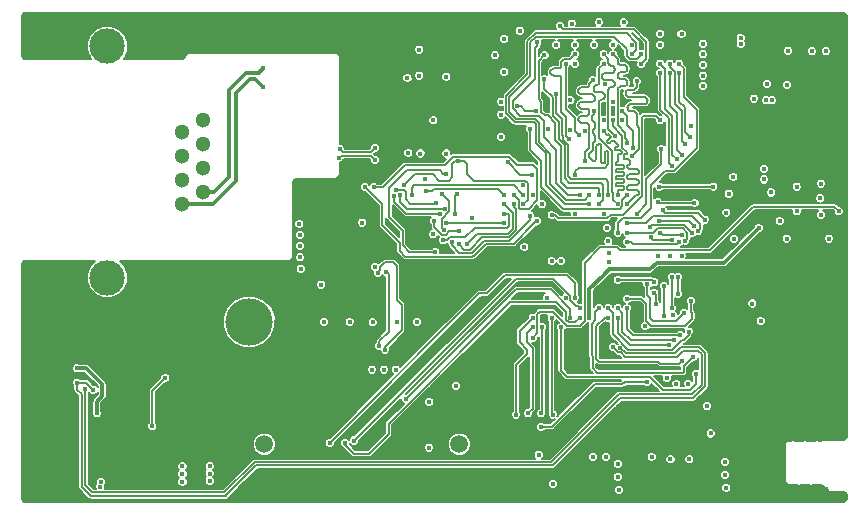
<source format=gbr>
G04 #@! TF.FileFunction,Copper,L4,Bot,Signal*
%FSLAX46Y46*%
G04 Gerber Fmt 4.6, Leading zero omitted, Abs format (unit mm)*
G04 Created by KiCad (PCBNEW 4.0.2-stable) date 2016-03-27 18:32:18*
%MOMM*%
G01*
G04 APERTURE LIST*
%ADD10C,0.100000*%
%ADD11C,1.300000*%
%ADD12C,3.000000*%
%ADD13C,1.500000*%
%ADD14C,1.250000*%
%ADD15C,1.550000*%
%ADD16C,0.400000*%
%ADD17C,4.000000*%
%ADD18C,0.150000*%
%ADD19C,0.300000*%
G04 APERTURE END LIST*
D10*
D11*
X138400000Y-96480000D03*
X140180000Y-95460000D03*
X138400000Y-94440000D03*
X140180000Y-93420000D03*
X138400000Y-92400000D03*
X140180000Y-91380000D03*
X138400000Y-90360000D03*
X140180000Y-89340000D03*
D12*
X132090000Y-102710000D03*
X132090000Y-83110000D03*
D13*
X161880000Y-116805000D03*
X145370000Y-116805000D03*
D14*
X128462540Y-109799100D03*
X128462540Y-114799100D03*
D15*
X125762540Y-108799100D03*
X125762540Y-115799100D03*
D16*
X134900000Y-116500000D03*
X134900000Y-117900000D03*
X134900000Y-117200000D03*
D17*
X144100000Y-106450000D03*
D16*
X185150000Y-99450000D03*
X174500000Y-99650000D03*
X187950000Y-86300000D03*
X186850000Y-87550000D03*
X187850000Y-87700000D03*
X188350000Y-87700000D03*
X187700000Y-93500000D03*
X187700000Y-94400000D03*
X188300000Y-95500000D03*
X180700000Y-100900000D03*
X179700000Y-100900000D03*
X178700000Y-100900000D03*
X170500000Y-101300000D03*
X169700000Y-101300000D03*
X188000000Y-120000000D03*
X188000000Y-119000000D03*
X188000000Y-118000000D03*
X188000000Y-117000000D03*
X188500000Y-116000000D03*
X187500000Y-116000000D03*
X186500000Y-117000000D03*
X186500000Y-118500000D03*
X186500000Y-120000000D03*
X185500000Y-111000000D03*
X187000000Y-111000000D03*
X188500000Y-111000000D03*
X190000000Y-111000000D03*
X191500000Y-111000000D03*
X193000000Y-111000000D03*
X193000000Y-110000000D03*
X192000000Y-110000000D03*
X191000000Y-110000000D03*
X190000000Y-110000000D03*
X189000000Y-110000000D03*
X188000000Y-110000000D03*
X187000000Y-110000000D03*
X186000000Y-110000000D03*
X185000000Y-110000000D03*
X184000000Y-110000000D03*
X184000000Y-111500000D03*
X184000000Y-112500000D03*
X185000000Y-112500000D03*
X186000000Y-112500000D03*
X188000000Y-112500000D03*
X189000000Y-112500000D03*
X190000000Y-112500000D03*
X191000000Y-112500000D03*
X192000000Y-112500000D03*
X192500000Y-113000000D03*
X193500000Y-113000000D03*
X194500000Y-113000000D03*
X194500000Y-112000000D03*
X194500000Y-111000000D03*
X194500000Y-110000000D03*
X194500000Y-109000000D03*
X194500000Y-108000000D03*
X194500000Y-107000000D03*
X194500000Y-106000000D03*
X194500000Y-105000000D03*
X194500000Y-104000000D03*
X194500000Y-103000000D03*
X194500000Y-102000000D03*
X194500000Y-101000000D03*
X194500000Y-100000000D03*
X194500000Y-99000000D03*
X194500000Y-98000000D03*
X194500000Y-96000000D03*
X194500000Y-95000000D03*
X194500000Y-94000000D03*
X194500000Y-93000000D03*
X194500000Y-92000000D03*
X194500000Y-91000000D03*
X194500000Y-90000000D03*
X194500000Y-89000000D03*
X194500000Y-88000000D03*
X194500000Y-87000000D03*
X194500000Y-86000000D03*
X194500000Y-85000000D03*
X194500000Y-84000000D03*
X194500000Y-83000000D03*
X194500000Y-82000000D03*
X194500000Y-81000000D03*
X194000000Y-80500000D03*
X193000000Y-80500000D03*
X192000000Y-80500000D03*
X191000000Y-80500000D03*
X190000000Y-80500000D03*
X189000000Y-80500000D03*
X188000000Y-80500000D03*
X187000000Y-80500000D03*
X186000000Y-80500000D03*
X185000000Y-80500000D03*
X184000000Y-80500000D03*
X183000000Y-80500000D03*
X182000000Y-80500000D03*
X181000000Y-80500000D03*
X180000000Y-80500000D03*
X179000000Y-80500000D03*
X178000000Y-80500000D03*
X177000000Y-80500000D03*
X176000000Y-80500000D03*
X175000000Y-80500000D03*
X174000000Y-80500000D03*
X173000000Y-80500000D03*
X172000000Y-80500000D03*
X171000000Y-80500000D03*
X170000000Y-80500000D03*
X169000000Y-80500000D03*
X168000000Y-80500000D03*
X167000000Y-80500000D03*
X166000000Y-80500000D03*
X165000000Y-80500000D03*
X164000000Y-80500000D03*
X163000000Y-80500000D03*
X162000000Y-80500000D03*
X161000000Y-80500000D03*
X160000000Y-80500000D03*
X159000000Y-80500000D03*
X158000000Y-80500000D03*
X157000000Y-80500000D03*
X156000000Y-80500000D03*
X151000000Y-80500000D03*
X150000000Y-80500000D03*
X149000000Y-80500000D03*
X148000000Y-80500000D03*
X147000000Y-80500000D03*
X146000000Y-80500000D03*
X145000000Y-80500000D03*
X144000000Y-80500000D03*
X143000000Y-80500000D03*
X142000000Y-80500000D03*
X141000000Y-80500000D03*
X140000000Y-80500000D03*
X139000000Y-80500000D03*
X138000000Y-80500000D03*
X130500000Y-84000000D03*
X129500000Y-84000000D03*
X128500000Y-84000000D03*
X127500000Y-84000000D03*
X126500000Y-84000000D03*
X125500000Y-84000000D03*
X125000000Y-83500000D03*
X125000000Y-82500000D03*
X125000000Y-81500000D03*
X125000000Y-80500000D03*
X126000000Y-80500000D03*
X127000000Y-80500000D03*
X128000000Y-80500000D03*
X129000000Y-80500000D03*
X130000000Y-80500000D03*
X131000000Y-80500000D03*
X132000000Y-80500000D03*
X133000000Y-80500000D03*
X134000000Y-80500000D03*
X135000000Y-80500000D03*
X136000000Y-80500000D03*
X137000000Y-80500000D03*
X147000000Y-101500000D03*
X146000000Y-101500000D03*
X145000000Y-101500000D03*
X144000000Y-101500000D03*
X143000000Y-101500000D03*
X142000000Y-101500000D03*
X141000000Y-101500000D03*
X140000000Y-101500000D03*
X139000000Y-101500000D03*
X138000000Y-101500000D03*
X134000000Y-101500000D03*
X135000000Y-101500000D03*
X136000000Y-101500000D03*
X137000000Y-101500000D03*
X130500000Y-101500000D03*
X129500000Y-101500000D03*
X128500000Y-101500000D03*
X127500000Y-101500000D03*
X126500000Y-101500000D03*
X125500000Y-101500000D03*
X125000000Y-102000000D03*
X125000000Y-103000000D03*
X125000000Y-104000000D03*
X125000000Y-105000000D03*
X125000000Y-106000000D03*
X125000000Y-107000000D03*
X125000000Y-108000000D03*
X125000000Y-110000000D03*
X125000000Y-111000000D03*
X125000000Y-112000000D03*
X125000000Y-113000000D03*
X125000000Y-114000000D03*
X125000000Y-115000000D03*
X125000000Y-116500000D03*
X125000000Y-117500000D03*
X125000000Y-118500000D03*
X125000000Y-119500000D03*
X125000000Y-120500000D03*
X125000000Y-121500000D03*
X126000000Y-121500000D03*
X127000000Y-121500000D03*
X128000000Y-121500000D03*
X129000000Y-121500000D03*
X130000000Y-121500000D03*
X143000000Y-121500000D03*
X144000000Y-121500000D03*
X145000000Y-121500000D03*
X146000000Y-121500000D03*
X147000000Y-121500000D03*
X148000000Y-121500000D03*
X149000000Y-121500000D03*
X150000000Y-121500000D03*
X151000000Y-121500000D03*
X152000000Y-121500000D03*
X153000000Y-121500000D03*
X154000000Y-121500000D03*
X155000000Y-121500000D03*
X156000000Y-121500000D03*
X157000000Y-121500000D03*
X158000000Y-121500000D03*
X159000000Y-121500000D03*
X160000000Y-121500000D03*
X161000000Y-121500000D03*
X162000000Y-121500000D03*
X163000000Y-121500000D03*
X164000000Y-121500000D03*
X165000000Y-121500000D03*
X166000000Y-121500000D03*
X167000000Y-121500000D03*
X168000000Y-121500000D03*
X169000000Y-121500000D03*
X170000000Y-121500000D03*
X171000000Y-121500000D03*
X172000000Y-121500000D03*
X173000000Y-121500000D03*
X174000000Y-121500000D03*
X175000000Y-121500000D03*
X176000000Y-121500000D03*
X177000000Y-121500000D03*
X178000000Y-121500000D03*
X179000000Y-121500000D03*
X183000000Y-121500000D03*
X184000000Y-121500000D03*
X185000000Y-121500000D03*
X186000000Y-121500000D03*
X187000000Y-121500000D03*
X188000000Y-121500000D03*
X189000000Y-121500000D03*
X190000000Y-121500000D03*
X191000000Y-121500000D03*
X192000000Y-121500000D03*
X185250000Y-87000000D03*
X171500000Y-119600000D03*
X191700000Y-91600000D03*
X165400000Y-119400000D03*
X166400000Y-117500000D03*
X129400000Y-113600000D03*
X133100000Y-110700000D03*
X134400000Y-110600000D03*
X134400000Y-110000000D03*
X131200000Y-110300000D03*
X174100000Y-112700000D03*
X150500000Y-108400000D03*
X160200000Y-108500000D03*
X161600000Y-111100000D03*
X150000000Y-110300000D03*
X147000000Y-110300000D03*
X158050000Y-117075000D03*
X156800000Y-117100000D03*
X155525000Y-117050000D03*
X154275000Y-117025000D03*
X152975000Y-117075000D03*
X151750000Y-117125000D03*
X150450000Y-117125000D03*
X149175000Y-117100000D03*
X147900000Y-117075000D03*
X166050000Y-110475000D03*
X170750000Y-112850000D03*
X172825000Y-110350000D03*
X163425000Y-87000000D03*
X162275000Y-87000000D03*
X183450000Y-110600000D03*
X140650000Y-115550000D03*
X140700000Y-114950000D03*
X140650000Y-114300000D03*
X138450000Y-115500000D03*
X138450000Y-114900000D03*
X138500000Y-114350000D03*
X191150000Y-97100000D03*
X191200000Y-95000000D03*
X186850000Y-84600000D03*
X188600000Y-84550000D03*
X188550000Y-85500000D03*
X186850000Y-85350000D03*
X192950000Y-85050000D03*
X191700000Y-85100000D03*
X190750000Y-85300000D03*
X189950000Y-85250000D03*
X193150000Y-94700000D03*
X193150000Y-96000000D03*
X159350000Y-106450000D03*
X157700000Y-106450000D03*
X155400000Y-106500000D03*
X153300000Y-106500000D03*
X151200000Y-106450000D03*
X161900000Y-91850000D03*
X178930451Y-115692783D03*
X180605451Y-115692783D03*
X180605451Y-114017783D03*
X178930451Y-114017783D03*
X155737500Y-99662500D03*
X157462500Y-99662500D03*
X157462500Y-97937500D03*
X155737500Y-97937500D03*
X180200000Y-110400000D03*
X177000000Y-112050000D03*
X168500000Y-104400000D03*
X167450000Y-103300000D03*
X150900000Y-103300000D03*
X150700000Y-101950000D03*
X150700000Y-101000000D03*
X150700000Y-100050000D03*
X150700000Y-99100000D03*
X150750000Y-98150000D03*
X160000000Y-105500000D03*
X159000000Y-105500000D03*
X151400000Y-100550000D03*
X152400000Y-103250000D03*
X157950000Y-105550000D03*
X160000000Y-83400000D03*
X159600000Y-87200000D03*
X154050000Y-82050000D03*
X154050000Y-80950000D03*
X154050000Y-81450000D03*
X137200000Y-104100000D03*
X137200000Y-102900000D03*
X137200000Y-103500000D03*
X137200000Y-83000000D03*
X137200000Y-82000000D03*
X137200000Y-82500000D03*
X189300000Y-95500000D03*
X189900000Y-94100000D03*
X189300000Y-92700000D03*
X167800000Y-81800000D03*
X165300000Y-86800000D03*
X185600000Y-96300000D03*
X176900000Y-81100000D03*
X174700000Y-81200000D03*
X173000000Y-81000000D03*
X184500000Y-96300000D03*
X165400000Y-89700000D03*
X165400000Y-91800000D03*
X188000000Y-90900000D03*
X189100000Y-91900000D03*
X185900000Y-93800000D03*
X181400000Y-110400000D03*
X185100000Y-120500000D03*
X185100000Y-119400000D03*
X185200000Y-118300000D03*
X176200000Y-120700000D03*
X176300000Y-119600000D03*
X176200000Y-118500000D03*
X178200000Y-110200000D03*
X178100000Y-120249998D03*
X183600000Y-120600000D03*
X194300000Y-114600000D03*
X194394717Y-116067951D03*
X189667951Y-113405283D03*
X186667951Y-115605283D03*
X186667951Y-113005283D03*
X191267951Y-113105283D03*
X192394717Y-116467951D03*
X191894717Y-116467951D03*
X191394717Y-116467951D03*
X190894717Y-116467951D03*
X190394717Y-116467951D03*
X189894717Y-116467951D03*
X189394717Y-116467951D03*
X189194717Y-116967951D03*
X189194717Y-117467951D03*
X189194717Y-117967951D03*
X189194717Y-118467951D03*
X189194717Y-118967951D03*
X189194717Y-119467951D03*
X189194717Y-119967951D03*
X189394717Y-120367951D03*
X189894717Y-120367951D03*
X190394717Y-120367951D03*
X190894717Y-120367951D03*
X191394717Y-120367951D03*
X191894717Y-120367951D03*
X192394717Y-120367951D03*
X192894717Y-120567951D03*
X192894717Y-121167951D03*
X193394717Y-121567951D03*
X194394717Y-121567951D03*
X174100000Y-107800000D03*
X176900000Y-106900000D03*
X193200000Y-97500000D03*
X191200000Y-97900000D03*
X190500000Y-99300000D03*
X191400000Y-104000000D03*
X185800000Y-106400000D03*
X185800000Y-101800000D03*
X178700000Y-102000000D03*
X179700000Y-102000000D03*
X180700000Y-102000000D03*
X166300000Y-85300000D03*
X167100000Y-83900000D03*
X166400000Y-82500000D03*
X179700000Y-82100000D03*
X181600000Y-82100000D03*
X184700000Y-82900000D03*
X184700000Y-83800000D03*
X184700000Y-84700000D03*
X184700000Y-85600000D03*
X184200000Y-87000000D03*
X171300000Y-101300000D03*
X171300000Y-100500000D03*
X170500000Y-100500000D03*
X169700000Y-100500000D03*
X169700000Y-99700000D03*
X170500000Y-99700000D03*
X171300000Y-99700000D03*
X168900000Y-97299800D03*
X168900000Y-95700000D03*
X170100000Y-84600000D03*
X170900000Y-83800000D03*
X172500000Y-83800000D03*
X173302040Y-84600000D03*
X175700000Y-83800000D03*
X176500000Y-84600000D03*
X177300000Y-82900000D03*
X180400000Y-83000000D03*
X179000000Y-90200000D03*
X175800000Y-87800000D03*
X169300000Y-88600000D03*
X171700000Y-88600000D03*
X174900000Y-88602840D03*
X174100000Y-88600000D03*
X169800000Y-120200000D03*
X168600000Y-117700000D03*
X174300000Y-117900000D03*
X173200000Y-117900000D03*
X170900000Y-104400000D03*
X161600000Y-111900000D03*
X154500000Y-110500000D03*
X155500000Y-110500000D03*
X156500000Y-110500000D03*
X159350000Y-113250000D03*
X159325000Y-117100000D03*
X131500000Y-120450000D03*
X131550000Y-120000000D03*
X138450000Y-120000000D03*
X138450000Y-119350000D03*
X138450000Y-118700000D03*
X140750000Y-119900000D03*
X140750000Y-118700000D03*
X140750000Y-119300000D03*
X190450000Y-97100000D03*
X190450000Y-95000000D03*
X189650000Y-86400000D03*
X192950000Y-83550000D03*
X191750000Y-83550000D03*
X189700000Y-83500000D03*
X192500000Y-94750000D03*
X192450000Y-96000000D03*
X158300000Y-106450000D03*
X156650000Y-106450000D03*
X154550000Y-106500000D03*
X152600000Y-106450000D03*
X150450000Y-106450000D03*
X163000000Y-97700000D03*
X179950000Y-105900000D03*
X158950000Y-94350000D03*
X153675010Y-98050000D03*
X159650000Y-99050000D03*
X154750000Y-101800000D03*
X169300000Y-104400000D03*
X167400000Y-100100000D03*
X150200000Y-103300000D03*
X148450000Y-101950000D03*
X148400000Y-101000000D03*
X148400000Y-100050000D03*
X148400000Y-99100000D03*
X148350000Y-98150000D03*
X158500000Y-83400000D03*
X157575000Y-92175000D03*
X158600000Y-92200000D03*
X160800000Y-92200000D03*
X159700000Y-89400000D03*
X160800000Y-85700000D03*
X158500000Y-85600000D03*
X157500000Y-85800000D03*
X184500000Y-120500000D03*
X184400000Y-119400000D03*
X184400000Y-118300000D03*
X175400000Y-120700000D03*
X175300000Y-119600000D03*
X175300000Y-118500000D03*
X182867951Y-113605283D03*
X181267951Y-111705283D03*
X180267951Y-111705283D03*
X178167951Y-117905283D03*
X179767951Y-118105283D03*
X181367951Y-118105283D03*
X183167951Y-115905283D03*
X177600000Y-106800000D03*
X192500000Y-97400000D03*
X189000000Y-97900000D03*
X189600000Y-99400000D03*
X193200000Y-99400000D03*
X186700000Y-104900000D03*
X187400000Y-106400000D03*
X174600000Y-101400000D03*
X174600000Y-100600000D03*
X167300000Y-94900000D03*
X168900000Y-96500000D03*
X168100000Y-95700000D03*
X167000000Y-81800000D03*
X165400000Y-87800000D03*
X184700000Y-95600000D03*
X175800000Y-81100000D03*
X173700000Y-81100000D03*
X171400000Y-81200000D03*
X184500000Y-97200000D03*
X165400000Y-88900000D03*
X165400000Y-90800000D03*
X185100000Y-94200000D03*
X185700000Y-82400000D03*
X185700000Y-82900000D03*
X165700000Y-85300000D03*
X164900000Y-83900000D03*
X165700000Y-82500000D03*
X178900000Y-82100000D03*
X180700000Y-82100000D03*
X182500000Y-82900000D03*
X182500000Y-83800000D03*
X182500000Y-84700000D03*
X182500000Y-85600000D03*
X182500000Y-86500000D03*
X181500000Y-89900000D03*
X175700000Y-89400000D03*
X171700000Y-84600000D03*
X171700000Y-83000000D03*
X170100000Y-83000000D03*
X174195312Y-86348252D03*
X173300000Y-83000000D03*
X174900000Y-83000000D03*
X176500000Y-83000000D03*
X178900000Y-83000000D03*
X171300000Y-87700000D03*
X169400000Y-90100000D03*
X171300000Y-90200000D03*
X172500000Y-90300000D03*
X174900000Y-87800000D03*
X174100000Y-89400000D03*
X171700000Y-97300000D03*
X174400000Y-98500000D03*
X174100000Y-97300000D03*
X187228193Y-98503193D03*
X172908129Y-106087691D03*
X165990172Y-92934828D03*
X168000000Y-94000000D03*
X167700000Y-114200000D03*
X168100000Y-106900000D03*
X166700000Y-114300000D03*
X168100000Y-106100000D03*
X168800000Y-114200000D03*
X168900000Y-106900000D03*
X168800000Y-115350002D03*
X177750000Y-111550000D03*
X169800000Y-114300000D03*
X169700000Y-106100000D03*
X170500000Y-106900000D03*
X181924999Y-110874999D03*
X137000000Y-111200000D03*
X135900000Y-115300000D03*
X150900000Y-116700000D03*
X171700000Y-104400000D03*
X179450000Y-111200000D03*
X129500000Y-110400000D03*
X131200000Y-114200000D03*
X173300000Y-88600000D03*
X171700000Y-94000000D03*
X172497660Y-92802340D03*
X173200000Y-86000000D03*
X172000000Y-90600000D03*
X170900000Y-84600000D03*
X176900000Y-86100000D03*
X176500000Y-92400000D03*
X168400000Y-88600000D03*
X166800000Y-88200000D03*
X171700000Y-83800000D03*
X171200000Y-91000000D03*
X174100000Y-83800000D03*
X175100000Y-90700000D03*
X174900000Y-83800000D03*
X176100000Y-91300000D03*
X176600000Y-91700000D03*
X175700000Y-88600000D03*
X183400000Y-95000000D03*
X178800000Y-95000000D03*
X178900000Y-89400000D03*
X169700000Y-97400000D03*
X170400000Y-81400000D03*
X168500000Y-82800000D03*
X177300000Y-84600000D03*
X172100000Y-95700000D03*
X177299900Y-83800000D03*
X172900000Y-95700000D03*
X169100000Y-83900000D03*
X173700000Y-95700000D03*
X170100000Y-87200000D03*
X174500000Y-95700000D03*
X174100000Y-90300000D03*
X175300000Y-95700000D03*
X167900000Y-90100000D03*
X176100000Y-95700000D03*
X178700000Y-96300000D03*
X181800000Y-96400000D03*
X181400000Y-90800000D03*
X180500000Y-85400000D03*
X169100000Y-85900000D03*
X173700000Y-96500000D03*
X175300000Y-96500000D03*
X174100000Y-84600000D03*
X176100000Y-96500000D03*
X174900000Y-89400000D03*
X176900000Y-97291671D03*
X179000000Y-91800000D03*
X178800000Y-97874980D03*
X181800000Y-98300000D03*
X179100000Y-97000000D03*
X182700000Y-97800000D03*
X182100000Y-98800000D03*
X176100000Y-98100000D03*
X178900000Y-98900000D03*
X180700000Y-99100000D03*
X180700000Y-92300000D03*
X179700000Y-85400000D03*
X178000000Y-98400000D03*
X181600000Y-98900000D03*
X181000000Y-91400000D03*
X179700000Y-84600000D03*
X180500000Y-84600000D03*
X175300000Y-98900300D03*
X181000000Y-99600000D03*
X176100000Y-98900000D03*
X178100000Y-99300000D03*
X179900000Y-99500000D03*
X179900000Y-93300000D03*
X178900000Y-85400000D03*
X180500000Y-99700000D03*
X180300000Y-92700000D03*
X178900000Y-84600000D03*
X176100000Y-99700000D03*
X179900000Y-105300000D03*
X179891165Y-102644177D03*
X178400000Y-103100000D03*
X175300000Y-102900000D03*
X180900000Y-105700000D03*
X177812388Y-103275010D03*
X180400000Y-104100000D03*
X180400000Y-102650002D03*
X181500000Y-104700000D03*
X176100000Y-104500000D03*
X178400000Y-104000000D03*
X178500000Y-104900000D03*
X181700000Y-109400000D03*
X173700000Y-105300000D03*
X181324999Y-107275001D03*
X174500000Y-105300000D03*
X180100000Y-108000000D03*
X175300000Y-105300000D03*
X180600000Y-107600000D03*
X176100000Y-105300000D03*
X180700000Y-109800000D03*
X174500000Y-106100000D03*
X179600000Y-108400000D03*
X175300000Y-106100000D03*
X179200000Y-106000000D03*
X179200000Y-103400013D03*
X176500000Y-83800000D03*
X172900000Y-96500000D03*
X145300000Y-86600000D03*
X145300000Y-85000000D03*
X154750000Y-92750000D03*
X151700000Y-92550000D03*
X154750000Y-91750000D03*
X151800000Y-91850000D03*
X162500000Y-99900000D03*
X165700000Y-96500000D03*
X161850000Y-99900000D03*
X166500000Y-96500000D03*
X159850000Y-100550000D03*
X160800000Y-93900000D03*
X167850000Y-97450000D03*
X161250000Y-99700000D03*
X160500000Y-99550000D03*
X165700000Y-97300000D03*
X160450000Y-95650000D03*
X160600000Y-98700000D03*
X160800000Y-98100000D03*
X165700000Y-98100000D03*
X159050000Y-95350000D03*
X165700000Y-95700000D03*
X157850000Y-95700000D03*
X167300000Y-95700000D03*
X161800000Y-92850000D03*
X157200000Y-94900000D03*
X167300000Y-96500000D03*
X160650000Y-96900000D03*
X156900000Y-95750000D03*
X160250000Y-97300000D03*
X156385183Y-95795161D03*
X159900000Y-96350000D03*
X156550000Y-95300000D03*
X154650000Y-95050000D03*
X166500000Y-95700000D03*
X168450000Y-97900000D03*
X153900000Y-95050000D03*
X152200000Y-116700000D03*
X172100000Y-106100000D03*
X153000000Y-116500000D03*
X172100000Y-105300000D03*
X157400000Y-113000000D03*
X171300000Y-106100000D03*
X155100000Y-108500000D03*
X155700000Y-102200000D03*
X155600000Y-108800000D03*
X155000000Y-102300000D03*
X161500000Y-97300000D03*
X161900000Y-98799989D03*
X159782327Y-97917673D03*
X161700000Y-95600000D03*
X130900000Y-112200000D03*
X129500000Y-111600000D03*
X175534828Y-108665172D03*
X130200000Y-112100000D03*
X174900000Y-108600000D03*
X168100000Y-107800000D03*
X194000000Y-97100000D03*
D18*
X188000000Y-120000000D02*
X188000000Y-121500000D01*
X188000000Y-118000000D02*
X188000000Y-119000000D01*
X188500000Y-116000000D02*
X188500000Y-116500000D01*
X188500000Y-116500000D02*
X188000000Y-117000000D01*
X186500000Y-117000000D02*
X187500000Y-116000000D01*
X186500000Y-120000000D02*
X186500000Y-118500000D01*
X187000000Y-111000000D02*
X185500000Y-111000000D01*
X190000000Y-111000000D02*
X188500000Y-111000000D01*
X193000000Y-111000000D02*
X191500000Y-111000000D01*
X192000000Y-110000000D02*
X193000000Y-110000000D01*
X190000000Y-110000000D02*
X191000000Y-110000000D01*
X188000000Y-110000000D02*
X189000000Y-110000000D01*
X186000000Y-110000000D02*
X187000000Y-110000000D01*
X184000000Y-110000000D02*
X185000000Y-110000000D01*
X184000000Y-112500000D02*
X184000000Y-111500000D01*
X186000000Y-112500000D02*
X185000000Y-112500000D01*
X189000000Y-112500000D02*
X188000000Y-112500000D01*
X191000000Y-112500000D02*
X190000000Y-112500000D01*
X192500000Y-113000000D02*
X192000000Y-112500000D01*
X194500000Y-113000000D02*
X193500000Y-113000000D01*
X194500000Y-111000000D02*
X194500000Y-112000000D01*
X194500000Y-109000000D02*
X194500000Y-110000000D01*
X194500000Y-107000000D02*
X194500000Y-108000000D01*
X194500000Y-105000000D02*
X194500000Y-106000000D01*
X194500000Y-103000000D02*
X194500000Y-104000000D01*
X194500000Y-101000000D02*
X194500000Y-102000000D01*
X194500000Y-99000000D02*
X194500000Y-100000000D01*
X194500000Y-96000000D02*
X194500000Y-98000000D01*
X194500000Y-94000000D02*
X194500000Y-95000000D01*
X194500000Y-92000000D02*
X194500000Y-93000000D01*
X194500000Y-90000000D02*
X194500000Y-91000000D01*
X194500000Y-88000000D02*
X194500000Y-89000000D01*
X194500000Y-86000000D02*
X194500000Y-87000000D01*
X194500000Y-84000000D02*
X194500000Y-85000000D01*
X194500000Y-82000000D02*
X194500000Y-83000000D01*
X194000000Y-80500000D02*
X194500000Y-81000000D01*
X192000000Y-80500000D02*
X193000000Y-80500000D01*
X190000000Y-80500000D02*
X191000000Y-80500000D01*
X188000000Y-80500000D02*
X189000000Y-80500000D01*
X186000000Y-80500000D02*
X187000000Y-80500000D01*
X184000000Y-80500000D02*
X185000000Y-80500000D01*
X182000000Y-80500000D02*
X183000000Y-80500000D01*
X180000000Y-80500000D02*
X181000000Y-80500000D01*
X178000000Y-80500000D02*
X179000000Y-80500000D01*
X176000000Y-80500000D02*
X177000000Y-80500000D01*
X174000000Y-80500000D02*
X175000000Y-80500000D01*
X172000000Y-80500000D02*
X173000000Y-80500000D01*
X170000000Y-80500000D02*
X171000000Y-80500000D01*
X168000000Y-80500000D02*
X169000000Y-80500000D01*
X166000000Y-80500000D02*
X167000000Y-80500000D01*
X164000000Y-80500000D02*
X165000000Y-80500000D01*
X162000000Y-80500000D02*
X163000000Y-80500000D01*
X160000000Y-80500000D02*
X161000000Y-80500000D01*
X158000000Y-80500000D02*
X159000000Y-80500000D01*
X156000000Y-80500000D02*
X157000000Y-80500000D01*
X150000000Y-80500000D02*
X151000000Y-80500000D01*
X148000000Y-80500000D02*
X149000000Y-80500000D01*
X146000000Y-80500000D02*
X147000000Y-80500000D01*
X144000000Y-80500000D02*
X145000000Y-80500000D01*
X142000000Y-80500000D02*
X143000000Y-80500000D01*
X140000000Y-80500000D02*
X141000000Y-80500000D01*
X138000000Y-80500000D02*
X139000000Y-80500000D01*
X129500000Y-84000000D02*
X130500000Y-84000000D01*
X127500000Y-84000000D02*
X128500000Y-84000000D01*
X125500000Y-84000000D02*
X126500000Y-84000000D01*
X125000000Y-82500000D02*
X125000000Y-83500000D01*
X125000000Y-80500000D02*
X125000000Y-81500000D01*
X127000000Y-80500000D02*
X126000000Y-80500000D01*
X129000000Y-80500000D02*
X128000000Y-80500000D01*
X131000000Y-80500000D02*
X130000000Y-80500000D01*
X133000000Y-80500000D02*
X132000000Y-80500000D01*
X135000000Y-80500000D02*
X134000000Y-80500000D01*
X137000000Y-80500000D02*
X136000000Y-80500000D01*
X146000000Y-101500000D02*
X147000000Y-101500000D01*
X144000000Y-101500000D02*
X145000000Y-101500000D01*
X142000000Y-101500000D02*
X143000000Y-101500000D01*
X140000000Y-101500000D02*
X141000000Y-101500000D01*
X138000000Y-101500000D02*
X139000000Y-101500000D01*
X135000000Y-101500000D02*
X134000000Y-101500000D01*
X137000000Y-101500000D02*
X136000000Y-101500000D01*
X128500000Y-101500000D02*
X129500000Y-101500000D01*
X126500000Y-101500000D02*
X127500000Y-101500000D01*
X125000000Y-102000000D02*
X125500000Y-101500000D01*
X125000000Y-104000000D02*
X125000000Y-103000000D01*
X125000000Y-106000000D02*
X125000000Y-105000000D01*
X125000000Y-108000000D02*
X125000000Y-107000000D01*
X125000000Y-113000000D02*
X125000000Y-112000000D01*
X125000000Y-115000000D02*
X125000000Y-114000000D01*
X125000000Y-117500000D02*
X125000000Y-116500000D01*
X125000000Y-119500000D02*
X125000000Y-118500000D01*
X125000000Y-121500000D02*
X125000000Y-120500000D01*
X127000000Y-121500000D02*
X126000000Y-121500000D01*
X129000000Y-121500000D02*
X128000000Y-121500000D01*
X143000000Y-121500000D02*
X130000000Y-121500000D01*
X144000000Y-121500000D02*
X143000000Y-121500000D01*
X146000000Y-121500000D02*
X145000000Y-121500000D01*
X148000000Y-121500000D02*
X147000000Y-121500000D01*
X150000000Y-121500000D02*
X149000000Y-121500000D01*
X152000000Y-121500000D02*
X151000000Y-121500000D01*
X154000000Y-121500000D02*
X153000000Y-121500000D01*
X156000000Y-121500000D02*
X155000000Y-121500000D01*
X158000000Y-121500000D02*
X157000000Y-121500000D01*
X160000000Y-121500000D02*
X159000000Y-121500000D01*
X162000000Y-121500000D02*
X161000000Y-121500000D01*
X164000000Y-121500000D02*
X163000000Y-121500000D01*
X166000000Y-121500000D02*
X165000000Y-121500000D01*
X168000000Y-121500000D02*
X167000000Y-121500000D01*
X170000000Y-121500000D02*
X169000000Y-121500000D01*
X172000000Y-121500000D02*
X171000000Y-121500000D01*
X174000000Y-121500000D02*
X173000000Y-121500000D01*
X176000000Y-121500000D02*
X175000000Y-121500000D01*
X178000000Y-121500000D02*
X177000000Y-121500000D01*
X183000000Y-121500000D02*
X179000000Y-121500000D01*
X185000000Y-121500000D02*
X184000000Y-121500000D01*
X187000000Y-121500000D02*
X186000000Y-121500000D01*
X189000000Y-121500000D02*
X188000000Y-121500000D01*
X191000000Y-121500000D02*
X190000000Y-121500000D01*
X192000000Y-121500000D02*
X191000000Y-121500000D01*
D19*
X191394717Y-116467951D02*
X191894717Y-116467951D01*
X190394717Y-116467951D02*
X190894717Y-116467951D01*
X189394717Y-116467951D02*
X189894717Y-116467951D01*
X189194717Y-117467951D02*
X189194717Y-116967951D01*
X189194717Y-118467951D02*
X189194717Y-117967951D01*
X189194717Y-119467951D02*
X189194717Y-118967951D01*
X189394717Y-120367951D02*
X189394717Y-120167951D01*
X189394717Y-120167951D02*
X189194717Y-119967951D01*
X190394717Y-120367951D02*
X189894717Y-120367951D01*
X191394717Y-120367951D02*
X190894717Y-120367951D01*
X192394717Y-120367951D02*
X191894717Y-120367951D01*
X192894717Y-121167951D02*
X192894717Y-120567951D01*
X178583998Y-101450000D02*
X184281386Y-101450000D01*
X184281386Y-101450000D02*
X187228193Y-98503193D01*
X177025000Y-102000000D02*
X178033998Y-102000000D01*
X178033998Y-102000000D02*
X178583998Y-101450000D01*
X175550000Y-102000000D02*
X177025000Y-102000000D01*
X174600000Y-102000000D02*
X175550000Y-102000000D01*
X174150001Y-102449999D02*
X174600000Y-102000000D01*
X172908129Y-103641871D02*
X174100001Y-102449999D01*
X174100001Y-102449999D02*
X174150001Y-102449999D01*
X172908129Y-106087691D02*
X172908129Y-103641871D01*
D18*
X168000000Y-94000000D02*
X167055344Y-94000000D01*
X167055344Y-94000000D02*
X165990172Y-92934828D01*
X168100000Y-106900000D02*
X167600000Y-107400000D01*
X167600000Y-107400000D02*
X167600000Y-108200000D01*
X167600000Y-108200000D02*
X168100000Y-108700000D01*
X168100000Y-108700000D02*
X168100000Y-113800000D01*
X168100000Y-113800000D02*
X167700000Y-114200000D01*
X168100000Y-106100000D02*
X167000000Y-107200000D01*
X167000000Y-107200000D02*
X167000000Y-108200000D01*
X167000000Y-108200000D02*
X167600000Y-108800000D01*
X167600000Y-108800000D02*
X167600000Y-109200000D01*
X167600000Y-109200000D02*
X166700000Y-110100000D01*
X166700000Y-110100000D02*
X166700000Y-114300000D01*
X168900000Y-106900000D02*
X168900000Y-114100000D01*
X168900000Y-114100000D02*
X168800000Y-114200000D01*
X173355001Y-111725001D02*
X175700000Y-111725001D01*
X177750000Y-111550000D02*
X175875001Y-111550000D01*
X175875001Y-111550000D02*
X175700000Y-111725001D01*
X168800000Y-115350002D02*
X169730000Y-115350002D01*
X169730000Y-115350002D02*
X173355001Y-111725001D01*
X169700000Y-106100000D02*
X169700000Y-114200000D01*
X169700000Y-114200000D02*
X169800000Y-114300000D01*
X170500000Y-106900000D02*
X170500000Y-110600000D01*
X181924999Y-111675001D02*
X181924999Y-110874999D01*
X170500000Y-110600000D02*
X171000000Y-111100000D01*
X179100000Y-112200000D02*
X181400000Y-112200000D01*
X171000000Y-111100000D02*
X178000000Y-111100000D01*
X178000000Y-111100000D02*
X179100000Y-112200000D01*
X181400000Y-112200000D02*
X181924999Y-111675001D01*
X137000000Y-111200000D02*
X135900000Y-112300000D01*
X135900000Y-112300000D02*
X135900000Y-115300000D01*
X164200000Y-104024999D02*
X163575001Y-104024999D01*
X171000000Y-102500000D02*
X165724999Y-102500000D01*
X165724999Y-102500000D02*
X164200000Y-104024999D01*
X171700000Y-103200000D02*
X171000000Y-102500000D01*
X171700000Y-104400000D02*
X171700000Y-103200000D01*
X163575001Y-104024999D02*
X150900000Y-116700000D01*
D19*
X131650001Y-111750001D02*
X130300000Y-110400000D01*
X130300000Y-110400000D02*
X129500000Y-110400000D01*
X131200000Y-113200000D02*
X131650001Y-112749999D01*
X131650001Y-112749999D02*
X131650001Y-111750001D01*
X131200000Y-114200000D02*
X131200000Y-113200000D01*
D18*
X173400000Y-92800000D02*
X173500000Y-92700000D01*
X173300000Y-88600000D02*
X173300000Y-88882842D01*
X173900000Y-91500000D02*
X173900000Y-92900000D01*
X173300000Y-88882842D02*
X173125011Y-89057831D01*
X172872661Y-92227339D02*
X172872661Y-92472661D01*
X173125011Y-89057831D02*
X173125011Y-89325011D01*
X173400000Y-90700000D02*
X173400000Y-91100000D01*
X173400000Y-89600000D02*
X173400000Y-90000000D01*
X172017158Y-93400000D02*
X171700000Y-93717158D01*
X173125011Y-89325011D02*
X173400000Y-89600000D01*
X173400000Y-90000000D02*
X173200000Y-90200000D01*
X174300000Y-92000000D02*
X174446434Y-92000000D01*
X173200000Y-90500000D02*
X173400000Y-90700000D01*
X174500000Y-93100000D02*
X174200000Y-93400000D01*
X173200000Y-90200000D02*
X173200000Y-90500000D01*
X173400000Y-91100000D02*
X173200000Y-91300000D01*
X173200000Y-91300000D02*
X173200000Y-91900000D01*
X173500000Y-91600000D02*
X173700000Y-91400000D01*
X171700000Y-93717158D02*
X171700000Y-94000000D01*
X173200000Y-91900000D02*
X172872661Y-92227339D01*
X172872661Y-92472661D02*
X173200000Y-92800000D01*
X173500000Y-92700000D02*
X173500000Y-91600000D01*
X173200000Y-92800000D02*
X173400000Y-92800000D01*
X173700000Y-91400000D02*
X173800000Y-91400000D01*
X173800000Y-91400000D02*
X173900000Y-91500000D01*
X173900000Y-92900000D02*
X174000000Y-93000000D01*
X174000000Y-93000000D02*
X174200000Y-93000000D01*
X174200000Y-93000000D02*
X174200000Y-92100000D01*
X174200000Y-92100000D02*
X174300000Y-92000000D01*
X174446434Y-92000000D02*
X174500000Y-92053566D01*
X174500000Y-92053566D02*
X174500000Y-93100000D01*
X174200000Y-93400000D02*
X172017158Y-93400000D01*
X173200000Y-86000000D02*
X172900000Y-86300000D01*
X172035690Y-89112953D02*
X171999949Y-89169834D01*
X172870290Y-88569834D02*
X172892478Y-88633243D01*
X172900000Y-86300000D02*
X172892478Y-86366756D01*
X172892478Y-86366756D02*
X172870290Y-86430165D01*
X172035690Y-87087046D02*
X172083193Y-87134549D01*
X172140074Y-88370290D02*
X172203483Y-88392478D01*
X172140074Y-86629709D02*
X172083193Y-86665450D01*
X172600000Y-86600000D02*
X172270240Y-86600000D01*
X172834549Y-86487046D02*
X172787046Y-86534549D01*
X172870290Y-86430165D02*
X172834549Y-86487046D01*
X172787046Y-86534549D02*
X172730165Y-86570290D01*
X172083193Y-87134549D02*
X172140074Y-87170290D01*
X172666756Y-86592478D02*
X172600000Y-86600000D01*
X172730165Y-86570290D02*
X172666756Y-86592478D01*
X171977761Y-86833243D02*
X171970240Y-86900000D01*
X172270240Y-86600000D02*
X172203483Y-86607521D01*
X173243961Y-87776244D02*
X173193259Y-87793985D01*
X172892478Y-88766756D02*
X172870290Y-88830165D01*
X172083193Y-86665450D02*
X172035690Y-86712953D01*
X172203483Y-86607521D02*
X172140074Y-86629709D01*
X171977761Y-88033243D02*
X171970240Y-88100000D01*
X171970240Y-86900000D02*
X171977761Y-86966756D01*
X172035690Y-86712953D02*
X171999949Y-86769834D01*
X172083193Y-88334549D02*
X172140074Y-88370290D01*
X171999949Y-87030165D02*
X172035690Y-87087046D01*
X172140074Y-87170290D02*
X172203483Y-87192478D01*
X172270240Y-87200000D02*
X173139880Y-87200000D01*
X173243961Y-87223755D02*
X173289443Y-87252334D01*
X173379760Y-87439880D02*
X173379760Y-87560120D01*
X171999949Y-86769834D02*
X171977761Y-86833243D01*
X172787046Y-88934549D02*
X172730165Y-88970290D01*
X172270240Y-89000000D02*
X172203483Y-89007521D01*
X172083193Y-89065450D02*
X172035690Y-89112953D01*
X172787046Y-89665450D02*
X172875001Y-89753405D01*
X171977761Y-86966756D02*
X171999949Y-87030165D01*
X172203483Y-87192478D02*
X172270240Y-87200000D01*
X173139880Y-87200000D02*
X173193259Y-87206014D01*
X172203483Y-88392478D02*
X172270240Y-88400000D01*
X172666756Y-88407521D02*
X172730165Y-88429709D01*
X173193259Y-87206014D02*
X173243961Y-87223755D01*
X173289443Y-87252334D02*
X173327426Y-87290317D01*
X173327426Y-87290317D02*
X173356005Y-87335799D01*
X173356005Y-87335799D02*
X173373746Y-87386501D01*
X172083193Y-89534549D02*
X172140074Y-89570290D01*
X172270240Y-89600000D02*
X172600000Y-89600000D01*
X172140074Y-87829709D02*
X172083193Y-87865450D01*
X173373746Y-87386501D02*
X173379760Y-87439880D01*
X173356005Y-87664200D02*
X173327426Y-87709682D01*
X173379760Y-87560120D02*
X173373746Y-87613498D01*
X173373746Y-87613498D02*
X173356005Y-87664200D01*
X173327426Y-87709682D02*
X173289443Y-87747665D01*
X173289443Y-87747665D02*
X173243961Y-87776244D01*
X172203483Y-87807521D02*
X172140074Y-87829709D01*
X173193259Y-87793985D02*
X173139880Y-87800000D01*
X172500000Y-92100000D02*
X172500000Y-92800000D01*
X173139880Y-87800000D02*
X172270240Y-87800000D01*
X172270240Y-87800000D02*
X172203483Y-87807521D01*
X171970240Y-88100000D02*
X171977761Y-88166756D01*
X172083193Y-87865450D02*
X172035690Y-87912953D01*
X172035690Y-87912953D02*
X171999949Y-87969834D01*
X171999949Y-87969834D02*
X171977761Y-88033243D01*
X171977761Y-88166756D02*
X171999949Y-88230165D01*
X171999949Y-88230165D02*
X172035690Y-88287046D01*
X172035690Y-88287046D02*
X172083193Y-88334549D01*
X172600000Y-88400000D02*
X172666756Y-88407521D01*
X172270240Y-88400000D02*
X172600000Y-88400000D01*
X172892478Y-88633243D02*
X172900000Y-88700000D01*
X171977761Y-89233243D02*
X171970240Y-89300000D01*
X172730165Y-88429709D02*
X172787046Y-88465450D01*
X172787046Y-88465450D02*
X172834549Y-88512953D01*
X172834549Y-88512953D02*
X172870290Y-88569834D01*
X172900000Y-88700000D02*
X172892478Y-88766756D01*
X172870290Y-88830165D02*
X172834549Y-88887046D01*
X172666756Y-88992478D02*
X172600000Y-89000000D01*
X172834549Y-88887046D02*
X172787046Y-88934549D01*
X172730165Y-89629709D02*
X172787046Y-89665450D01*
X172875001Y-91724999D02*
X172500000Y-92100000D01*
X172730165Y-88970290D02*
X172666756Y-88992478D01*
X172203483Y-89007521D02*
X172140074Y-89029709D01*
X172600000Y-89000000D02*
X172270240Y-89000000D01*
X172140074Y-89029709D02*
X172083193Y-89065450D01*
X171999949Y-89169834D02*
X171977761Y-89233243D01*
X171999949Y-89430165D02*
X172035690Y-89487046D01*
X172035690Y-89487046D02*
X172083193Y-89534549D01*
X171970240Y-89300000D02*
X171977761Y-89366756D01*
X171977761Y-89366756D02*
X171999949Y-89430165D01*
X172203483Y-89592478D02*
X172270240Y-89600000D01*
X172140074Y-89570290D02*
X172203483Y-89592478D01*
X172600000Y-89600000D02*
X172666756Y-89607521D01*
X172666756Y-89607521D02*
X172730165Y-89629709D01*
X172875001Y-89753405D02*
X172875001Y-91724999D01*
X172500000Y-92800000D02*
X172497660Y-92802340D01*
X171700000Y-90300000D02*
X172000000Y-90600000D01*
X171700000Y-89200000D02*
X171700000Y-90300000D01*
X170900000Y-88400000D02*
X171700000Y-89200000D01*
X170900000Y-88000000D02*
X170900000Y-84600000D01*
X170900000Y-88000000D02*
X170900000Y-88400000D01*
X176144918Y-86829709D02*
X176088037Y-86865450D01*
X176900000Y-86100000D02*
X176900000Y-86500000D01*
X175975084Y-87100000D02*
X175982605Y-87166756D01*
X176275084Y-87400000D02*
X177524916Y-87400000D01*
X176900000Y-86500000D02*
X176892478Y-86566756D01*
X176600000Y-86800000D02*
X176275084Y-86800000D01*
X176040534Y-86912953D02*
X176004793Y-86969834D01*
X176132605Y-88366756D02*
X176154793Y-88430165D01*
X176892478Y-86566756D02*
X176870290Y-86630165D01*
X176834549Y-86687046D02*
X176787046Y-86734549D01*
X176787046Y-86734549D02*
X176730165Y-86770290D01*
X177711963Y-87934549D02*
X177655082Y-87970290D01*
X176666756Y-86792478D02*
X176600000Y-86800000D01*
X176870290Y-86630165D02*
X176834549Y-86687046D01*
X176004793Y-86969834D02*
X175982605Y-87033243D01*
X176730165Y-86770290D02*
X176666756Y-86792478D01*
X176238037Y-88534549D02*
X176294918Y-88570290D01*
X176088037Y-86865450D02*
X176040534Y-86912953D01*
X176275084Y-86800000D02*
X176208327Y-86807521D01*
X176208327Y-86807521D02*
X176144918Y-86829709D01*
X176870290Y-88769834D02*
X176892478Y-88833243D01*
X177817395Y-87633243D02*
X177824916Y-87700000D01*
X175982605Y-87033243D02*
X175975084Y-87100000D01*
X175982605Y-87166756D02*
X176004793Y-87230165D01*
X176004793Y-87230165D02*
X176040534Y-87287046D01*
X176040534Y-87287046D02*
X176088037Y-87334549D01*
X176600000Y-88600000D02*
X176666756Y-88607521D01*
X176900000Y-89800000D02*
X177100000Y-90000000D01*
X176088037Y-87334549D02*
X176144918Y-87370290D01*
X176144918Y-87370290D02*
X176208327Y-87392478D01*
X176892478Y-88833243D02*
X176900000Y-88900000D01*
X176208327Y-87392478D02*
X176275084Y-87400000D01*
X177524916Y-87400000D02*
X177591673Y-87407521D01*
X176132605Y-88233243D02*
X176125084Y-88300000D01*
X177591673Y-87407521D02*
X177655082Y-87429709D01*
X177655082Y-87429709D02*
X177711963Y-87465450D01*
X177711963Y-87465450D02*
X177759466Y-87512953D01*
X177795207Y-87569834D02*
X177817395Y-87633243D01*
X176294918Y-88029709D02*
X176238037Y-88065450D01*
X177759466Y-87512953D02*
X177795207Y-87569834D01*
X177591673Y-87992478D02*
X177524916Y-88000000D01*
X177824916Y-87700000D02*
X177817395Y-87766756D01*
X177817395Y-87766756D02*
X177795207Y-87830165D01*
X177795207Y-87830165D02*
X177759466Y-87887046D01*
X176190534Y-88112953D02*
X176154793Y-88169834D01*
X177759466Y-87887046D02*
X177711963Y-87934549D01*
X177655082Y-87970290D02*
X177591673Y-87992478D01*
X176190534Y-88487046D02*
X176238037Y-88534549D01*
X177524916Y-88000000D02*
X176425084Y-88000000D01*
X176425084Y-88000000D02*
X176358327Y-88007521D01*
X176787046Y-88665450D02*
X176834549Y-88712953D01*
X176358327Y-88007521D02*
X176294918Y-88029709D01*
X176238037Y-88065450D02*
X176190534Y-88112953D01*
X176154793Y-88169834D02*
X176132605Y-88233243D01*
X176125084Y-88300000D02*
X176132605Y-88366756D01*
X176154793Y-88430165D02*
X176190534Y-88487046D01*
X176294918Y-88570290D02*
X176358327Y-88592478D01*
X176358327Y-88592478D02*
X176425084Y-88600000D01*
X176425084Y-88600000D02*
X176600000Y-88600000D01*
X176666756Y-88607521D02*
X176730165Y-88629709D01*
X176730165Y-88629709D02*
X176787046Y-88665450D01*
X176834549Y-88712953D02*
X176870290Y-88769834D01*
X176900000Y-88900000D02*
X176900000Y-89800000D01*
X177100000Y-90000000D02*
X177100000Y-91800000D01*
X177100000Y-91800000D02*
X176500000Y-92400000D01*
X167482842Y-88600000D02*
X168400000Y-88600000D01*
X166800000Y-88200000D02*
X167082842Y-88200000D01*
X167082842Y-88200000D02*
X167482842Y-88600000D01*
X169756171Y-85029709D02*
X169699290Y-85065450D01*
X169699290Y-85065450D02*
X169651787Y-85112953D01*
X171700000Y-83800000D02*
X171275001Y-84224999D01*
X169593858Y-85366756D02*
X169616046Y-85430165D01*
X171275001Y-84224999D02*
X170719999Y-84224999D01*
X170355164Y-85629709D02*
X170412045Y-85665450D01*
X170719999Y-84224999D02*
X170524999Y-84419999D01*
X169616046Y-85430165D02*
X169651787Y-85487046D01*
X170412045Y-84934549D02*
X170355164Y-84970290D01*
X170355164Y-84970290D02*
X170291755Y-84992478D01*
X170524999Y-84419999D02*
X170524999Y-84700000D01*
X170524999Y-84700000D02*
X170517477Y-84766756D01*
X169593858Y-85233243D02*
X169586337Y-85300000D01*
X170517477Y-84766756D02*
X170495289Y-84830165D01*
X170495289Y-84830165D02*
X170459548Y-84887046D01*
X170459548Y-84887046D02*
X170412045Y-84934549D01*
X170291755Y-84992478D02*
X170224999Y-85000000D01*
X169616046Y-85169834D02*
X169593858Y-85233243D01*
X170224999Y-85000000D02*
X169886337Y-85000000D01*
X170524999Y-88724999D02*
X170924999Y-89124999D01*
X169886337Y-85000000D02*
X169819580Y-85007521D01*
X170924999Y-89124999D02*
X170924999Y-90724999D01*
X169819580Y-85007521D02*
X169756171Y-85029709D01*
X170524999Y-85900000D02*
X170524999Y-88724999D01*
X169651787Y-85112953D02*
X169616046Y-85169834D01*
X170412045Y-85665450D02*
X170459548Y-85712953D01*
X169586337Y-85300000D02*
X169593858Y-85366756D01*
X169651787Y-85487046D02*
X169699290Y-85534549D01*
X169699290Y-85534549D02*
X169756171Y-85570290D01*
X169756171Y-85570290D02*
X169819580Y-85592478D01*
X169819580Y-85592478D02*
X169886337Y-85600000D01*
X170224999Y-85600000D02*
X170291755Y-85607521D01*
X169886337Y-85600000D02*
X170224999Y-85600000D01*
X170291755Y-85607521D02*
X170355164Y-85629709D01*
X170459548Y-85712953D02*
X170495289Y-85769834D01*
X170495289Y-85769834D02*
X170517477Y-85833243D01*
X170517477Y-85833243D02*
X170524999Y-85900000D01*
X170924999Y-90724999D02*
X171200000Y-91000000D01*
X174100000Y-83800000D02*
X174500000Y-84200000D01*
X174500000Y-85368424D02*
X174500000Y-85375000D01*
X175036848Y-86243424D02*
X175036848Y-86306576D01*
X173969881Y-85766305D02*
X173989734Y-85823040D01*
X174500000Y-84200000D02*
X174500000Y-84500000D01*
X175036848Y-85100000D02*
X175030119Y-85159729D01*
X174768424Y-85368424D02*
X174500000Y-85368424D01*
X174021713Y-85476064D02*
X173989734Y-85526959D01*
X174708695Y-84761694D02*
X174828154Y-84775153D01*
X174558562Y-84667359D02*
X174601065Y-84709862D01*
X174500000Y-84500000D02*
X174506730Y-84559729D01*
X174506730Y-84559729D02*
X174526583Y-84616464D01*
X175010266Y-84920383D02*
X175030119Y-84977118D01*
X174601065Y-84709862D02*
X174651960Y-84741841D01*
X174884889Y-85341841D02*
X174828154Y-85361694D01*
X174526583Y-84616464D02*
X174558562Y-84667359D01*
X174115111Y-85401582D02*
X174064216Y-85433561D01*
X174651960Y-84741841D02*
X174708695Y-84761694D01*
X174828154Y-84775153D02*
X174884889Y-84795006D01*
X175030119Y-86366305D02*
X175010266Y-86423040D01*
X174978287Y-84869488D02*
X175010266Y-84920383D01*
X174884889Y-84795006D02*
X174935784Y-84826985D01*
X173963152Y-85643424D02*
X173963152Y-85706576D01*
X174935784Y-84826985D02*
X174978287Y-84869488D01*
X174978287Y-85267359D02*
X174935784Y-85309862D01*
X174978287Y-86473935D02*
X174935784Y-86516438D01*
X175030119Y-84977118D02*
X175036848Y-85036848D01*
X173963152Y-85706576D02*
X173969881Y-85766305D01*
X175036848Y-85036848D02*
X175036848Y-85100000D01*
X175030119Y-85159729D02*
X175010266Y-85216464D01*
X175010266Y-85216464D02*
X174978287Y-85267359D01*
X174651960Y-86601582D02*
X174601065Y-86633561D01*
X174828154Y-85361694D02*
X174768424Y-85368424D01*
X174526583Y-86726959D02*
X174506730Y-86783694D01*
X175010266Y-86126959D02*
X175030119Y-86183694D01*
X174064216Y-85916438D02*
X174115111Y-85948417D01*
X174935784Y-85309862D02*
X174884889Y-85341841D01*
X174500000Y-85375000D02*
X174231576Y-85375000D01*
X173989734Y-85823040D02*
X174021713Y-85873935D01*
X174231576Y-85375000D02*
X174171846Y-85381729D01*
X174601065Y-86633561D02*
X174558562Y-86676064D01*
X174171846Y-85381729D02*
X174115111Y-85401582D01*
X174064216Y-85433561D02*
X174021713Y-85476064D01*
X173989734Y-85526959D02*
X173969881Y-85583694D01*
X173969881Y-85583694D02*
X173963152Y-85643424D01*
X174021713Y-85873935D02*
X174064216Y-85916438D01*
X174115111Y-85948417D02*
X174171846Y-85968270D01*
X174884889Y-86001582D02*
X174935784Y-86033561D01*
X174171846Y-85968270D02*
X174231576Y-85975000D01*
X174231576Y-85975000D02*
X174768424Y-85975000D01*
X174768424Y-85975000D02*
X174828154Y-85981729D01*
X174828154Y-85981729D02*
X174884889Y-86001582D01*
X174935784Y-86033561D02*
X174978287Y-86076064D01*
X174978287Y-86076064D02*
X175010266Y-86126959D01*
X175030119Y-86183694D02*
X175036848Y-86243424D01*
X175036848Y-86306576D02*
X175030119Y-86366305D01*
X175010266Y-86423040D02*
X174978287Y-86473935D01*
X174935784Y-86516438D02*
X174884889Y-86548417D01*
X174884889Y-86548417D02*
X174828154Y-86568270D01*
X174828154Y-86568270D02*
X174708695Y-86581729D01*
X174708695Y-86581729D02*
X174651960Y-86601582D01*
X174558562Y-86676064D02*
X174526583Y-86726959D01*
X174506730Y-86783694D02*
X174500000Y-86843424D01*
X174500000Y-86843424D02*
X174500000Y-90100000D01*
X174500000Y-90100000D02*
X175100000Y-90700000D01*
X174900000Y-83800000D02*
X175300000Y-84200000D01*
X175300000Y-84200000D02*
X175300000Y-84400000D01*
X175307522Y-84466756D02*
X175329710Y-84530165D01*
X176097254Y-86069834D02*
X176119442Y-86133243D01*
X175533244Y-84692478D02*
X175600000Y-84700000D01*
X175300000Y-84400000D02*
X175307522Y-84466756D01*
X176126963Y-85000000D02*
X176119442Y-85066756D01*
X175533244Y-85307521D02*
X175469835Y-85329709D01*
X175893720Y-85907521D02*
X175957129Y-85929709D01*
X175329710Y-84530165D02*
X175365451Y-84587046D01*
X175412954Y-84634549D02*
X175469835Y-84670290D01*
X175826963Y-85300000D02*
X175600000Y-85300000D01*
X175950010Y-90450010D02*
X175950010Y-90867168D01*
X175365451Y-84587046D02*
X175412954Y-84634549D01*
X175469835Y-84670290D02*
X175533244Y-84692478D01*
X176126963Y-86200000D02*
X176119442Y-86266756D01*
X175329710Y-85469834D02*
X175307522Y-85533243D01*
X175600000Y-84700000D02*
X175826963Y-84700000D01*
X175307522Y-85533243D02*
X175300000Y-85600000D01*
X175307522Y-85666756D02*
X175329710Y-85730165D01*
X175300000Y-86800000D02*
X175300000Y-89800000D01*
X175826963Y-84700000D02*
X175893720Y-84707521D01*
X176061513Y-84812953D02*
X176097254Y-84869834D01*
X175329710Y-86669834D02*
X175307522Y-86733243D01*
X175893720Y-84707521D02*
X175957129Y-84729709D01*
X175533244Y-85892478D02*
X175600000Y-85900000D01*
X176097254Y-84869834D02*
X176119442Y-84933243D01*
X175957129Y-84729709D02*
X176014010Y-84765450D01*
X176014010Y-84765450D02*
X176061513Y-84812953D01*
X176119442Y-85066756D02*
X176097254Y-85130165D01*
X175469835Y-85329709D02*
X175412954Y-85365450D01*
X175412954Y-85365450D02*
X175365451Y-85412953D01*
X175957129Y-86470290D02*
X175893720Y-86492478D01*
X175365451Y-85787046D02*
X175412954Y-85834549D01*
X176119442Y-84933243D02*
X176126963Y-85000000D01*
X175600000Y-86500000D02*
X175533244Y-86507521D01*
X176097254Y-85130165D02*
X176061513Y-85187046D01*
X175365451Y-86612953D02*
X175329710Y-86669834D01*
X175826963Y-85900000D02*
X175893720Y-85907521D01*
X176061513Y-85187046D02*
X176014010Y-85234549D01*
X176014010Y-85234549D02*
X175957129Y-85270290D01*
X175957129Y-85270290D02*
X175893720Y-85292478D01*
X175893720Y-85292478D02*
X175826963Y-85300000D01*
X175600000Y-85300000D02*
X175533244Y-85307521D01*
X175365451Y-85412953D02*
X175329710Y-85469834D01*
X176061513Y-86012953D02*
X176097254Y-86069834D01*
X175300000Y-85600000D02*
X175307522Y-85666756D01*
X175329710Y-85730165D02*
X175365451Y-85787046D01*
X175412954Y-85834549D02*
X175469835Y-85870290D01*
X176119442Y-86266756D02*
X176097254Y-86330165D01*
X175469835Y-85870290D02*
X175533244Y-85892478D01*
X175600000Y-85900000D02*
X175826963Y-85900000D01*
X175957129Y-85929709D02*
X176014010Y-85965450D01*
X176014010Y-85965450D02*
X176061513Y-86012953D01*
X176119442Y-86133243D02*
X176126963Y-86200000D01*
X176097254Y-86330165D02*
X176061513Y-86387046D01*
X175469835Y-86529709D02*
X175412954Y-86565450D01*
X176061513Y-86387046D02*
X176014010Y-86434549D01*
X175826963Y-86500000D02*
X175600000Y-86500000D01*
X176014010Y-86434549D02*
X175957129Y-86470290D01*
X175300000Y-89800000D02*
X175950010Y-90450010D01*
X175893720Y-86492478D02*
X175826963Y-86500000D01*
X175412954Y-86565450D02*
X175365451Y-86612953D01*
X175533244Y-86507521D02*
X175469835Y-86529709D01*
X175307522Y-86733243D02*
X175300000Y-86800000D01*
X175950010Y-90867168D02*
X176100000Y-91017158D01*
X176100000Y-91017158D02*
X176100000Y-91300000D01*
X175700000Y-88600000D02*
X176100000Y-89000000D01*
X176100000Y-89000000D02*
X176100000Y-89800000D01*
X176100000Y-89800000D02*
X176600000Y-90300000D01*
X176600000Y-90300000D02*
X176600000Y-90934530D01*
X176600000Y-90934530D02*
X176600000Y-91700000D01*
X183400000Y-95000000D02*
X183117158Y-95000000D01*
X183117158Y-95000000D02*
X178800000Y-95000000D01*
X178900000Y-89400000D02*
X178500000Y-89000000D01*
X178500000Y-89000000D02*
X177500000Y-89000000D01*
X177500000Y-89000000D02*
X177350010Y-89149990D01*
X177350010Y-89149990D02*
X177350010Y-95804992D01*
X174700000Y-97400000D02*
X174400000Y-97700000D01*
X177350010Y-95804992D02*
X175755002Y-97400000D01*
X175755002Y-97400000D02*
X174700000Y-97400000D01*
X174400000Y-97700000D02*
X170282842Y-97700000D01*
X170282842Y-97700000D02*
X169982842Y-97400000D01*
X169982842Y-97400000D02*
X169700000Y-97400000D01*
X168500000Y-82800000D02*
X168500000Y-83100000D01*
X168500000Y-83100000D02*
X168300000Y-83300000D01*
X168300000Y-83300000D02*
X168300000Y-85900000D01*
X166424999Y-87775001D02*
X166424999Y-88380001D01*
X169024999Y-90824999D02*
X170100000Y-91900000D01*
X168300000Y-85900000D02*
X166424999Y-87775001D01*
X166424999Y-88380001D02*
X167044998Y-89000000D01*
X167044998Y-89000000D02*
X168600000Y-89000000D01*
X170100000Y-94700000D02*
X171100000Y-95700000D01*
X168600000Y-89000000D02*
X169024999Y-89424999D01*
X169024999Y-89424999D02*
X169024999Y-90824999D01*
X171100000Y-95700000D02*
X172100000Y-95700000D01*
X170100000Y-91900000D02*
X170100000Y-94700000D01*
X176655002Y-81700000D02*
X171000000Y-81700000D01*
X170400000Y-81400000D02*
X170700000Y-81700000D01*
X170700000Y-81700000D02*
X171000000Y-81700000D01*
X177700000Y-84200000D02*
X177700000Y-82744998D01*
X177700000Y-82744998D02*
X176655002Y-81700000D01*
X177300000Y-84600000D02*
X177700000Y-84200000D01*
X172900000Y-95700000D02*
X172500000Y-96100000D01*
X172500000Y-96100000D02*
X170900000Y-96100000D01*
X170900000Y-96100000D02*
X169600000Y-94800000D01*
X169600000Y-94800000D02*
X169600000Y-92200000D01*
X167900000Y-82800000D02*
X168400000Y-82300000D01*
X166100000Y-88700000D02*
X166100000Y-87400000D01*
X168300000Y-89300000D02*
X166700000Y-89300000D01*
X169600000Y-92200000D02*
X168600000Y-91200000D01*
X176075001Y-83375001D02*
X176075001Y-83875001D01*
X176124999Y-83980001D02*
X176319999Y-84175001D01*
X168600000Y-91200000D02*
X168600000Y-89600000D01*
X168600000Y-89600000D02*
X168300000Y-89300000D01*
X175000000Y-82300000D02*
X176075001Y-83375001D01*
X166700000Y-89300000D02*
X166100000Y-88700000D01*
X177099901Y-83999999D02*
X177299900Y-83800000D01*
X166100000Y-87400000D02*
X167900000Y-85600000D01*
X167900000Y-85600000D02*
X167900000Y-82800000D01*
X168400000Y-82300000D02*
X175000000Y-82300000D01*
X176075001Y-83875001D02*
X176124999Y-83924999D01*
X176124999Y-83924999D02*
X176124999Y-83980001D01*
X176319999Y-84175001D02*
X176924899Y-84175001D01*
X176924899Y-84175001D02*
X177099901Y-83999999D01*
X169100000Y-83900000D02*
X168600000Y-84400000D01*
X168800000Y-87800000D02*
X168800000Y-88655002D01*
X168600000Y-84400000D02*
X168600000Y-87600000D01*
X168600000Y-87600000D02*
X168800000Y-87800000D01*
X168800000Y-88655002D02*
X169119999Y-88975001D01*
X173700000Y-95200000D02*
X173700000Y-95700000D01*
X169119999Y-88975001D02*
X169375001Y-88975001D01*
X169375001Y-88975001D02*
X170000000Y-89600000D01*
X170000000Y-89600000D02*
X170000000Y-91062134D01*
X173600000Y-95100000D02*
X173700000Y-95200000D01*
X170000000Y-91062134D02*
X170500000Y-91562134D01*
X170500000Y-91562134D02*
X170500000Y-94600000D01*
X170500000Y-94600000D02*
X171000000Y-95100000D01*
X171000000Y-95100000D02*
X173600000Y-95100000D01*
X170600000Y-89300000D02*
X170600000Y-90600000D01*
X170600000Y-90600000D02*
X170674989Y-90674989D01*
X170674989Y-90674989D02*
X170674989Y-91029991D01*
X170674989Y-91029991D02*
X171100000Y-91455002D01*
X170100000Y-88800000D02*
X170100000Y-87200000D01*
X170100000Y-88800000D02*
X170600000Y-89300000D01*
X174500000Y-95700000D02*
X174500000Y-94600000D01*
X174500000Y-94600000D02*
X174275001Y-94375001D01*
X174275001Y-94375001D02*
X171375001Y-94375001D01*
X171375001Y-94375001D02*
X171100000Y-94100000D01*
X171100000Y-94100000D02*
X171100000Y-91455002D01*
X174100000Y-90300000D02*
X174400000Y-90600000D01*
X174532665Y-90593018D02*
X174541420Y-90600000D01*
X175166362Y-93746761D02*
X175178238Y-93758637D01*
X175635146Y-92140082D02*
X175617275Y-92168523D01*
X174399837Y-91215225D02*
X174414411Y-91245488D01*
X174400000Y-90600000D02*
X174408752Y-90606979D01*
X174511663Y-90585669D02*
X174522579Y-90588161D01*
X174909158Y-91130167D02*
X174939421Y-91144741D01*
X174682840Y-90812131D02*
X174647486Y-90847486D01*
X174408752Y-90606979D02*
X174418840Y-90611837D01*
X175300000Y-92800000D02*
X175298119Y-92816689D01*
X175733379Y-94378760D02*
X175765083Y-94389854D01*
X174753551Y-91165683D02*
X174779812Y-91144741D01*
X174500467Y-90585669D02*
X174511663Y-90585669D01*
X175300000Y-95425000D02*
X175300000Y-95700000D01*
X175120764Y-91912621D02*
X175147184Y-91921865D01*
X174418840Y-90611837D02*
X174429756Y-90614329D01*
X175793524Y-95242274D02*
X175765083Y-95260145D01*
X174541420Y-90600000D02*
X174682841Y-90741421D01*
X175593524Y-92192274D02*
X175565083Y-92210145D01*
X175147184Y-91628134D02*
X175120764Y-91637378D01*
X175192458Y-92882427D02*
X175178238Y-92891362D01*
X174399837Y-91116142D02*
X174392363Y-91148889D01*
X175050000Y-91750000D02*
X175050000Y-91800000D01*
X175178238Y-93491362D02*
X175166362Y-93503238D01*
X174429756Y-90614329D02*
X174440952Y-90614329D01*
X175157427Y-93517458D02*
X175151880Y-93533310D01*
X174697170Y-90782373D02*
X174694680Y-90793290D01*
X174489551Y-90588161D02*
X174500467Y-90585669D01*
X174590960Y-91307266D02*
X174621223Y-91292692D01*
X174440952Y-90614329D02*
X174451868Y-90611837D01*
X175229235Y-91612621D02*
X175202815Y-91621865D01*
X175650000Y-92075000D02*
X175646240Y-92108378D01*
X175733379Y-93471239D02*
X175700000Y-93475000D01*
X174451868Y-90611837D02*
X174461956Y-90606980D01*
X174461956Y-90606980D02*
X174479463Y-90593019D01*
X174479463Y-90593019D02*
X174489551Y-90588161D01*
X175593524Y-91957725D02*
X175617275Y-91981476D01*
X174414411Y-91085879D02*
X174399837Y-91116142D01*
X175835146Y-93259917D02*
X175846240Y-93291621D01*
X175150000Y-92950000D02*
X175150000Y-93100000D01*
X175225000Y-94375000D02*
X175700000Y-94375000D01*
X174647485Y-91271750D02*
X174753551Y-91165683D01*
X175700000Y-93475000D02*
X175225000Y-93475000D01*
X175157427Y-93732541D02*
X175166362Y-93746761D01*
X175817275Y-95031476D02*
X175835146Y-95059917D01*
X175271761Y-92858637D02*
X175257541Y-92867572D01*
X175062378Y-91695764D02*
X175053134Y-91722184D01*
X175700000Y-94375000D02*
X175733379Y-94378760D01*
X174522579Y-90588161D02*
X174532665Y-90593018D01*
X175700000Y-94675000D02*
X175225000Y-94675000D01*
X175157427Y-94932541D02*
X175166362Y-94946761D01*
X174697170Y-90771177D02*
X174697170Y-90782373D01*
X175157427Y-94332541D02*
X175166362Y-94346761D01*
X174689821Y-90750174D02*
X174694680Y-90760262D01*
X174682841Y-90741421D02*
X174689821Y-90750174D01*
X174694680Y-90760262D02*
X174697170Y-90771177D01*
X174694680Y-90793290D02*
X174689822Y-90803378D01*
X175817275Y-93418523D02*
X175793524Y-93442274D01*
X174621223Y-91292692D02*
X174647485Y-91271750D01*
X174689822Y-90803378D02*
X174682840Y-90812131D01*
X175835146Y-93990082D02*
X175817275Y-94018523D01*
X175765083Y-94989854D02*
X175793524Y-95007725D01*
X175617275Y-92168523D02*
X175593524Y-92192274D01*
X174647486Y-90847486D02*
X174435353Y-91059618D01*
X175314855Y-95359917D02*
X175303761Y-95391621D01*
X175296865Y-91527815D02*
X175287621Y-91554235D01*
X175700000Y-93775000D02*
X175733379Y-93778760D01*
X174435353Y-91059618D02*
X174414411Y-91085879D01*
X175150000Y-94900000D02*
X175151880Y-94916689D01*
X174392363Y-91148889D02*
X174392363Y-91182478D01*
X174392363Y-91182478D02*
X174399837Y-91215225D01*
X175450000Y-92225000D02*
X175416622Y-92228760D01*
X174842822Y-91122693D02*
X174876411Y-91122693D01*
X174414411Y-91245488D02*
X174435353Y-91271750D01*
X175097063Y-91897728D02*
X175120764Y-91912621D01*
X175416622Y-95278760D02*
X175384918Y-95289854D01*
X174435353Y-91271750D02*
X174461614Y-91292692D01*
X175846240Y-95158378D02*
X175835146Y-95190082D01*
X175835146Y-95190082D02*
X175817275Y-95218523D01*
X175202815Y-91621865D02*
X175147184Y-91628134D01*
X175700000Y-94075000D02*
X175225000Y-94075000D01*
X175120764Y-91637378D02*
X175097063Y-91652271D01*
X174461614Y-91292692D02*
X174491877Y-91307266D01*
X174491877Y-91307266D02*
X174524624Y-91314740D01*
X175846240Y-94558378D02*
X175835146Y-94590082D01*
X175700000Y-93175000D02*
X175733379Y-93178760D01*
X174939421Y-91144741D02*
X174965683Y-91165683D01*
X174524624Y-91314740D02*
X174558213Y-91314740D01*
X175150000Y-94750000D02*
X175150000Y-94900000D01*
X175733379Y-93178760D02*
X175765083Y-93189854D01*
X175646240Y-92041621D02*
X175650000Y-92075000D01*
X174558213Y-91314740D02*
X174590960Y-91307266D01*
X175300000Y-91500000D02*
X175296865Y-91527815D01*
X175356477Y-92257725D02*
X175332726Y-92281476D01*
X174779812Y-91144741D02*
X174810075Y-91130167D01*
X175850000Y-93325000D02*
X175846240Y-93358378D01*
X175208310Y-93173119D02*
X175225000Y-93175000D01*
X175097063Y-91652271D02*
X175077271Y-91672063D01*
X174810075Y-91130167D02*
X174842822Y-91122693D01*
X174876411Y-91122693D02*
X174909158Y-91130167D01*
X175151880Y-92933310D02*
X175150000Y-92950000D01*
X174965683Y-91165683D02*
X175300000Y-91500000D01*
X175151880Y-93116689D02*
X175157427Y-93132541D01*
X175077271Y-91672063D02*
X175062378Y-91695764D01*
X175817275Y-93831476D02*
X175835146Y-93859917D01*
X175384918Y-95289854D02*
X175356477Y-95307725D01*
X175817275Y-93231476D02*
X175835146Y-93259917D01*
X175287621Y-91554235D02*
X175272728Y-91577936D01*
X175166362Y-93503238D02*
X175157427Y-93517458D01*
X175332726Y-95331476D02*
X175314855Y-95359917D01*
X175272728Y-91577936D02*
X175252936Y-91597728D01*
X175175000Y-91925000D02*
X175500000Y-91925000D01*
X175252936Y-91597728D02*
X175229235Y-91612621D01*
X175646240Y-92108378D02*
X175635146Y-92140082D01*
X175835146Y-94459917D02*
X175846240Y-94491621D01*
X175835146Y-93390082D02*
X175817275Y-93418523D01*
X175053134Y-91722184D02*
X175050000Y-91750000D01*
X175208310Y-93773119D02*
X175225000Y-93775000D01*
X175050000Y-91800000D02*
X175053134Y-91827815D01*
X175257541Y-92867572D02*
X175241689Y-92873119D01*
X175053134Y-91827815D02*
X175062378Y-91854235D01*
X175062378Y-91854235D02*
X175077271Y-91877936D01*
X175077271Y-91877936D02*
X175097063Y-91897728D01*
X175147184Y-91921865D02*
X175175000Y-91925000D01*
X175225000Y-94075000D02*
X175208310Y-94076880D01*
X175500000Y-91925000D02*
X175533379Y-91928760D01*
X175635146Y-92009917D02*
X175646240Y-92041621D01*
X175178238Y-94691362D02*
X175166362Y-94703238D01*
X175533379Y-91928760D02*
X175565083Y-91939854D01*
X175565083Y-91939854D02*
X175593524Y-91957725D01*
X175617275Y-91981476D02*
X175635146Y-92009917D01*
X175565083Y-92210145D02*
X175533379Y-92221239D01*
X175533379Y-92221239D02*
X175500000Y-92225000D01*
X175500000Y-92225000D02*
X175450000Y-92225000D01*
X175192458Y-93767572D02*
X175208310Y-93773119D01*
X175298119Y-92816689D02*
X175292572Y-92832541D01*
X175416622Y-92228760D02*
X175384918Y-92239854D01*
X175314855Y-92309917D02*
X175303761Y-92341621D01*
X175384918Y-92239854D02*
X175356477Y-92257725D01*
X175332726Y-92281476D02*
X175314855Y-92309917D01*
X175303761Y-92341621D02*
X175300000Y-92375000D01*
X175300000Y-92375000D02*
X175300000Y-92800000D01*
X175166362Y-94703238D02*
X175157427Y-94717458D01*
X175178238Y-92891362D02*
X175166362Y-92903238D01*
X175292572Y-92832541D02*
X175283637Y-92846761D01*
X175166362Y-93146761D02*
X175178238Y-93158637D01*
X175283637Y-92846761D02*
X175271761Y-92858637D01*
X175241689Y-92873119D02*
X175208310Y-92876880D01*
X175846240Y-95091621D02*
X175850000Y-95125000D01*
X175208310Y-92876880D02*
X175192458Y-92882427D01*
X175846240Y-93291621D02*
X175850000Y-93325000D01*
X175166362Y-92903238D02*
X175157427Y-92917458D01*
X175850000Y-95125000D02*
X175846240Y-95158378D01*
X175157427Y-92917458D02*
X175151880Y-92933310D01*
X175150000Y-93100000D02*
X175151880Y-93116689D01*
X175225000Y-94975000D02*
X175700000Y-94975000D01*
X175793524Y-93207725D02*
X175817275Y-93231476D01*
X175157427Y-93132541D02*
X175166362Y-93146761D01*
X175178238Y-93158637D02*
X175192458Y-93167572D01*
X175192458Y-93167572D02*
X175208310Y-93173119D01*
X175225000Y-93775000D02*
X175700000Y-93775000D01*
X175835146Y-94590082D02*
X175817275Y-94618523D01*
X175225000Y-93175000D02*
X175700000Y-93175000D01*
X175765083Y-93189854D02*
X175793524Y-93207725D01*
X175166362Y-94103238D02*
X175157427Y-94117458D01*
X175846240Y-93358378D02*
X175835146Y-93390082D01*
X175793524Y-93442274D02*
X175765083Y-93460145D01*
X175765083Y-93460145D02*
X175733379Y-93471239D01*
X175225000Y-93475000D02*
X175208310Y-93476880D01*
X175850000Y-94525000D02*
X175846240Y-94558378D01*
X175208310Y-93476880D02*
X175192458Y-93482427D01*
X175192458Y-93482427D02*
X175178238Y-93491362D01*
X175151880Y-93533310D02*
X175150000Y-93550000D01*
X175150000Y-93550000D02*
X175150000Y-93700000D01*
X175157427Y-94717458D02*
X175151880Y-94733310D01*
X175150000Y-93700000D02*
X175151880Y-93716689D01*
X175817275Y-94431476D02*
X175835146Y-94459917D01*
X175151880Y-93716689D02*
X175157427Y-93732541D01*
X175178238Y-93758637D02*
X175192458Y-93767572D01*
X175700000Y-95275000D02*
X175450000Y-95275000D01*
X175733379Y-93778760D02*
X175765083Y-93789854D01*
X175765083Y-93789854D02*
X175793524Y-93807725D01*
X175793524Y-93807725D02*
X175817275Y-93831476D01*
X175835146Y-93859917D02*
X175846240Y-93891621D01*
X175846240Y-93891621D02*
X175850000Y-93925000D01*
X175850000Y-93925000D02*
X175846240Y-93958378D01*
X175846240Y-93958378D02*
X175835146Y-93990082D01*
X175817275Y-94018523D02*
X175793524Y-94042274D01*
X175793524Y-94042274D02*
X175765083Y-94060145D01*
X175151880Y-94733310D02*
X175150000Y-94750000D01*
X175765083Y-94060145D02*
X175733379Y-94071239D01*
X175208310Y-94973119D02*
X175225000Y-94975000D01*
X175733379Y-94071239D02*
X175700000Y-94075000D01*
X175208310Y-94076880D02*
X175192458Y-94082427D01*
X175192458Y-94082427D02*
X175178238Y-94091362D01*
X175178238Y-94091362D02*
X175166362Y-94103238D01*
X175157427Y-94117458D02*
X175151880Y-94133310D01*
X175151880Y-94133310D02*
X175150000Y-94150000D01*
X175150000Y-94150000D02*
X175150000Y-94300000D01*
X175150000Y-94300000D02*
X175151880Y-94316689D01*
X175151880Y-94316689D02*
X175157427Y-94332541D01*
X175166362Y-94346761D02*
X175178238Y-94358637D01*
X175178238Y-94358637D02*
X175192458Y-94367572D01*
X175793524Y-94407725D02*
X175817275Y-94431476D01*
X175192458Y-94367572D02*
X175208310Y-94373119D01*
X175208310Y-94373119D02*
X175225000Y-94375000D01*
X175765083Y-94389854D02*
X175793524Y-94407725D01*
X175356477Y-95307725D02*
X175332726Y-95331476D01*
X175846240Y-94491621D02*
X175850000Y-94525000D01*
X175817275Y-94618523D02*
X175793524Y-94642274D01*
X175793524Y-94642274D02*
X175765083Y-94660145D01*
X175765083Y-94660145D02*
X175733379Y-94671239D01*
X175151880Y-94916689D02*
X175157427Y-94932541D01*
X175733379Y-94671239D02*
X175700000Y-94675000D01*
X175225000Y-94675000D02*
X175208310Y-94676880D01*
X175208310Y-94676880D02*
X175192458Y-94682427D01*
X175192458Y-94682427D02*
X175178238Y-94691362D01*
X175733379Y-95271239D02*
X175700000Y-95275000D01*
X175166362Y-94946761D02*
X175178238Y-94958637D01*
X175178238Y-94958637D02*
X175192458Y-94967572D01*
X175192458Y-94967572D02*
X175208310Y-94973119D01*
X175700000Y-94975000D02*
X175733379Y-94978760D01*
X175733379Y-94978760D02*
X175765083Y-94989854D01*
X175793524Y-95007725D02*
X175817275Y-95031476D01*
X175835146Y-95059917D02*
X175846240Y-95091621D01*
X175817275Y-95218523D02*
X175793524Y-95242274D01*
X175765083Y-95260145D02*
X175733379Y-95271239D01*
X175450000Y-95275000D02*
X175416622Y-95278760D01*
X175303761Y-95391621D02*
X175300000Y-95425000D01*
X168300000Y-92300000D02*
X167900000Y-91900000D01*
X167900000Y-91900000D02*
X167900000Y-90100000D01*
X168300000Y-92300000D02*
X168800000Y-92800000D01*
X168800000Y-92800000D02*
X168800000Y-95000000D01*
X175455002Y-96900000D02*
X175675001Y-96680001D01*
X168800000Y-95000000D02*
X170700000Y-96900000D01*
X170700000Y-96900000D02*
X175455002Y-96900000D01*
X175675001Y-96680001D02*
X175675001Y-96124999D01*
X175675001Y-96124999D02*
X176100000Y-95700000D01*
X181800000Y-96400000D02*
X178800000Y-96400000D01*
X178800000Y-96400000D02*
X178700000Y-96300000D01*
X181000000Y-88300000D02*
X181000000Y-90400000D01*
X181000000Y-90400000D02*
X181400000Y-90800000D01*
X180500000Y-87800000D02*
X181000000Y-88300000D01*
X180500000Y-85400000D02*
X180500000Y-87800000D01*
X173700000Y-96500000D02*
X174075001Y-96124999D01*
X169800000Y-87455002D02*
X169100000Y-86755002D01*
X169100000Y-86755002D02*
X169100000Y-85900000D01*
X174075001Y-96124999D02*
X174075001Y-94875001D01*
X174075001Y-94875001D02*
X173900000Y-94700000D01*
X173900000Y-94700000D02*
X171200000Y-94700000D01*
X171200000Y-94700000D02*
X170800000Y-94300000D01*
X170300000Y-91008568D02*
X170300000Y-89500000D01*
X170300000Y-89500000D02*
X169800000Y-89000000D01*
X170800000Y-94300000D02*
X170800000Y-91508568D01*
X170800000Y-91508568D02*
X170300000Y-91008568D01*
X169800000Y-89000000D02*
X169800000Y-87455002D01*
X174100000Y-84600000D02*
X173700000Y-85000000D01*
X173700000Y-85000000D02*
X173700000Y-86200000D01*
X174900000Y-96100000D02*
X175300000Y-96500000D01*
X173700000Y-86200000D02*
X173695025Y-86244145D01*
X173457465Y-86403362D02*
X173415533Y-86418034D01*
X173415533Y-86418034D02*
X173377918Y-86441670D01*
X173695025Y-86244145D02*
X173680353Y-86286077D01*
X173680353Y-86286077D02*
X173656717Y-86323692D01*
X173724999Y-89674999D02*
X173724999Y-90924999D01*
X173724999Y-90924999D02*
X174800000Y-92000000D01*
X174800000Y-92000000D02*
X174800000Y-95444998D01*
X173346505Y-86923692D02*
X173377918Y-86955105D01*
X173322869Y-86886077D02*
X173346505Y-86923692D01*
X173308197Y-86844145D02*
X173322869Y-86886077D01*
X173656717Y-86323692D02*
X173625304Y-86355105D01*
X173625304Y-86355105D02*
X173587689Y-86378741D01*
X174056161Y-87049598D02*
X174103257Y-87079190D01*
X174003661Y-87031227D02*
X174056161Y-87049598D01*
X173587689Y-86378741D02*
X173545757Y-86393413D01*
X173545757Y-86393413D02*
X173457465Y-86403362D01*
X173724599Y-87765616D02*
X173706228Y-87818116D01*
X173706228Y-87818116D02*
X173700000Y-87873388D01*
X173377918Y-86441670D02*
X173346505Y-86473083D01*
X173346505Y-86473083D02*
X173322869Y-86510698D01*
X173322869Y-86510698D02*
X173308197Y-86552630D01*
X174190550Y-87431883D02*
X174172179Y-87484383D01*
X174056161Y-87600401D02*
X174003661Y-87618772D01*
X173308197Y-86552630D02*
X173303223Y-86596776D01*
X173303223Y-86596776D02*
X173303223Y-86800000D01*
X173893117Y-87631227D02*
X173840617Y-87649598D01*
X173948389Y-87025000D02*
X174003661Y-87031227D01*
X173700000Y-87025000D02*
X173948389Y-87025000D01*
X173303223Y-86800000D02*
X173308197Y-86844145D01*
X174003661Y-87618772D02*
X173893117Y-87631227D01*
X173377918Y-86955105D02*
X173415533Y-86978741D01*
X173840617Y-87649598D02*
X173793521Y-87679190D01*
X173415533Y-86978741D02*
X173457465Y-86993413D01*
X173457465Y-86993413D02*
X173501612Y-86998388D01*
X173700000Y-86998388D02*
X173700000Y-87025000D01*
X173501612Y-86998388D02*
X173700000Y-86998388D01*
X174103257Y-87079190D02*
X174142587Y-87118520D01*
X174142587Y-87118520D02*
X174172179Y-87165616D01*
X174172179Y-87165616D02*
X174190550Y-87218116D01*
X174196777Y-87376612D02*
X174190550Y-87431883D01*
X174190550Y-87218116D02*
X174196777Y-87273388D01*
X174196777Y-87273388D02*
X174196777Y-87376612D01*
X173700000Y-87873388D02*
X173700000Y-89650000D01*
X173700000Y-89650000D02*
X173724999Y-89674999D01*
X174172179Y-87484383D02*
X174142587Y-87531479D01*
X174142587Y-87531479D02*
X174103257Y-87570809D01*
X174103257Y-87570809D02*
X174056161Y-87600401D01*
X173793521Y-87679190D02*
X173754191Y-87718520D01*
X173754191Y-87718520D02*
X173724599Y-87765616D01*
X174800000Y-95444998D02*
X174900000Y-95544998D01*
X174900000Y-95544998D02*
X174900000Y-96100000D01*
X176100000Y-96500000D02*
X176850000Y-95750000D01*
X176850000Y-95750000D02*
X176873789Y-95750000D01*
X174900000Y-89400000D02*
X174900000Y-89900000D01*
X176184715Y-95250912D02*
X176227377Y-95277717D01*
X177076507Y-94722623D02*
X177049702Y-94765285D01*
X176278368Y-93137681D02*
X176252076Y-93146881D01*
X174900000Y-89900000D02*
X175700000Y-90700000D01*
X177076507Y-95427376D02*
X177093148Y-95474932D01*
X175885785Y-92684599D02*
X175917361Y-92695648D01*
X176043751Y-92216800D02*
X176015425Y-92234599D01*
X175700000Y-90700000D02*
X175700000Y-91700000D01*
X176336471Y-92770421D02*
X176345671Y-92796713D01*
X175857459Y-92281987D02*
X175833804Y-92305642D01*
X177076507Y-95622623D02*
X177049702Y-95665285D01*
X176184715Y-93999087D02*
X176149088Y-94034714D01*
X176184715Y-93450912D02*
X176227377Y-93477717D01*
X176252076Y-92703118D02*
X176278368Y-92712318D01*
X176348789Y-92824394D02*
X176348789Y-93025606D01*
X176278368Y-92712318D02*
X176301954Y-92727138D01*
X175700000Y-91700000D02*
X176100000Y-92100000D01*
X176336471Y-93079578D02*
X176321651Y-93103164D01*
X176923857Y-95744358D02*
X176873789Y-95750000D01*
X175801211Y-92398788D02*
X175801211Y-92550000D01*
X175816005Y-92614819D02*
X175833804Y-92643145D01*
X175833804Y-92643145D02*
X175857459Y-92666800D01*
X176100000Y-92100000D02*
X176096254Y-92133243D01*
X176096254Y-92133243D02*
X176085205Y-92164819D01*
X176085205Y-92164819D02*
X176067406Y-92193145D01*
X175816005Y-92333968D02*
X175804956Y-92365544D01*
X176122283Y-93372623D02*
X176149088Y-93415285D01*
X176873789Y-94850000D02*
X176325000Y-94850000D01*
X176067406Y-92193145D02*
X176043751Y-92216800D01*
X176015425Y-92234599D02*
X175983849Y-92245648D01*
X176923857Y-94405641D02*
X176971413Y-94422282D01*
X176923857Y-93944358D02*
X176873789Y-93950000D01*
X175917361Y-92253139D02*
X175885785Y-92264188D01*
X175983849Y-92245648D02*
X175917361Y-92253139D01*
X176100000Y-93275000D02*
X176105642Y-93325067D01*
X175885785Y-92264188D02*
X175857459Y-92281987D01*
X176149088Y-93415285D02*
X176184715Y-93450912D01*
X175833804Y-92305642D02*
X175816005Y-92333968D01*
X177098789Y-93725000D02*
X177093148Y-93775067D01*
X175804956Y-92365544D02*
X175801211Y-92398788D01*
X176971413Y-94827717D02*
X176923857Y-94844358D01*
X175801211Y-92550000D02*
X175804956Y-92583243D01*
X176103119Y-93246713D02*
X176100000Y-93274394D01*
X176321651Y-93103164D02*
X176301954Y-93122861D01*
X175804956Y-92583243D02*
X175816005Y-92614819D01*
X175857459Y-92666800D02*
X175885785Y-92684599D01*
X176274933Y-93494358D02*
X176325000Y-93500000D01*
X177014075Y-94800912D02*
X176971413Y-94827717D01*
X176971413Y-95727717D02*
X176923857Y-95744358D01*
X176100000Y-92699394D02*
X176100000Y-92700000D01*
X177093148Y-93674932D02*
X177098789Y-93725000D01*
X175917361Y-92695648D02*
X175950606Y-92699394D01*
X176149088Y-94315285D02*
X176184715Y-94350912D01*
X175950606Y-92699394D02*
X176100000Y-92699394D01*
X176100000Y-92700000D02*
X176224395Y-92700000D01*
X176325000Y-93500000D02*
X176873789Y-93500000D01*
X176873789Y-93500000D02*
X176923857Y-93505641D01*
X176122283Y-94272623D02*
X176149088Y-94315285D01*
X176224395Y-92700000D02*
X176252076Y-92703118D01*
X176184715Y-94899087D02*
X176149088Y-94934714D01*
X176301954Y-92727138D02*
X176321651Y-92746835D01*
X176184715Y-94350912D02*
X176227377Y-94377717D01*
X176321651Y-92746835D02*
X176336471Y-92770421D01*
X176345671Y-93053286D02*
X176336471Y-93079578D01*
X177076507Y-93822623D02*
X177049702Y-93865285D01*
X176345671Y-92796713D02*
X176348789Y-92824394D01*
X176122283Y-94977376D02*
X176105642Y-95024932D01*
X177098789Y-95525000D02*
X177093148Y-95575067D01*
X176348789Y-93025606D02*
X176345671Y-93053286D01*
X176923857Y-93505641D02*
X176971413Y-93522282D01*
X176301954Y-93122861D02*
X176278368Y-93137681D01*
X176146836Y-93177138D02*
X176127139Y-93196835D01*
X176252076Y-93146881D02*
X176196714Y-93153118D01*
X176149088Y-94034714D02*
X176122283Y-94077376D01*
X176196714Y-93153118D02*
X176170422Y-93162318D01*
X177049702Y-95384714D02*
X177076507Y-95427376D01*
X176170422Y-93162318D02*
X176146836Y-93177138D01*
X176127139Y-93196835D02*
X176112319Y-93220421D01*
X176274933Y-94855641D02*
X176227377Y-94872282D01*
X176100000Y-93274394D02*
X176100000Y-93275000D01*
X177049702Y-93584714D02*
X177076507Y-93627376D01*
X177014075Y-93900912D02*
X176971413Y-93927717D01*
X176112319Y-93220421D02*
X176103119Y-93246713D01*
X176105642Y-93325067D02*
X176122283Y-93372623D01*
X176227377Y-93477717D02*
X176274933Y-93494358D01*
X176971413Y-93522282D02*
X177014075Y-93549087D01*
X176923857Y-94844358D02*
X176873789Y-94850000D01*
X176873789Y-93950000D02*
X176325000Y-93950000D01*
X177049702Y-93865285D02*
X177014075Y-93900912D01*
X177014075Y-93549087D02*
X177049702Y-93584714D01*
X176227377Y-94377717D02*
X176274933Y-94394358D01*
X177076507Y-93627376D02*
X177093148Y-93674932D01*
X176873789Y-94400000D02*
X176923857Y-94405641D01*
X177093148Y-93775067D02*
X177076507Y-93822623D01*
X176227377Y-95277717D02*
X176274933Y-95294358D01*
X176971413Y-93927717D02*
X176923857Y-93944358D01*
X176325000Y-93950000D02*
X176274933Y-93955641D01*
X176274933Y-93955641D02*
X176227377Y-93972282D01*
X176227377Y-93972282D02*
X176184715Y-93999087D01*
X176122283Y-94077376D02*
X176105642Y-94124932D01*
X177098789Y-94625000D02*
X177093148Y-94675067D01*
X176325000Y-94850000D02*
X176274933Y-94855641D01*
X176105642Y-94124932D02*
X176100000Y-94175000D01*
X176923857Y-95305641D02*
X176971413Y-95322282D01*
X176100000Y-94175000D02*
X176105642Y-94225067D01*
X176105642Y-94225067D02*
X176122283Y-94272623D01*
X176274933Y-94394358D02*
X176325000Y-94400000D01*
X176325000Y-94400000D02*
X176873789Y-94400000D01*
X176971413Y-94422282D02*
X177014075Y-94449087D01*
X177049702Y-94484714D02*
X177076507Y-94527376D01*
X177014075Y-94449087D02*
X177049702Y-94484714D01*
X177076507Y-94527376D02*
X177093148Y-94574932D01*
X176105642Y-95125067D02*
X176122283Y-95172623D01*
X177093148Y-94574932D02*
X177098789Y-94625000D01*
X177093148Y-94675067D02*
X177076507Y-94722623D01*
X177049702Y-94765285D02*
X177014075Y-94800912D01*
X176227377Y-94872282D02*
X176184715Y-94899087D01*
X176149088Y-94934714D02*
X176122283Y-94977376D01*
X176105642Y-95024932D02*
X176100000Y-95075000D01*
X176100000Y-95075000D02*
X176105642Y-95125067D01*
X176122283Y-95172623D02*
X176149088Y-95215285D01*
X176149088Y-95215285D02*
X176184715Y-95250912D01*
X176274933Y-95294358D02*
X176325000Y-95300000D01*
X176325000Y-95300000D02*
X176873789Y-95300000D01*
X176873789Y-95300000D02*
X176923857Y-95305641D01*
X176971413Y-95322282D02*
X177014075Y-95349087D01*
X177014075Y-95349087D02*
X177049702Y-95384714D01*
X177093148Y-95474932D02*
X177098789Y-95525000D01*
X177093148Y-95575067D02*
X177076507Y-95622623D01*
X177049702Y-95665285D02*
X177014075Y-95700912D01*
X177014075Y-95700912D02*
X176971413Y-95727717D01*
X176100000Y-96424394D02*
X176100000Y-96500000D01*
X177700000Y-94400000D02*
X177700000Y-96491671D01*
X177700000Y-96491671D02*
X176900000Y-97291671D01*
X179000000Y-93100000D02*
X177700000Y-94400000D01*
X179000000Y-91800000D02*
X179000000Y-93100000D01*
X181800000Y-98300000D02*
X181374980Y-97874980D01*
X181374980Y-97874980D02*
X178800000Y-97874980D01*
X182100000Y-97200000D02*
X179800000Y-97200000D01*
X179800000Y-97200000D02*
X179299999Y-97199999D01*
X179299999Y-97199999D02*
X179100000Y-97000000D01*
X182700000Y-97800000D02*
X182100000Y-97200000D01*
X182100000Y-98800000D02*
X182299999Y-98600001D01*
X182299999Y-98600001D02*
X182299999Y-98199999D01*
X182299999Y-98199999D02*
X181599979Y-97499979D01*
X177700000Y-98100000D02*
X176100000Y-98100000D01*
X181599979Y-97499979D02*
X178300021Y-97499979D01*
X178300021Y-97499979D02*
X177700000Y-98100000D01*
X179100000Y-99100000D02*
X178900000Y-98900000D01*
X180700000Y-99100000D02*
X179100000Y-99100000D01*
X180300000Y-91400000D02*
X180300000Y-91900000D01*
X180300000Y-91900000D02*
X180700000Y-92300000D01*
X180300000Y-91400000D02*
X180300000Y-91600000D01*
X180300000Y-88800000D02*
X180300000Y-91400000D01*
X179700000Y-88200000D02*
X180300000Y-88800000D01*
X179700000Y-85400000D02*
X179700000Y-88200000D01*
X181600000Y-98900000D02*
X180949990Y-98249990D01*
X180949990Y-98249990D02*
X178150010Y-98249990D01*
X178150010Y-98249990D02*
X178000000Y-98400000D01*
X180700000Y-88600000D02*
X180700000Y-90800000D01*
X180700000Y-90800000D02*
X180700000Y-91100000D01*
X180700000Y-91100000D02*
X181000000Y-91400000D01*
X180124999Y-88024999D02*
X180700000Y-88600000D01*
X180124999Y-86324999D02*
X180124999Y-88024999D01*
X179700000Y-84600000D02*
X179700000Y-84844998D01*
X179700000Y-84844998D02*
X180124999Y-85269997D01*
X180124999Y-85269997D02*
X180124999Y-86324999D01*
X175300000Y-98900300D02*
X175300000Y-98100000D01*
X178100000Y-96800000D02*
X178100000Y-94900000D01*
X175300000Y-98100000D02*
X175733328Y-97666672D01*
X175733328Y-97666672D02*
X177233328Y-97666672D01*
X178100000Y-94900000D02*
X179324999Y-93675001D01*
X180875001Y-87375001D02*
X180875001Y-84975001D01*
X177233328Y-97666672D02*
X178100000Y-96800000D01*
X179324999Y-93675001D02*
X180080001Y-93675001D01*
X180080001Y-93675001D02*
X182000000Y-91755002D01*
X182000000Y-91755002D02*
X182000000Y-88500000D01*
X182000000Y-88500000D02*
X180875001Y-87375001D01*
X180875001Y-84975001D02*
X180500000Y-84600000D01*
X178700000Y-98500000D02*
X178300000Y-98900000D01*
X178300000Y-98900000D02*
X176100000Y-98900000D01*
X180800000Y-98500000D02*
X178700000Y-98500000D01*
X181199999Y-98899999D02*
X180800000Y-98500000D01*
X181000000Y-99600000D02*
X181199999Y-99400001D01*
X181199999Y-99400001D02*
X181199999Y-98899999D01*
X179900000Y-99500000D02*
X178300000Y-99500000D01*
X178300000Y-99500000D02*
X178100000Y-99300000D01*
X179600000Y-92800000D02*
X179600000Y-93000000D01*
X179600000Y-93000000D02*
X179900000Y-93300000D01*
X179600000Y-92600000D02*
X179600000Y-92800000D01*
X179600000Y-91400000D02*
X179600000Y-92600000D01*
X179600000Y-89200000D02*
X179600000Y-91400000D01*
X178900000Y-88500000D02*
X179600000Y-89200000D01*
X178900000Y-85400000D02*
X178900000Y-88500000D01*
X180300000Y-99900000D02*
X176582842Y-99900000D01*
X176582842Y-99900000D02*
X176382842Y-99700000D01*
X180500000Y-99700000D02*
X180300000Y-99900000D01*
X179900000Y-92000000D02*
X179900000Y-92300000D01*
X179900000Y-92300000D02*
X180300000Y-92700000D01*
X179900000Y-89000000D02*
X179900000Y-92000000D01*
X178900000Y-84600000D02*
X179324999Y-85024999D01*
X179324999Y-85024999D02*
X179324999Y-88424999D01*
X179324999Y-88424999D02*
X179900000Y-89000000D01*
X176100000Y-99700000D02*
X176382842Y-99700000D01*
X179891165Y-102644177D02*
X179891165Y-105291165D01*
X179891165Y-105291165D02*
X179900000Y-105300000D01*
X178100000Y-102900000D02*
X178200000Y-102900000D01*
X178200000Y-102900000D02*
X178400000Y-103100000D01*
X175300000Y-102900000D02*
X178100000Y-102900000D01*
X178249990Y-106349990D02*
X178275001Y-106375001D01*
X178275001Y-106375001D02*
X180224999Y-106375001D01*
X180224999Y-106375001D02*
X180900000Y-105700000D01*
X178000000Y-104400000D02*
X178000000Y-106100000D01*
X178000000Y-106100000D02*
X178249990Y-106349990D01*
X177812388Y-104212388D02*
X178000000Y-104400000D01*
X177812388Y-103275010D02*
X177812388Y-104212388D01*
X180400000Y-102650002D02*
X180400000Y-104100000D01*
X176100000Y-104500000D02*
X177300000Y-104500000D01*
X177300000Y-104500000D02*
X177700000Y-104900000D01*
X177700000Y-104900000D02*
X177700000Y-106344998D01*
X177700000Y-106344998D02*
X178155002Y-106800000D01*
X178155002Y-106800000D02*
X181000000Y-106800000D01*
X181000000Y-106800000D02*
X181600000Y-106200000D01*
X181600000Y-106200000D02*
X181600000Y-105700000D01*
X181600000Y-105700000D02*
X181500000Y-105600000D01*
X181500000Y-105600000D02*
X181500000Y-104700000D01*
X178500000Y-104900000D02*
X178500000Y-104100000D01*
X178500000Y-104100000D02*
X178400000Y-104000000D01*
X181700000Y-109400000D02*
X180900000Y-110200000D01*
X180900000Y-110200000D02*
X180900000Y-110700000D01*
X173400000Y-105600000D02*
X173700000Y-105300000D01*
X180900000Y-110700000D02*
X180824999Y-110775001D01*
X173200001Y-110400001D02*
X173200001Y-109400001D01*
X173100000Y-106600000D02*
X173400000Y-106300000D01*
X180824999Y-110775001D02*
X173575001Y-110775001D01*
X173575001Y-110775001D02*
X173200001Y-110400001D01*
X173200001Y-109400001D02*
X173100000Y-109300000D01*
X173100000Y-109300000D02*
X173100000Y-106600000D01*
X173400000Y-106300000D02*
X173400000Y-105600000D01*
X174500000Y-105300000D02*
X174900000Y-105700000D01*
X174900000Y-105700000D02*
X174900000Y-107500000D01*
X180700000Y-108000000D02*
X180900000Y-108000000D01*
X174900000Y-107500000D02*
X176200000Y-108800000D01*
X176200000Y-108800000D02*
X179900000Y-108800000D01*
X179900000Y-108800000D02*
X180700000Y-108000000D01*
X180900000Y-108000000D02*
X181324999Y-107575001D01*
X181324999Y-107575001D02*
X181324999Y-107275001D01*
X176400000Y-108000000D02*
X180100000Y-108000000D01*
X175675001Y-107275001D02*
X176400000Y-108000000D01*
X175675001Y-105675001D02*
X175675001Y-107275001D01*
X175300000Y-105300000D02*
X175675001Y-105675001D01*
X175675001Y-105675001D02*
X175675001Y-106424999D01*
X176600000Y-107600000D02*
X180600000Y-107600000D01*
X176100000Y-107100000D02*
X176600000Y-107600000D01*
X176100000Y-105300000D02*
X176100000Y-107100000D01*
X180700000Y-109800000D02*
X180500000Y-110000000D01*
X180500000Y-110000000D02*
X178900000Y-110000000D01*
X178900000Y-110000000D02*
X178724999Y-109824999D01*
X178724999Y-109824999D02*
X173724999Y-109824999D01*
X173724999Y-109824999D02*
X173500000Y-109600000D01*
X173500000Y-106800000D02*
X174200000Y-106100000D01*
X173500000Y-109600000D02*
X173500000Y-106800000D01*
X174200000Y-106100000D02*
X174500000Y-106100000D01*
X176300000Y-108400000D02*
X179600000Y-108400000D01*
X175300000Y-107400000D02*
X176300000Y-108400000D01*
X175300000Y-106100000D02*
X175300000Y-107400000D01*
X179200000Y-103400013D02*
X179200000Y-106000000D01*
X172900000Y-96500000D02*
X170800000Y-96500000D01*
X167649990Y-82696443D02*
X168346433Y-82000000D01*
X170800000Y-96500000D02*
X169200000Y-94900000D01*
X168349990Y-91303557D02*
X168349990Y-89703556D01*
X169200000Y-94900000D02*
X169200000Y-92153566D01*
X169200000Y-92153566D02*
X168349990Y-91303557D01*
X168349990Y-89703556D02*
X168196444Y-89550010D01*
X168196444Y-89550010D02*
X166596443Y-89550010D01*
X166596443Y-89550010D02*
X165849990Y-88803557D01*
X176055002Y-82000000D02*
X176875001Y-82819999D01*
X165849990Y-88803557D02*
X165849990Y-87296443D01*
X165849990Y-87296443D02*
X167649990Y-85496444D01*
X167649990Y-85496444D02*
X167649990Y-82696443D01*
X168346433Y-82000000D02*
X176055002Y-82000000D01*
X176875001Y-82819999D02*
X176875001Y-83424999D01*
X176875001Y-83424999D02*
X176500000Y-83800000D01*
D19*
X138400000Y-96480000D02*
X141020000Y-96480000D01*
X141020000Y-96480000D02*
X143000000Y-94500000D01*
X143000000Y-94500000D02*
X143000000Y-87100000D01*
X144600000Y-85900000D02*
X145300000Y-86600000D01*
X143000000Y-87100000D02*
X144200000Y-85900000D01*
X144200000Y-85900000D02*
X144600000Y-85900000D01*
X144900000Y-85400000D02*
X145300000Y-85000000D01*
X142400000Y-86800000D02*
X143800000Y-85400000D01*
X143800000Y-85400000D02*
X144900000Y-85400000D01*
X142400000Y-94159238D02*
X142400000Y-86800000D01*
X140180000Y-95460000D02*
X141099238Y-95460000D01*
X141099238Y-95460000D02*
X142400000Y-94159238D01*
D18*
X154400000Y-92400000D02*
X154750000Y-92750000D01*
X151850000Y-92400000D02*
X154400000Y-92400000D01*
X151850000Y-92400000D02*
X151700000Y-92550000D01*
X154400000Y-92100000D02*
X154750000Y-91750000D01*
X152150000Y-92100000D02*
X154400000Y-92100000D01*
X152150000Y-92100000D02*
X152050000Y-92100000D01*
X152050000Y-92100000D02*
X151800000Y-91850000D01*
X166000000Y-99000000D02*
X163400000Y-99000000D01*
X163400000Y-99000000D02*
X162500000Y-99900000D01*
X166450000Y-98550000D02*
X166000000Y-99000000D01*
X166450000Y-97250000D02*
X166450000Y-98550000D01*
X165700000Y-96500000D02*
X166450000Y-97250000D01*
X162800000Y-100350000D02*
X162300000Y-100350000D01*
X162300000Y-100350000D02*
X161850000Y-99900000D01*
X163850000Y-99300000D02*
X162800000Y-100350000D01*
X166053567Y-99300000D02*
X163850000Y-99300000D01*
X166500000Y-96500000D02*
X166500000Y-96703567D01*
X166500000Y-96703567D02*
X166700010Y-96903577D01*
X166700010Y-96903577D02*
X166700010Y-98653557D01*
X166700010Y-98653557D02*
X166053567Y-99300000D01*
X157087499Y-99987499D02*
X157650000Y-100550000D01*
X157650000Y-100550000D02*
X159850000Y-100550000D01*
X155950000Y-95100000D02*
X155950000Y-97594998D01*
X155950000Y-97594998D02*
X157087499Y-98732497D01*
X157087499Y-98732497D02*
X157087499Y-99987499D01*
X157450000Y-93600000D02*
X155950000Y-95100000D01*
X160217158Y-93600000D02*
X157450000Y-93600000D01*
X160800000Y-93900000D02*
X160517158Y-93900000D01*
X160517158Y-93900000D02*
X160217158Y-93600000D01*
X163950000Y-99600000D02*
X166107133Y-99600000D01*
X166107133Y-99600000D02*
X167850000Y-97857133D01*
X167850000Y-97857133D02*
X167850000Y-97732842D01*
X167850000Y-97732842D02*
X167850000Y-97450000D01*
X162949990Y-100600010D02*
X163950000Y-99600000D01*
X161250000Y-99700000D02*
X161250000Y-99982842D01*
X161250000Y-99982842D02*
X161867168Y-100600010D01*
X161867168Y-100600010D02*
X162949990Y-100600010D01*
X165950000Y-98500000D02*
X163200000Y-98500000D01*
X161094998Y-99300000D02*
X162400000Y-99300000D01*
X162400000Y-99300000D02*
X163200000Y-98500000D01*
X160500000Y-99550000D02*
X160844998Y-99550000D01*
X160844998Y-99550000D02*
X161094998Y-99300000D01*
X166088660Y-98361340D02*
X165950000Y-98500000D01*
X165700000Y-97300000D02*
X165982842Y-97300000D01*
X165982842Y-97300000D02*
X166088660Y-97405818D01*
X166088660Y-97405818D02*
X166088660Y-98361340D01*
X160400000Y-98500000D02*
X160400000Y-97705002D01*
X160400000Y-97705002D02*
X161025001Y-97080001D01*
X160600000Y-98700000D02*
X160400000Y-98500000D01*
X161025001Y-97080001D02*
X161025001Y-96225001D01*
X161025001Y-96225001D02*
X160649999Y-95849999D01*
X160649999Y-95849999D02*
X160450000Y-95650000D01*
X161400000Y-98100000D02*
X160800000Y-98100000D01*
X161400000Y-98100000D02*
X165700000Y-98100000D01*
X165700000Y-95700000D02*
X165200000Y-95200000D01*
X165200000Y-95200000D02*
X159750000Y-95200000D01*
X159750000Y-95200000D02*
X159600000Y-95350000D01*
X159600000Y-95350000D02*
X159050000Y-95350000D01*
X166500000Y-94900000D02*
X158050000Y-94900000D01*
X167300000Y-95700000D02*
X166500000Y-94900000D01*
X158050000Y-94900000D02*
X157850000Y-95100000D01*
X157850000Y-95100000D02*
X157850000Y-95700000D01*
X161000000Y-94500000D02*
X160200000Y-94500000D01*
X160200000Y-94500000D02*
X159674999Y-93974999D01*
X158125001Y-93974999D02*
X157399999Y-94700001D01*
X159674999Y-93974999D02*
X158125001Y-93974999D01*
X157399999Y-94700001D02*
X157200000Y-94900000D01*
X160200000Y-94500000D02*
X160300000Y-94500000D01*
X160300000Y-94500000D02*
X160350000Y-94500000D01*
X161300000Y-94200000D02*
X161000000Y-94500000D01*
X161300000Y-94100000D02*
X161300000Y-94200000D01*
X161300000Y-93067158D02*
X161300000Y-94100000D01*
X161800000Y-92850000D02*
X161517158Y-92850000D01*
X161517158Y-92850000D02*
X161300000Y-93067158D01*
X163100000Y-94500000D02*
X162500000Y-93900000D01*
X162500000Y-93900000D02*
X162500000Y-93100000D01*
X162500000Y-93100000D02*
X162250000Y-92850000D01*
X162250000Y-92850000D02*
X161800000Y-92850000D01*
X161800000Y-92850000D02*
X161850000Y-92900000D01*
X167455002Y-94500000D02*
X163100000Y-94500000D01*
X167300000Y-96500000D02*
X167675001Y-96124999D01*
X167675001Y-96124999D02*
X167675001Y-94719999D01*
X167675001Y-94719999D02*
X167455002Y-94500000D01*
X157500000Y-96900000D02*
X160650000Y-96900000D01*
X156900000Y-96300000D02*
X157500000Y-96900000D01*
X156900000Y-95750000D02*
X156900000Y-96300000D01*
X156385183Y-96285183D02*
X157400000Y-97300000D01*
X157400000Y-97300000D02*
X160250000Y-97300000D01*
X156385183Y-95795161D02*
X156385183Y-96285183D01*
X157750000Y-96450000D02*
X159800000Y-96450000D01*
X159800000Y-96450000D02*
X159900000Y-96350000D01*
X157350000Y-96050000D02*
X157750000Y-96450000D01*
X157350000Y-95450000D02*
X157350000Y-96050000D01*
X157200000Y-95300000D02*
X157350000Y-95450000D01*
X156550000Y-95300000D02*
X157200000Y-95300000D01*
X166500000Y-95700000D02*
X166924999Y-96124999D01*
X166924999Y-96124999D02*
X166924999Y-96774999D01*
X161400000Y-92450000D02*
X160650000Y-93200000D01*
X166924999Y-96774999D02*
X167025001Y-96875001D01*
X166074999Y-92474999D02*
X161424999Y-92474999D01*
X167025001Y-96875001D02*
X167774999Y-96875001D01*
X167774999Y-96875001D02*
X168475001Y-96174999D01*
X168475001Y-96174999D02*
X168475001Y-93500001D01*
X168150000Y-93175000D02*
X166775000Y-93175000D01*
X168475001Y-93500001D02*
X168150000Y-93175000D01*
X166775000Y-93175000D02*
X166074999Y-92474999D01*
X161424999Y-92474999D02*
X161400000Y-92450000D01*
X155400000Y-95050000D02*
X154650000Y-95050000D01*
X160650000Y-93200000D02*
X157250000Y-93200000D01*
X157250000Y-93200000D02*
X155400000Y-95050000D01*
X163149980Y-100850020D02*
X164149990Y-99850010D01*
X164149990Y-99850010D02*
X166499990Y-99850010D01*
X166499990Y-99850010D02*
X168250001Y-98099999D01*
X168250001Y-98099999D02*
X168450000Y-97900000D01*
X162924999Y-100925001D02*
X162999980Y-100850020D01*
X162999980Y-100850020D02*
X163149980Y-100850020D01*
X156837489Y-100437489D02*
X157325001Y-100925001D01*
X157325001Y-100925001D02*
X162924999Y-100925001D01*
X155362499Y-98262499D02*
X156837489Y-99737489D01*
X156837489Y-99737489D02*
X156837489Y-100437489D01*
X153900000Y-95050000D02*
X155362499Y-96512499D01*
X155362499Y-96512499D02*
X155362499Y-98262499D01*
X172100000Y-106100000D02*
X171700000Y-106500000D01*
X171144998Y-106500000D02*
X170900000Y-106255002D01*
X171700000Y-106500000D02*
X171144998Y-106500000D01*
X170900000Y-106255002D02*
X170900000Y-105600000D01*
X155900001Y-115099999D02*
X155900001Y-115955001D01*
X170900000Y-105600000D02*
X170100000Y-104800000D01*
X170100000Y-104800000D02*
X166200000Y-104800000D01*
X166200000Y-104800000D02*
X155900001Y-115099999D01*
X155900001Y-115955001D02*
X154255002Y-117600000D01*
X154255002Y-117600000D02*
X152944998Y-117600000D01*
X152944998Y-117600000D02*
X152200000Y-116855002D01*
X152200000Y-116855002D02*
X152200000Y-116700000D01*
X169855002Y-102800000D02*
X166700000Y-102800000D01*
X166700000Y-102800000D02*
X164200000Y-105300000D01*
X171300000Y-104600000D02*
X171300000Y-104244998D01*
X171300000Y-104244998D02*
X169855002Y-102800000D01*
X172100000Y-105300000D02*
X171900001Y-105100001D01*
X171900001Y-105100001D02*
X171800001Y-105100001D01*
X171800001Y-105100001D02*
X171300000Y-104600000D01*
X164200000Y-105300000D02*
X153000000Y-116500000D01*
X171300000Y-106100000D02*
X171300000Y-105355002D01*
X171300000Y-105355002D02*
X169644998Y-103700000D01*
X163900000Y-106500000D02*
X157400000Y-113000000D01*
X169644998Y-103700000D02*
X166700000Y-103700000D01*
X166700000Y-103700000D02*
X163900000Y-106500000D01*
X155700000Y-102200000D02*
X155899999Y-102399999D01*
X155899999Y-102399999D02*
X155899999Y-107300001D01*
X155899999Y-107300001D02*
X155100000Y-108100000D01*
X155100000Y-108100000D02*
X155100000Y-108500000D01*
X155000000Y-102300000D02*
X155200000Y-102100000D01*
X155200000Y-102100000D02*
X155200000Y-101800000D01*
X156300000Y-101400000D02*
X156600000Y-101700000D01*
X155200000Y-101800000D02*
X155600000Y-101400000D01*
X155600000Y-101400000D02*
X156300000Y-101400000D01*
X156600000Y-101700000D02*
X156600000Y-104600000D01*
X156600000Y-104600000D02*
X157025001Y-105025001D01*
X157025001Y-105025001D02*
X157025001Y-107174999D01*
X155617158Y-108500000D02*
X155600000Y-108517158D01*
X157025001Y-107174999D02*
X155700000Y-108500000D01*
X155700000Y-108500000D02*
X155617158Y-108500000D01*
X155600000Y-108517158D02*
X155600000Y-108800000D01*
X159782327Y-97917673D02*
X159782327Y-98437329D01*
X159782327Y-98437329D02*
X160419999Y-99075001D01*
X160419999Y-99075001D02*
X160780001Y-99075001D01*
X160780001Y-99075001D02*
X161055013Y-98799989D01*
X161055013Y-98799989D02*
X161900000Y-98799989D01*
X161700000Y-95600000D02*
X161500000Y-95800000D01*
X161500000Y-95800000D02*
X161500000Y-97300000D01*
X130900000Y-112200000D02*
X130300000Y-111600000D01*
X130300000Y-111600000D02*
X129500000Y-111600000D01*
X129900000Y-112600000D02*
X129500000Y-112200000D01*
X129500000Y-112200000D02*
X129500000Y-111600000D01*
X129900000Y-114000000D02*
X129900000Y-112600000D01*
X129900000Y-120400000D02*
X129900000Y-114000000D01*
X130700000Y-121200000D02*
X129900000Y-120400000D01*
X130746434Y-121200000D02*
X130700000Y-121200000D01*
X141800000Y-121200000D02*
X130746434Y-121200000D01*
X142100000Y-121200000D02*
X141800000Y-121200000D01*
X142149990Y-121150010D02*
X142100000Y-121200000D01*
X144700000Y-118600000D02*
X142149990Y-121150010D01*
X169800000Y-118600000D02*
X144700000Y-118600000D01*
X175500000Y-112900000D02*
X169800000Y-118600000D01*
X181700000Y-112900000D02*
X175500000Y-112900000D01*
X182700000Y-111900000D02*
X181700000Y-112900000D01*
X182700000Y-111853566D02*
X182700000Y-111900000D01*
X182700000Y-109100000D02*
X182700000Y-111853566D01*
X182600000Y-109000000D02*
X182700000Y-109100000D01*
X182200000Y-108600000D02*
X182600000Y-109000000D01*
X180653567Y-108600000D02*
X182200000Y-108600000D01*
X180100000Y-109100000D02*
X180153567Y-109100000D01*
X180153567Y-109100000D02*
X180653567Y-108600000D01*
X180000000Y-109100000D02*
X180100000Y-109100000D01*
X175969656Y-109100000D02*
X180000000Y-109100000D01*
X175534828Y-108665172D02*
X175969656Y-109100000D01*
X182400000Y-111800000D02*
X181600000Y-112600000D01*
X130200000Y-112100000D02*
X130200000Y-120300000D01*
X144575001Y-118324999D02*
X169675001Y-118324999D01*
X169675001Y-118324999D02*
X175400000Y-112600000D01*
X130800000Y-120900000D02*
X142000000Y-120900000D01*
X130200000Y-120300000D02*
X130800000Y-120900000D01*
X142000000Y-120900000D02*
X144575001Y-118324999D01*
X175400000Y-112600000D02*
X181600000Y-112600000D01*
X182400000Y-109200000D02*
X182400000Y-111800000D01*
X182100000Y-108900000D02*
X182400000Y-109200000D01*
X180800000Y-108900000D02*
X182100000Y-108900000D01*
X180300000Y-109400000D02*
X180800000Y-108900000D01*
X176300000Y-109400000D02*
X180300000Y-109400000D01*
X175900000Y-109400000D02*
X176300000Y-109400000D01*
X175540173Y-109040173D02*
X175900000Y-109400000D01*
X174900000Y-108600000D02*
X175340173Y-109040173D01*
X175340173Y-109040173D02*
X175540173Y-109040173D01*
X168100000Y-107800000D02*
X168500000Y-107400000D01*
X168500000Y-107400000D02*
X168500000Y-105800000D01*
X168500000Y-105800000D02*
X168700000Y-105600000D01*
X169800000Y-105600000D02*
X171000000Y-106800000D01*
X168700000Y-105600000D02*
X169800000Y-105600000D01*
X171000000Y-106800000D02*
X172100000Y-106800000D01*
X172100000Y-106800000D02*
X172500000Y-106400000D01*
X172500000Y-106400000D02*
X172500000Y-106100000D01*
X172500000Y-101449998D02*
X172500000Y-106100000D01*
X173824999Y-100124999D02*
X172500000Y-101449998D01*
X175500000Y-100400000D02*
X175224999Y-100124999D01*
X175224999Y-100124999D02*
X173824999Y-100124999D01*
X183100000Y-100400000D02*
X175500000Y-100400000D01*
X186775001Y-96724999D02*
X183100000Y-100400000D01*
X194000000Y-97100000D02*
X193624999Y-96724999D01*
X193624999Y-96724999D02*
X186775001Y-96724999D01*
G36*
X194675000Y-80531066D02*
X194675000Y-116218934D01*
X194468934Y-116425000D01*
X189750000Y-116425000D01*
X189720821Y-116430909D01*
X189696967Y-116446967D01*
X189446967Y-116696967D01*
X189430512Y-116721778D01*
X189425000Y-116750000D01*
X189425000Y-120000000D01*
X189430909Y-120029179D01*
X189446967Y-120053033D01*
X189696967Y-120303033D01*
X189721778Y-120319488D01*
X189750000Y-120325000D01*
X192718934Y-120325000D01*
X193196967Y-120803033D01*
X193221778Y-120819488D01*
X193250000Y-120825000D01*
X194468934Y-120825000D01*
X194675000Y-121031066D01*
X194675000Y-121468934D01*
X194468934Y-121675000D01*
X125031066Y-121675000D01*
X124825000Y-121468934D01*
X124825000Y-110484167D01*
X129074927Y-110484167D01*
X129139493Y-110640429D01*
X129258943Y-110760087D01*
X129415091Y-110824926D01*
X129584167Y-110825073D01*
X129705353Y-110775000D01*
X130144670Y-110775000D01*
X131275001Y-111905331D01*
X131275001Y-111994649D01*
X131260507Y-111959571D01*
X131141057Y-111839913D01*
X130984909Y-111775074D01*
X130899264Y-111775000D01*
X130512132Y-111387868D01*
X130414805Y-111322836D01*
X130300000Y-111300000D01*
X129801040Y-111300000D01*
X129741057Y-111239913D01*
X129584909Y-111175074D01*
X129415833Y-111174927D01*
X129259571Y-111239493D01*
X129139913Y-111358943D01*
X129075074Y-111515091D01*
X129074927Y-111684167D01*
X129139493Y-111840429D01*
X129200000Y-111901041D01*
X129200000Y-112200000D01*
X129222836Y-112314805D01*
X129287868Y-112412132D01*
X129600000Y-112724264D01*
X129600000Y-120400000D01*
X129622836Y-120514805D01*
X129687868Y-120612132D01*
X130487868Y-121412132D01*
X130585195Y-121477164D01*
X130700000Y-121500000D01*
X142100000Y-121500000D01*
X142214805Y-121477164D01*
X142312132Y-121412132D01*
X142940097Y-120784167D01*
X174974927Y-120784167D01*
X175039493Y-120940429D01*
X175158943Y-121060087D01*
X175315091Y-121124926D01*
X175484167Y-121125073D01*
X175640429Y-121060507D01*
X175760087Y-120941057D01*
X175824926Y-120784909D01*
X175825073Y-120615833D01*
X175811989Y-120584167D01*
X184074927Y-120584167D01*
X184139493Y-120740429D01*
X184258943Y-120860087D01*
X184415091Y-120924926D01*
X184584167Y-120925073D01*
X184740429Y-120860507D01*
X184860087Y-120741057D01*
X184924926Y-120584909D01*
X184925073Y-120415833D01*
X184860507Y-120259571D01*
X184741057Y-120139913D01*
X184584909Y-120075074D01*
X184415833Y-120074927D01*
X184259571Y-120139493D01*
X184139913Y-120258943D01*
X184075074Y-120415091D01*
X184074927Y-120584167D01*
X175811989Y-120584167D01*
X175760507Y-120459571D01*
X175641057Y-120339913D01*
X175484909Y-120275074D01*
X175315833Y-120274927D01*
X175159571Y-120339493D01*
X175039913Y-120458943D01*
X174975074Y-120615091D01*
X174974927Y-120784167D01*
X142940097Y-120784167D01*
X143440097Y-120284167D01*
X169374927Y-120284167D01*
X169439493Y-120440429D01*
X169558943Y-120560087D01*
X169715091Y-120624926D01*
X169884167Y-120625073D01*
X170040429Y-120560507D01*
X170160087Y-120441057D01*
X170224926Y-120284909D01*
X170225073Y-120115833D01*
X170160507Y-119959571D01*
X170041057Y-119839913D01*
X169884909Y-119775074D01*
X169715833Y-119774927D01*
X169559571Y-119839493D01*
X169439913Y-119958943D01*
X169375074Y-120115091D01*
X169374927Y-120284167D01*
X143440097Y-120284167D01*
X144040097Y-119684167D01*
X174874927Y-119684167D01*
X174939493Y-119840429D01*
X175058943Y-119960087D01*
X175215091Y-120024926D01*
X175384167Y-120025073D01*
X175540429Y-119960507D01*
X175660087Y-119841057D01*
X175724926Y-119684909D01*
X175725073Y-119515833D01*
X175711989Y-119484167D01*
X183974927Y-119484167D01*
X184039493Y-119640429D01*
X184158943Y-119760087D01*
X184315091Y-119824926D01*
X184484167Y-119825073D01*
X184640429Y-119760507D01*
X184760087Y-119641057D01*
X184824926Y-119484909D01*
X184825073Y-119315833D01*
X184760507Y-119159571D01*
X184641057Y-119039913D01*
X184484909Y-118975074D01*
X184315833Y-118974927D01*
X184159571Y-119039493D01*
X184039913Y-119158943D01*
X183975074Y-119315091D01*
X183974927Y-119484167D01*
X175711989Y-119484167D01*
X175660507Y-119359571D01*
X175541057Y-119239913D01*
X175384909Y-119175074D01*
X175215833Y-119174927D01*
X175059571Y-119239493D01*
X174939913Y-119358943D01*
X174875074Y-119515091D01*
X174874927Y-119684167D01*
X144040097Y-119684167D01*
X144824264Y-118900000D01*
X169800000Y-118900000D01*
X169914805Y-118877164D01*
X170012132Y-118812132D01*
X170240097Y-118584167D01*
X174874927Y-118584167D01*
X174939493Y-118740429D01*
X175058943Y-118860087D01*
X175215091Y-118924926D01*
X175384167Y-118925073D01*
X175540429Y-118860507D01*
X175660087Y-118741057D01*
X175724926Y-118584909D01*
X175725073Y-118415833D01*
X175660507Y-118259571D01*
X175541057Y-118139913D01*
X175384909Y-118075074D01*
X175215833Y-118074927D01*
X175059571Y-118139493D01*
X174939913Y-118258943D01*
X174875074Y-118415091D01*
X174874927Y-118584167D01*
X170240097Y-118584167D01*
X170840097Y-117984167D01*
X172774927Y-117984167D01*
X172839493Y-118140429D01*
X172958943Y-118260087D01*
X173115091Y-118324926D01*
X173284167Y-118325073D01*
X173440429Y-118260507D01*
X173560087Y-118141057D01*
X173624926Y-117984909D01*
X173624926Y-117984167D01*
X173874927Y-117984167D01*
X173939493Y-118140429D01*
X174058943Y-118260087D01*
X174215091Y-118324926D01*
X174384167Y-118325073D01*
X174540429Y-118260507D01*
X174660087Y-118141057D01*
X174723040Y-117989450D01*
X177742878Y-117989450D01*
X177807444Y-118145712D01*
X177926894Y-118265370D01*
X178083042Y-118330209D01*
X178252118Y-118330356D01*
X178408380Y-118265790D01*
X178484852Y-118189450D01*
X179342878Y-118189450D01*
X179407444Y-118345712D01*
X179526894Y-118465370D01*
X179683042Y-118530209D01*
X179852118Y-118530356D01*
X180008380Y-118465790D01*
X180128038Y-118346340D01*
X180192877Y-118190192D01*
X180192877Y-118189450D01*
X180942878Y-118189450D01*
X181007444Y-118345712D01*
X181126894Y-118465370D01*
X181283042Y-118530209D01*
X181452118Y-118530356D01*
X181608380Y-118465790D01*
X181690145Y-118384167D01*
X183974927Y-118384167D01*
X184039493Y-118540429D01*
X184158943Y-118660087D01*
X184315091Y-118724926D01*
X184484167Y-118725073D01*
X184640429Y-118660507D01*
X184760087Y-118541057D01*
X184824926Y-118384909D01*
X184825073Y-118215833D01*
X184760507Y-118059571D01*
X184641057Y-117939913D01*
X184484909Y-117875074D01*
X184315833Y-117874927D01*
X184159571Y-117939493D01*
X184039913Y-118058943D01*
X183975074Y-118215091D01*
X183974927Y-118384167D01*
X181690145Y-118384167D01*
X181728038Y-118346340D01*
X181792877Y-118190192D01*
X181793024Y-118021116D01*
X181728458Y-117864854D01*
X181609008Y-117745196D01*
X181452860Y-117680357D01*
X181283784Y-117680210D01*
X181127522Y-117744776D01*
X181007864Y-117864226D01*
X180943025Y-118020374D01*
X180942878Y-118189450D01*
X180192877Y-118189450D01*
X180193024Y-118021116D01*
X180128458Y-117864854D01*
X180009008Y-117745196D01*
X179852860Y-117680357D01*
X179683784Y-117680210D01*
X179527522Y-117744776D01*
X179407864Y-117864226D01*
X179343025Y-118020374D01*
X179342878Y-118189450D01*
X178484852Y-118189450D01*
X178528038Y-118146340D01*
X178592877Y-117990192D01*
X178593024Y-117821116D01*
X178528458Y-117664854D01*
X178409008Y-117545196D01*
X178252860Y-117480357D01*
X178083784Y-117480210D01*
X177927522Y-117544776D01*
X177807864Y-117664226D01*
X177743025Y-117820374D01*
X177742878Y-117989450D01*
X174723040Y-117989450D01*
X174724926Y-117984909D01*
X174725073Y-117815833D01*
X174660507Y-117659571D01*
X174541057Y-117539913D01*
X174384909Y-117475074D01*
X174215833Y-117474927D01*
X174059571Y-117539493D01*
X173939913Y-117658943D01*
X173875074Y-117815091D01*
X173874927Y-117984167D01*
X173624926Y-117984167D01*
X173625073Y-117815833D01*
X173560507Y-117659571D01*
X173441057Y-117539913D01*
X173284909Y-117475074D01*
X173115833Y-117474927D01*
X172959571Y-117539493D01*
X172839913Y-117658943D01*
X172775074Y-117815091D01*
X172774927Y-117984167D01*
X170840097Y-117984167D01*
X172834814Y-115989450D01*
X182742878Y-115989450D01*
X182807444Y-116145712D01*
X182926894Y-116265370D01*
X183083042Y-116330209D01*
X183252118Y-116330356D01*
X183408380Y-116265790D01*
X183528038Y-116146340D01*
X183592877Y-115990192D01*
X183593024Y-115821116D01*
X183528458Y-115664854D01*
X183409008Y-115545196D01*
X183252860Y-115480357D01*
X183083784Y-115480210D01*
X182927522Y-115544776D01*
X182807864Y-115664226D01*
X182743025Y-115820374D01*
X182742878Y-115989450D01*
X172834814Y-115989450D01*
X175134814Y-113689450D01*
X182442878Y-113689450D01*
X182507444Y-113845712D01*
X182626894Y-113965370D01*
X182783042Y-114030209D01*
X182952118Y-114030356D01*
X183108380Y-113965790D01*
X183228038Y-113846340D01*
X183292877Y-113690192D01*
X183293024Y-113521116D01*
X183228458Y-113364854D01*
X183109008Y-113245196D01*
X182952860Y-113180357D01*
X182783784Y-113180210D01*
X182627522Y-113244776D01*
X182507864Y-113364226D01*
X182443025Y-113520374D01*
X182442878Y-113689450D01*
X175134814Y-113689450D01*
X175624264Y-113200000D01*
X181700000Y-113200000D01*
X181814805Y-113177164D01*
X181912132Y-113112132D01*
X182912132Y-112112132D01*
X182977164Y-112014805D01*
X183000000Y-111900000D01*
X183000000Y-109100000D01*
X182977164Y-108985195D01*
X182912132Y-108887868D01*
X182412132Y-108387868D01*
X182314805Y-108322836D01*
X182200000Y-108300000D01*
X180900000Y-108300000D01*
X181014805Y-108277164D01*
X181112132Y-108212132D01*
X181537131Y-107787133D01*
X181602163Y-107689806D01*
X181624741Y-107576298D01*
X181685086Y-107516058D01*
X181749925Y-107359910D01*
X181750072Y-107190834D01*
X181685506Y-107034572D01*
X181566056Y-106914914D01*
X181409908Y-106850075D01*
X181374220Y-106850044D01*
X181740097Y-106484167D01*
X186974927Y-106484167D01*
X187039493Y-106640429D01*
X187158943Y-106760087D01*
X187315091Y-106824926D01*
X187484167Y-106825073D01*
X187640429Y-106760507D01*
X187760087Y-106641057D01*
X187824926Y-106484909D01*
X187825073Y-106315833D01*
X187760507Y-106159571D01*
X187641057Y-106039913D01*
X187484909Y-105975074D01*
X187315833Y-105974927D01*
X187159571Y-106039493D01*
X187039913Y-106158943D01*
X186975074Y-106315091D01*
X186974927Y-106484167D01*
X181740097Y-106484167D01*
X181812132Y-106412132D01*
X181877164Y-106314805D01*
X181900000Y-106200000D01*
X181900000Y-105700000D01*
X181877164Y-105585195D01*
X181812132Y-105487868D01*
X181800000Y-105475736D01*
X181800000Y-105001040D01*
X181816902Y-104984167D01*
X186274927Y-104984167D01*
X186339493Y-105140429D01*
X186458943Y-105260087D01*
X186615091Y-105324926D01*
X186784167Y-105325073D01*
X186940429Y-105260507D01*
X187060087Y-105141057D01*
X187124926Y-104984909D01*
X187125073Y-104815833D01*
X187060507Y-104659571D01*
X186941057Y-104539913D01*
X186784909Y-104475074D01*
X186615833Y-104474927D01*
X186459571Y-104539493D01*
X186339913Y-104658943D01*
X186275074Y-104815091D01*
X186274927Y-104984167D01*
X181816902Y-104984167D01*
X181860087Y-104941057D01*
X181924926Y-104784909D01*
X181925073Y-104615833D01*
X181860507Y-104459571D01*
X181741057Y-104339913D01*
X181584909Y-104275074D01*
X181415833Y-104274927D01*
X181259571Y-104339493D01*
X181139913Y-104458943D01*
X181075074Y-104615091D01*
X181074927Y-104784167D01*
X181139493Y-104940429D01*
X181200000Y-105001041D01*
X181200000Y-105398959D01*
X181141057Y-105339913D01*
X180984909Y-105275074D01*
X180815833Y-105274927D01*
X180659571Y-105339493D01*
X180539913Y-105458943D01*
X180475074Y-105615091D01*
X180475000Y-105700736D01*
X180370638Y-105805098D01*
X180310507Y-105659571D01*
X180226084Y-105575001D01*
X180260087Y-105541057D01*
X180324926Y-105384909D01*
X180325073Y-105215833D01*
X180260507Y-105059571D01*
X180191165Y-104990108D01*
X180191165Y-104473467D01*
X180315091Y-104524926D01*
X180484167Y-104525073D01*
X180640429Y-104460507D01*
X180760087Y-104341057D01*
X180824926Y-104184909D01*
X180825073Y-104015833D01*
X180760507Y-103859571D01*
X180700000Y-103798959D01*
X180700000Y-102951042D01*
X180760087Y-102891059D01*
X180824926Y-102734911D01*
X180825073Y-102565835D01*
X180760507Y-102409573D01*
X180641057Y-102289915D01*
X180484909Y-102225076D01*
X180315833Y-102224929D01*
X180159571Y-102289495D01*
X180148575Y-102300472D01*
X180132222Y-102284090D01*
X179976074Y-102219251D01*
X179806998Y-102219104D01*
X179650736Y-102283670D01*
X179531078Y-102403120D01*
X179466239Y-102559268D01*
X179466092Y-102728344D01*
X179530658Y-102884606D01*
X179591165Y-102945218D01*
X179591165Y-103233782D01*
X179560507Y-103159584D01*
X179441057Y-103039926D01*
X179284909Y-102975087D01*
X179115833Y-102974940D01*
X178959571Y-103039506D01*
X178839913Y-103158956D01*
X178775074Y-103315104D01*
X178774927Y-103484180D01*
X178839493Y-103640442D01*
X178900000Y-103701054D01*
X178900000Y-104755152D01*
X178860507Y-104659571D01*
X178800000Y-104598959D01*
X178800000Y-104144937D01*
X178824926Y-104084909D01*
X178825073Y-103915833D01*
X178760507Y-103759571D01*
X178641057Y-103639913D01*
X178484909Y-103575074D01*
X178315833Y-103574927D01*
X178159571Y-103639493D01*
X178112388Y-103686594D01*
X178112388Y-103576050D01*
X178172475Y-103516067D01*
X178190311Y-103473112D01*
X178315091Y-103524926D01*
X178484167Y-103525073D01*
X178640429Y-103460507D01*
X178760087Y-103341057D01*
X178824926Y-103184909D01*
X178825073Y-103015833D01*
X178760507Y-102859571D01*
X178641057Y-102739913D01*
X178484909Y-102675074D01*
X178392865Y-102674994D01*
X178314805Y-102622836D01*
X178200000Y-102600000D01*
X175601040Y-102600000D01*
X175541057Y-102539913D01*
X175384909Y-102475074D01*
X175215833Y-102474927D01*
X175059571Y-102539493D01*
X174939913Y-102658943D01*
X174875074Y-102815091D01*
X174874927Y-102984167D01*
X174939493Y-103140429D01*
X175058943Y-103260087D01*
X175215091Y-103324926D01*
X175384167Y-103325073D01*
X175540429Y-103260507D01*
X175601041Y-103200000D01*
X177387453Y-103200000D01*
X177387315Y-103359177D01*
X177451881Y-103515439D01*
X177512388Y-103576051D01*
X177512388Y-104212388D01*
X177531193Y-104306929D01*
X177512132Y-104287868D01*
X177414805Y-104222836D01*
X177300000Y-104200000D01*
X176401040Y-104200000D01*
X176341057Y-104139913D01*
X176184909Y-104075074D01*
X176015833Y-104074927D01*
X175859571Y-104139493D01*
X175739913Y-104258943D01*
X175675074Y-104415091D01*
X175674927Y-104584167D01*
X175739493Y-104740429D01*
X175858943Y-104860087D01*
X175955107Y-104900018D01*
X175859571Y-104939493D01*
X175739913Y-105058943D01*
X175699982Y-105155107D01*
X175660507Y-105059571D01*
X175541057Y-104939913D01*
X175384909Y-104875074D01*
X175215833Y-104874927D01*
X175059571Y-104939493D01*
X174939913Y-105058943D01*
X174899982Y-105155107D01*
X174860507Y-105059571D01*
X174741057Y-104939913D01*
X174584909Y-104875074D01*
X174415833Y-104874927D01*
X174259571Y-104939493D01*
X174139913Y-105058943D01*
X174099982Y-105155107D01*
X174060507Y-105059571D01*
X173941057Y-104939913D01*
X173784909Y-104875074D01*
X173615833Y-104874927D01*
X173459571Y-104939493D01*
X173339913Y-105058943D01*
X173283129Y-105195693D01*
X173283129Y-103797201D01*
X174281484Y-102798846D01*
X174293508Y-102796454D01*
X174415166Y-102715164D01*
X174755330Y-102375000D01*
X178033998Y-102375000D01*
X178177505Y-102346455D01*
X178299163Y-102265165D01*
X178739328Y-101825000D01*
X184281386Y-101825000D01*
X184424893Y-101796455D01*
X184546551Y-101715165D01*
X186777549Y-99484167D01*
X189174927Y-99484167D01*
X189239493Y-99640429D01*
X189358943Y-99760087D01*
X189515091Y-99824926D01*
X189684167Y-99825073D01*
X189840429Y-99760507D01*
X189960087Y-99641057D01*
X190024926Y-99484909D01*
X190024926Y-99484167D01*
X192774927Y-99484167D01*
X192839493Y-99640429D01*
X192958943Y-99760087D01*
X193115091Y-99824926D01*
X193284167Y-99825073D01*
X193440429Y-99760507D01*
X193560087Y-99641057D01*
X193624926Y-99484909D01*
X193625073Y-99315833D01*
X193560507Y-99159571D01*
X193441057Y-99039913D01*
X193284909Y-98975074D01*
X193115833Y-98974927D01*
X192959571Y-99039493D01*
X192839913Y-99158943D01*
X192775074Y-99315091D01*
X192774927Y-99484167D01*
X190024926Y-99484167D01*
X190025073Y-99315833D01*
X189960507Y-99159571D01*
X189841057Y-99039913D01*
X189684909Y-98975074D01*
X189515833Y-98974927D01*
X189359571Y-99039493D01*
X189239913Y-99158943D01*
X189175074Y-99315091D01*
X189174927Y-99484167D01*
X186777549Y-99484167D01*
X187348300Y-98913416D01*
X187468622Y-98863700D01*
X187588280Y-98744250D01*
X187653119Y-98588102D01*
X187653266Y-98419026D01*
X187588700Y-98262764D01*
X187469250Y-98143106D01*
X187313102Y-98078267D01*
X187144026Y-98078120D01*
X186987764Y-98142686D01*
X186868106Y-98262136D01*
X186817821Y-98383235D01*
X185510149Y-99690907D01*
X185574926Y-99534909D01*
X185575073Y-99365833D01*
X185510507Y-99209571D01*
X185391057Y-99089913D01*
X185234909Y-99025074D01*
X185065833Y-99024927D01*
X184909571Y-99089493D01*
X184789913Y-99208943D01*
X184725074Y-99365091D01*
X184724927Y-99534167D01*
X184789493Y-99690429D01*
X184908943Y-99810087D01*
X185065091Y-99874926D01*
X185234167Y-99875073D01*
X185390429Y-99810507D01*
X185459462Y-99741594D01*
X184126056Y-101075000D01*
X181087517Y-101075000D01*
X181124926Y-100984909D01*
X181125073Y-100815833D01*
X181077212Y-100700000D01*
X183100000Y-100700000D01*
X183214805Y-100677164D01*
X183312132Y-100612132D01*
X185940097Y-97984167D01*
X188574927Y-97984167D01*
X188639493Y-98140429D01*
X188758943Y-98260087D01*
X188915091Y-98324926D01*
X189084167Y-98325073D01*
X189240429Y-98260507D01*
X189360087Y-98141057D01*
X189424926Y-97984909D01*
X189425073Y-97815833D01*
X189360507Y-97659571D01*
X189241057Y-97539913D01*
X189084909Y-97475074D01*
X188915833Y-97474927D01*
X188759571Y-97539493D01*
X188639913Y-97658943D01*
X188575074Y-97815091D01*
X188574927Y-97984167D01*
X185940097Y-97984167D01*
X186899265Y-97024999D01*
X190025065Y-97024999D01*
X190024927Y-97184167D01*
X190089493Y-97340429D01*
X190208943Y-97460087D01*
X190365091Y-97524926D01*
X190534167Y-97525073D01*
X190690429Y-97460507D01*
X190810087Y-97341057D01*
X190874926Y-97184909D01*
X190875065Y-97024999D01*
X192294649Y-97024999D01*
X192259571Y-97039493D01*
X192139913Y-97158943D01*
X192075074Y-97315091D01*
X192074927Y-97484167D01*
X192139493Y-97640429D01*
X192258943Y-97760087D01*
X192415091Y-97824926D01*
X192584167Y-97825073D01*
X192740429Y-97760507D01*
X192860087Y-97641057D01*
X192924926Y-97484909D01*
X192925073Y-97315833D01*
X192860507Y-97159571D01*
X192741057Y-97039913D01*
X192705140Y-97024999D01*
X193500735Y-97024999D01*
X193575001Y-97099265D01*
X193574927Y-97184167D01*
X193639493Y-97340429D01*
X193758943Y-97460087D01*
X193915091Y-97524926D01*
X194084167Y-97525073D01*
X194240429Y-97460507D01*
X194360087Y-97341057D01*
X194424926Y-97184909D01*
X194425073Y-97015833D01*
X194360507Y-96859571D01*
X194241057Y-96739913D01*
X194084909Y-96675074D01*
X193999264Y-96675000D01*
X193837131Y-96512867D01*
X193739804Y-96447835D01*
X193624999Y-96424999D01*
X192534346Y-96424999D01*
X192690429Y-96360507D01*
X192810087Y-96241057D01*
X192874926Y-96084909D01*
X192875073Y-95915833D01*
X192810507Y-95759571D01*
X192691057Y-95639913D01*
X192534909Y-95575074D01*
X192365833Y-95574927D01*
X192209571Y-95639493D01*
X192089913Y-95758943D01*
X192025074Y-95915091D01*
X192024927Y-96084167D01*
X192089493Y-96240429D01*
X192208943Y-96360087D01*
X192365091Y-96424926D01*
X192449054Y-96424999D01*
X186775001Y-96424999D01*
X186660196Y-96447835D01*
X186562869Y-96512867D01*
X182975736Y-100100000D01*
X180644848Y-100100000D01*
X180740429Y-100060507D01*
X180816911Y-99984158D01*
X180915091Y-100024926D01*
X181084167Y-100025073D01*
X181240429Y-99960507D01*
X181360087Y-99841057D01*
X181424926Y-99684909D01*
X181425006Y-99592864D01*
X181477163Y-99514806D01*
X181499999Y-99400001D01*
X181499999Y-99318659D01*
X181515091Y-99324926D01*
X181684167Y-99325073D01*
X181840429Y-99260507D01*
X181916911Y-99184158D01*
X182015091Y-99224926D01*
X182184167Y-99225073D01*
X182340429Y-99160507D01*
X182460087Y-99041057D01*
X182524926Y-98884909D01*
X182525006Y-98792864D01*
X182577163Y-98714806D01*
X182599999Y-98600001D01*
X182599999Y-98218659D01*
X182615091Y-98224926D01*
X182784167Y-98225073D01*
X182940429Y-98160507D01*
X183060087Y-98041057D01*
X183124926Y-97884909D01*
X183125073Y-97715833D01*
X183060507Y-97559571D01*
X182941057Y-97439913D01*
X182784909Y-97375074D01*
X182699264Y-97375000D01*
X182608431Y-97284167D01*
X184074927Y-97284167D01*
X184139493Y-97440429D01*
X184258943Y-97560087D01*
X184415091Y-97624926D01*
X184584167Y-97625073D01*
X184740429Y-97560507D01*
X184860087Y-97441057D01*
X184924926Y-97284909D01*
X184925073Y-97115833D01*
X184860507Y-96959571D01*
X184741057Y-96839913D01*
X184584909Y-96775074D01*
X184415833Y-96774927D01*
X184259571Y-96839493D01*
X184139913Y-96958943D01*
X184075074Y-97115091D01*
X184074927Y-97284167D01*
X182608431Y-97284167D01*
X182312132Y-96987868D01*
X182214805Y-96922836D01*
X182100000Y-96900000D01*
X179800001Y-96900000D01*
X179518531Y-96899999D01*
X179460507Y-96759571D01*
X179401040Y-96700000D01*
X181498960Y-96700000D01*
X181558943Y-96760087D01*
X181715091Y-96824926D01*
X181884167Y-96825073D01*
X182040429Y-96760507D01*
X182160087Y-96641057D01*
X182224926Y-96484909D01*
X182225073Y-96315833D01*
X182160507Y-96159571D01*
X182041057Y-96039913D01*
X181884909Y-95975074D01*
X181715833Y-95974927D01*
X181559571Y-96039493D01*
X181498959Y-96100000D01*
X179077212Y-96100000D01*
X179060507Y-96059571D01*
X178941057Y-95939913D01*
X178784909Y-95875074D01*
X178615833Y-95874927D01*
X178459571Y-95939493D01*
X178400000Y-95998960D01*
X178400000Y-95684167D01*
X184274927Y-95684167D01*
X184339493Y-95840429D01*
X184458943Y-95960087D01*
X184615091Y-96024926D01*
X184784167Y-96025073D01*
X184940429Y-95960507D01*
X185060087Y-95841057D01*
X185124926Y-95684909D01*
X185125013Y-95584167D01*
X187874927Y-95584167D01*
X187939493Y-95740429D01*
X188058943Y-95860087D01*
X188215091Y-95924926D01*
X188384167Y-95925073D01*
X188540429Y-95860507D01*
X188660087Y-95741057D01*
X188724926Y-95584909D01*
X188725073Y-95415833D01*
X188660507Y-95259571D01*
X188541057Y-95139913D01*
X188406808Y-95084167D01*
X190024927Y-95084167D01*
X190089493Y-95240429D01*
X190208943Y-95360087D01*
X190365091Y-95424926D01*
X190534167Y-95425073D01*
X190690429Y-95360507D01*
X190810087Y-95241057D01*
X190874926Y-95084909D01*
X190875073Y-94915833D01*
X190841330Y-94834167D01*
X192074927Y-94834167D01*
X192139493Y-94990429D01*
X192258943Y-95110087D01*
X192415091Y-95174926D01*
X192584167Y-95175073D01*
X192740429Y-95110507D01*
X192860087Y-94991057D01*
X192924926Y-94834909D01*
X192925073Y-94665833D01*
X192860507Y-94509571D01*
X192741057Y-94389913D01*
X192584909Y-94325074D01*
X192415833Y-94324927D01*
X192259571Y-94389493D01*
X192139913Y-94508943D01*
X192075074Y-94665091D01*
X192074927Y-94834167D01*
X190841330Y-94834167D01*
X190810507Y-94759571D01*
X190691057Y-94639913D01*
X190534909Y-94575074D01*
X190365833Y-94574927D01*
X190209571Y-94639493D01*
X190089913Y-94758943D01*
X190025074Y-94915091D01*
X190024927Y-95084167D01*
X188406808Y-95084167D01*
X188384909Y-95075074D01*
X188215833Y-95074927D01*
X188059571Y-95139493D01*
X187939913Y-95258943D01*
X187875074Y-95415091D01*
X187874927Y-95584167D01*
X185125013Y-95584167D01*
X185125073Y-95515833D01*
X185060507Y-95359571D01*
X184941057Y-95239913D01*
X184784909Y-95175074D01*
X184615833Y-95174927D01*
X184459571Y-95239493D01*
X184339913Y-95358943D01*
X184275074Y-95515091D01*
X184274927Y-95684167D01*
X178400000Y-95684167D01*
X178400000Y-95144848D01*
X178439493Y-95240429D01*
X178558943Y-95360087D01*
X178715091Y-95424926D01*
X178884167Y-95425073D01*
X179040429Y-95360507D01*
X179101041Y-95300000D01*
X183098960Y-95300000D01*
X183158943Y-95360087D01*
X183315091Y-95424926D01*
X183484167Y-95425073D01*
X183640429Y-95360507D01*
X183760087Y-95241057D01*
X183824926Y-95084909D01*
X183825073Y-94915833D01*
X183760507Y-94759571D01*
X183641057Y-94639913D01*
X183484909Y-94575074D01*
X183315833Y-94574927D01*
X183159571Y-94639493D01*
X183098959Y-94700000D01*
X179101040Y-94700000D01*
X179041057Y-94639913D01*
X178884909Y-94575074D01*
X178849221Y-94575043D01*
X179140097Y-94284167D01*
X184674927Y-94284167D01*
X184739493Y-94440429D01*
X184858943Y-94560087D01*
X185015091Y-94624926D01*
X185184167Y-94625073D01*
X185340429Y-94560507D01*
X185416901Y-94484167D01*
X187274927Y-94484167D01*
X187339493Y-94640429D01*
X187458943Y-94760087D01*
X187615091Y-94824926D01*
X187784167Y-94825073D01*
X187940429Y-94760507D01*
X188060087Y-94641057D01*
X188124926Y-94484909D01*
X188125073Y-94315833D01*
X188060507Y-94159571D01*
X187941057Y-94039913D01*
X187784909Y-93975074D01*
X187615833Y-93974927D01*
X187459571Y-94039493D01*
X187339913Y-94158943D01*
X187275074Y-94315091D01*
X187274927Y-94484167D01*
X185416901Y-94484167D01*
X185460087Y-94441057D01*
X185524926Y-94284909D01*
X185525073Y-94115833D01*
X185460507Y-93959571D01*
X185341057Y-93839913D01*
X185184909Y-93775074D01*
X185015833Y-93774927D01*
X184859571Y-93839493D01*
X184739913Y-93958943D01*
X184675074Y-94115091D01*
X184674927Y-94284167D01*
X179140097Y-94284167D01*
X179449263Y-93975001D01*
X180080001Y-93975001D01*
X180194806Y-93952165D01*
X180292133Y-93887133D01*
X180595099Y-93584167D01*
X187274927Y-93584167D01*
X187339493Y-93740429D01*
X187458943Y-93860087D01*
X187615091Y-93924926D01*
X187784167Y-93925073D01*
X187940429Y-93860507D01*
X188060087Y-93741057D01*
X188124926Y-93584909D01*
X188125073Y-93415833D01*
X188060507Y-93259571D01*
X187941057Y-93139913D01*
X187784909Y-93075074D01*
X187615833Y-93074927D01*
X187459571Y-93139493D01*
X187339913Y-93258943D01*
X187275074Y-93415091D01*
X187274927Y-93584167D01*
X180595099Y-93584167D01*
X182212132Y-91967134D01*
X182277164Y-91869807D01*
X182300000Y-91755002D01*
X182300000Y-88500000D01*
X182277164Y-88385195D01*
X182212132Y-88287868D01*
X181558431Y-87634167D01*
X186424927Y-87634167D01*
X186489493Y-87790429D01*
X186608943Y-87910087D01*
X186765091Y-87974926D01*
X186934167Y-87975073D01*
X187090429Y-87910507D01*
X187210087Y-87791057D01*
X187212948Y-87784167D01*
X187424927Y-87784167D01*
X187489493Y-87940429D01*
X187608943Y-88060087D01*
X187765091Y-88124926D01*
X187934167Y-88125073D01*
X188090429Y-88060507D01*
X188099912Y-88051040D01*
X188108943Y-88060087D01*
X188265091Y-88124926D01*
X188434167Y-88125073D01*
X188590429Y-88060507D01*
X188710087Y-87941057D01*
X188774926Y-87784909D01*
X188775073Y-87615833D01*
X188710507Y-87459571D01*
X188591057Y-87339913D01*
X188434909Y-87275074D01*
X188265833Y-87274927D01*
X188109571Y-87339493D01*
X188100088Y-87348960D01*
X188091057Y-87339913D01*
X187934909Y-87275074D01*
X187765833Y-87274927D01*
X187609571Y-87339493D01*
X187489913Y-87458943D01*
X187425074Y-87615091D01*
X187424927Y-87784167D01*
X187212948Y-87784167D01*
X187274926Y-87634909D01*
X187275073Y-87465833D01*
X187210507Y-87309571D01*
X187091057Y-87189913D01*
X186934909Y-87125074D01*
X186765833Y-87124927D01*
X186609571Y-87189493D01*
X186489913Y-87308943D01*
X186425074Y-87465091D01*
X186424927Y-87634167D01*
X181558431Y-87634167D01*
X181175001Y-87250737D01*
X181175001Y-86584167D01*
X182074927Y-86584167D01*
X182139493Y-86740429D01*
X182258943Y-86860087D01*
X182415091Y-86924926D01*
X182584167Y-86925073D01*
X182740429Y-86860507D01*
X182860087Y-86741057D01*
X182924926Y-86584909D01*
X182925073Y-86415833D01*
X182911989Y-86384167D01*
X187524927Y-86384167D01*
X187589493Y-86540429D01*
X187708943Y-86660087D01*
X187865091Y-86724926D01*
X188034167Y-86725073D01*
X188190429Y-86660507D01*
X188310087Y-86541057D01*
X188333710Y-86484167D01*
X189224927Y-86484167D01*
X189289493Y-86640429D01*
X189408943Y-86760087D01*
X189565091Y-86824926D01*
X189734167Y-86825073D01*
X189890429Y-86760507D01*
X190010087Y-86641057D01*
X190074926Y-86484909D01*
X190075073Y-86315833D01*
X190010507Y-86159571D01*
X189891057Y-86039913D01*
X189734909Y-85975074D01*
X189565833Y-85974927D01*
X189409571Y-86039493D01*
X189289913Y-86158943D01*
X189225074Y-86315091D01*
X189224927Y-86484167D01*
X188333710Y-86484167D01*
X188374926Y-86384909D01*
X188375073Y-86215833D01*
X188310507Y-86059571D01*
X188191057Y-85939913D01*
X188034909Y-85875074D01*
X187865833Y-85874927D01*
X187709571Y-85939493D01*
X187589913Y-86058943D01*
X187525074Y-86215091D01*
X187524927Y-86384167D01*
X182911989Y-86384167D01*
X182860507Y-86259571D01*
X182741057Y-86139913D01*
X182584909Y-86075074D01*
X182415833Y-86074927D01*
X182259571Y-86139493D01*
X182139913Y-86258943D01*
X182075074Y-86415091D01*
X182074927Y-86584167D01*
X181175001Y-86584167D01*
X181175001Y-85684167D01*
X182074927Y-85684167D01*
X182139493Y-85840429D01*
X182258943Y-85960087D01*
X182415091Y-86024926D01*
X182584167Y-86025073D01*
X182740429Y-85960507D01*
X182860087Y-85841057D01*
X182924926Y-85684909D01*
X182925073Y-85515833D01*
X182860507Y-85359571D01*
X182741057Y-85239913D01*
X182584909Y-85175074D01*
X182415833Y-85174927D01*
X182259571Y-85239493D01*
X182139913Y-85358943D01*
X182075074Y-85515091D01*
X182074927Y-85684167D01*
X181175001Y-85684167D01*
X181175001Y-84975001D01*
X181152165Y-84860196D01*
X181101364Y-84784167D01*
X182074927Y-84784167D01*
X182139493Y-84940429D01*
X182258943Y-85060087D01*
X182415091Y-85124926D01*
X182584167Y-85125073D01*
X182740429Y-85060507D01*
X182860087Y-84941057D01*
X182924926Y-84784909D01*
X182925073Y-84615833D01*
X182860507Y-84459571D01*
X182741057Y-84339913D01*
X182584909Y-84275074D01*
X182415833Y-84274927D01*
X182259571Y-84339493D01*
X182139913Y-84458943D01*
X182075074Y-84615091D01*
X182074927Y-84784167D01*
X181101364Y-84784167D01*
X181087133Y-84762869D01*
X180924999Y-84600735D01*
X180925073Y-84515833D01*
X180860507Y-84359571D01*
X180741057Y-84239913D01*
X180584909Y-84175074D01*
X180415833Y-84174927D01*
X180259571Y-84239493D01*
X180139913Y-84358943D01*
X180099982Y-84455107D01*
X180060507Y-84359571D01*
X179941057Y-84239913D01*
X179784909Y-84175074D01*
X179615833Y-84174927D01*
X179459571Y-84239493D01*
X179339913Y-84358943D01*
X179299982Y-84455107D01*
X179260507Y-84359571D01*
X179141057Y-84239913D01*
X178984909Y-84175074D01*
X178815833Y-84174927D01*
X178659571Y-84239493D01*
X178539913Y-84358943D01*
X178475074Y-84515091D01*
X178474927Y-84684167D01*
X178539493Y-84840429D01*
X178658943Y-84960087D01*
X178755107Y-85000018D01*
X178659571Y-85039493D01*
X178539913Y-85158943D01*
X178475074Y-85315091D01*
X178474927Y-85484167D01*
X178539493Y-85640429D01*
X178600000Y-85701041D01*
X178600000Y-88500000D01*
X178622836Y-88614805D01*
X178687868Y-88712132D01*
X178950780Y-88975044D01*
X178899264Y-88975000D01*
X178712132Y-88787868D01*
X178614805Y-88722836D01*
X178500000Y-88700000D01*
X177500000Y-88700000D01*
X177385195Y-88722836D01*
X177287868Y-88787868D01*
X177197080Y-88878656D01*
X177198113Y-88866409D01*
X177190592Y-88799652D01*
X177180355Y-88767534D01*
X177175643Y-88734158D01*
X177153455Y-88670749D01*
X177136327Y-88641714D01*
X177124307Y-88610224D01*
X177088566Y-88553342D01*
X177065407Y-88528846D01*
X177046681Y-88500821D01*
X176999178Y-88453318D01*
X176971153Y-88434592D01*
X176946657Y-88411433D01*
X176889776Y-88375692D01*
X176858284Y-88363671D01*
X176829250Y-88346544D01*
X176765841Y-88324356D01*
X176732458Y-88319643D01*
X176700342Y-88309407D01*
X176633587Y-88301886D01*
X176616660Y-88303314D01*
X176600000Y-88300000D01*
X177524916Y-88300000D01*
X177541577Y-88296686D01*
X177558507Y-88298114D01*
X177625263Y-88290592D01*
X177657380Y-88280355D01*
X177690758Y-88275643D01*
X177754167Y-88253455D01*
X177783201Y-88236328D01*
X177814693Y-88224307D01*
X177871574Y-88188566D01*
X177896070Y-88165407D01*
X177924095Y-88146681D01*
X177971598Y-88099178D01*
X177990324Y-88071153D01*
X178013483Y-88046657D01*
X178049224Y-87989775D01*
X178061244Y-87958285D01*
X178078372Y-87929250D01*
X178100560Y-87865841D01*
X178105273Y-87832460D01*
X178115509Y-87800343D01*
X178123030Y-87733587D01*
X178120197Y-87699998D01*
X178123030Y-87666413D01*
X178115509Y-87599657D01*
X178105273Y-87567539D01*
X178100560Y-87534158D01*
X178078372Y-87470749D01*
X178061244Y-87441714D01*
X178049224Y-87410224D01*
X178013483Y-87353342D01*
X177990324Y-87328846D01*
X177971598Y-87300821D01*
X177924095Y-87253318D01*
X177896070Y-87234592D01*
X177871574Y-87211433D01*
X177814693Y-87175692D01*
X177783201Y-87163671D01*
X177754167Y-87146544D01*
X177690758Y-87124356D01*
X177657377Y-87119643D01*
X177625259Y-87109407D01*
X177558502Y-87101886D01*
X177541576Y-87103314D01*
X177524916Y-87100000D01*
X176600000Y-87100000D01*
X176616664Y-87096685D01*
X176633591Y-87098113D01*
X176700347Y-87090592D01*
X176732464Y-87080355D01*
X176765841Y-87075643D01*
X176829250Y-87053455D01*
X176858284Y-87036328D01*
X176889776Y-87024307D01*
X176946657Y-86988566D01*
X176971153Y-86965407D01*
X176999178Y-86946681D01*
X177046681Y-86899178D01*
X177065407Y-86871153D01*
X177088566Y-86846657D01*
X177124307Y-86789775D01*
X177136327Y-86758285D01*
X177153455Y-86729250D01*
X177175643Y-86665841D01*
X177180356Y-86632460D01*
X177190591Y-86600347D01*
X177198113Y-86533592D01*
X177196685Y-86516664D01*
X177200000Y-86500000D01*
X177200000Y-86401040D01*
X177260087Y-86341057D01*
X177324926Y-86184909D01*
X177325073Y-86015833D01*
X177260507Y-85859571D01*
X177141057Y-85739913D01*
X176984909Y-85675074D01*
X176815833Y-85674927D01*
X176659571Y-85739493D01*
X176539913Y-85858943D01*
X176475074Y-86015091D01*
X176474927Y-86184167D01*
X176539493Y-86340429D01*
X176600000Y-86401041D01*
X176600000Y-86483149D01*
X176598294Y-86498294D01*
X176583155Y-86500000D01*
X176344846Y-86500000D01*
X176351271Y-86489775D01*
X176363291Y-86458285D01*
X176380419Y-86429250D01*
X176402607Y-86365841D01*
X176407320Y-86332460D01*
X176417556Y-86300343D01*
X176425077Y-86233587D01*
X176422244Y-86199998D01*
X176425077Y-86166413D01*
X176417556Y-86099657D01*
X176407320Y-86067539D01*
X176402607Y-86034158D01*
X176380419Y-85970749D01*
X176363291Y-85941714D01*
X176351271Y-85910224D01*
X176315530Y-85853342D01*
X176292371Y-85828846D01*
X176273645Y-85800821D01*
X176226142Y-85753318D01*
X176198117Y-85734592D01*
X176173621Y-85711433D01*
X176116740Y-85675692D01*
X176085248Y-85663671D01*
X176056214Y-85646544D01*
X175992805Y-85624356D01*
X175959424Y-85619643D01*
X175927306Y-85609407D01*
X175860549Y-85601886D01*
X175843623Y-85603314D01*
X175826963Y-85600000D01*
X175843624Y-85596686D01*
X175860554Y-85598114D01*
X175927310Y-85590592D01*
X175959427Y-85580355D01*
X175992805Y-85575643D01*
X176056214Y-85553455D01*
X176085248Y-85536328D01*
X176116740Y-85524307D01*
X176173621Y-85488566D01*
X176198117Y-85465407D01*
X176226142Y-85446681D01*
X176273645Y-85399178D01*
X176292371Y-85371153D01*
X176315530Y-85346657D01*
X176351271Y-85289775D01*
X176363291Y-85258285D01*
X176380419Y-85229250D01*
X176402607Y-85165841D01*
X176407320Y-85132460D01*
X176417556Y-85100343D01*
X176425077Y-85033587D01*
X176422244Y-84999998D01*
X176425077Y-84966413D01*
X176417556Y-84899657D01*
X176407320Y-84867539D01*
X176402607Y-84834158D01*
X176380419Y-84770749D01*
X176363291Y-84741714D01*
X176351271Y-84710224D01*
X176315530Y-84653342D01*
X176292371Y-84628846D01*
X176273645Y-84600821D01*
X176226142Y-84553318D01*
X176198117Y-84534592D01*
X176173621Y-84511433D01*
X176116740Y-84475692D01*
X176085248Y-84463671D01*
X176056214Y-84446544D01*
X175992805Y-84424356D01*
X175959424Y-84419643D01*
X175927306Y-84409407D01*
X175860549Y-84401886D01*
X175843623Y-84403314D01*
X175826963Y-84400000D01*
X175616851Y-84400000D01*
X175601706Y-84398294D01*
X175600000Y-84383155D01*
X175600000Y-84200000D01*
X175577164Y-84085195D01*
X175512132Y-83987868D01*
X175324999Y-83800735D01*
X175325073Y-83715833D01*
X175260507Y-83559571D01*
X175141057Y-83439913D01*
X175044893Y-83399982D01*
X175140429Y-83360507D01*
X175260087Y-83241057D01*
X175324926Y-83084909D01*
X175324957Y-83049221D01*
X175775001Y-83499265D01*
X175775001Y-83875001D01*
X175797837Y-83989806D01*
X175839289Y-84051844D01*
X175847835Y-84094806D01*
X175912867Y-84192133D01*
X176107867Y-84387133D01*
X176205194Y-84452165D01*
X176319999Y-84475001D01*
X176891721Y-84475001D01*
X176875074Y-84515091D01*
X176874927Y-84684167D01*
X176939493Y-84840429D01*
X177058943Y-84960087D01*
X177215091Y-85024926D01*
X177384167Y-85025073D01*
X177540429Y-84960507D01*
X177660087Y-84841057D01*
X177724926Y-84684909D01*
X177725000Y-84599264D01*
X177912132Y-84412132D01*
X177977164Y-84314805D01*
X178000000Y-84200000D01*
X178000000Y-83884167D01*
X182074927Y-83884167D01*
X182139493Y-84040429D01*
X182258943Y-84160087D01*
X182415091Y-84224926D01*
X182584167Y-84225073D01*
X182740429Y-84160507D01*
X182860087Y-84041057D01*
X182924926Y-83884909D01*
X182925073Y-83715833D01*
X182870670Y-83584167D01*
X189274927Y-83584167D01*
X189339493Y-83740429D01*
X189458943Y-83860087D01*
X189615091Y-83924926D01*
X189784167Y-83925073D01*
X189940429Y-83860507D01*
X190060087Y-83741057D01*
X190104472Y-83634167D01*
X191324927Y-83634167D01*
X191389493Y-83790429D01*
X191508943Y-83910087D01*
X191665091Y-83974926D01*
X191834167Y-83975073D01*
X191990429Y-83910507D01*
X192110087Y-83791057D01*
X192174926Y-83634909D01*
X192174926Y-83634167D01*
X192524927Y-83634167D01*
X192589493Y-83790429D01*
X192708943Y-83910087D01*
X192865091Y-83974926D01*
X193034167Y-83975073D01*
X193190429Y-83910507D01*
X193310087Y-83791057D01*
X193374926Y-83634909D01*
X193375073Y-83465833D01*
X193310507Y-83309571D01*
X193191057Y-83189913D01*
X193034909Y-83125074D01*
X192865833Y-83124927D01*
X192709571Y-83189493D01*
X192589913Y-83308943D01*
X192525074Y-83465091D01*
X192524927Y-83634167D01*
X192174926Y-83634167D01*
X192175073Y-83465833D01*
X192110507Y-83309571D01*
X191991057Y-83189913D01*
X191834909Y-83125074D01*
X191665833Y-83124927D01*
X191509571Y-83189493D01*
X191389913Y-83308943D01*
X191325074Y-83465091D01*
X191324927Y-83634167D01*
X190104472Y-83634167D01*
X190124926Y-83584909D01*
X190125073Y-83415833D01*
X190060507Y-83259571D01*
X189941057Y-83139913D01*
X189784909Y-83075074D01*
X189615833Y-83074927D01*
X189459571Y-83139493D01*
X189339913Y-83258943D01*
X189275074Y-83415091D01*
X189274927Y-83584167D01*
X182870670Y-83584167D01*
X182860507Y-83559571D01*
X182741057Y-83439913D01*
X182584909Y-83375074D01*
X182415833Y-83374927D01*
X182259571Y-83439493D01*
X182139913Y-83558943D01*
X182075074Y-83715091D01*
X182074927Y-83884167D01*
X178000000Y-83884167D01*
X178000000Y-83084167D01*
X178474927Y-83084167D01*
X178539493Y-83240429D01*
X178658943Y-83360087D01*
X178815091Y-83424926D01*
X178984167Y-83425073D01*
X179140429Y-83360507D01*
X179260087Y-83241057D01*
X179324926Y-83084909D01*
X179325013Y-82984167D01*
X182074927Y-82984167D01*
X182139493Y-83140429D01*
X182258943Y-83260087D01*
X182415091Y-83324926D01*
X182584167Y-83325073D01*
X182740429Y-83260507D01*
X182860087Y-83141057D01*
X182924926Y-82984909D01*
X182925073Y-82815833D01*
X182860507Y-82659571D01*
X182741057Y-82539913D01*
X182606808Y-82484167D01*
X185274927Y-82484167D01*
X185339493Y-82640429D01*
X185348960Y-82649912D01*
X185339913Y-82658943D01*
X185275074Y-82815091D01*
X185274927Y-82984167D01*
X185339493Y-83140429D01*
X185458943Y-83260087D01*
X185615091Y-83324926D01*
X185784167Y-83325073D01*
X185940429Y-83260507D01*
X186060087Y-83141057D01*
X186124926Y-82984909D01*
X186125073Y-82815833D01*
X186060507Y-82659571D01*
X186051040Y-82650088D01*
X186060087Y-82641057D01*
X186124926Y-82484909D01*
X186125073Y-82315833D01*
X186060507Y-82159571D01*
X185941057Y-82039913D01*
X185784909Y-81975074D01*
X185615833Y-81974927D01*
X185459571Y-82039493D01*
X185339913Y-82158943D01*
X185275074Y-82315091D01*
X185274927Y-82484167D01*
X182606808Y-82484167D01*
X182584909Y-82475074D01*
X182415833Y-82474927D01*
X182259571Y-82539493D01*
X182139913Y-82658943D01*
X182075074Y-82815091D01*
X182074927Y-82984167D01*
X179325013Y-82984167D01*
X179325073Y-82915833D01*
X179260507Y-82759571D01*
X179141057Y-82639913D01*
X178984909Y-82575074D01*
X178815833Y-82574927D01*
X178659571Y-82639493D01*
X178539913Y-82758943D01*
X178475074Y-82915091D01*
X178474927Y-83084167D01*
X178000000Y-83084167D01*
X178000000Y-82744998D01*
X177977164Y-82630193D01*
X177912132Y-82532866D01*
X177563433Y-82184167D01*
X178474927Y-82184167D01*
X178539493Y-82340429D01*
X178658943Y-82460087D01*
X178815091Y-82524926D01*
X178984167Y-82525073D01*
X179140429Y-82460507D01*
X179260087Y-82341057D01*
X179324926Y-82184909D01*
X179324926Y-82184167D01*
X180274927Y-82184167D01*
X180339493Y-82340429D01*
X180458943Y-82460087D01*
X180615091Y-82524926D01*
X180784167Y-82525073D01*
X180940429Y-82460507D01*
X181060087Y-82341057D01*
X181124926Y-82184909D01*
X181125073Y-82015833D01*
X181060507Y-81859571D01*
X180941057Y-81739913D01*
X180784909Y-81675074D01*
X180615833Y-81674927D01*
X180459571Y-81739493D01*
X180339913Y-81858943D01*
X180275074Y-82015091D01*
X180274927Y-82184167D01*
X179324926Y-82184167D01*
X179325073Y-82015833D01*
X179260507Y-81859571D01*
X179141057Y-81739913D01*
X178984909Y-81675074D01*
X178815833Y-81674927D01*
X178659571Y-81739493D01*
X178539913Y-81858943D01*
X178475074Y-82015091D01*
X178474927Y-82184167D01*
X177563433Y-82184167D01*
X176867134Y-81487868D01*
X176769807Y-81422836D01*
X176655002Y-81400000D01*
X176101041Y-81400000D01*
X176160087Y-81341057D01*
X176224926Y-81184909D01*
X176225073Y-81015833D01*
X176160507Y-80859571D01*
X176041057Y-80739913D01*
X175884909Y-80675074D01*
X175715833Y-80674927D01*
X175559571Y-80739493D01*
X175439913Y-80858943D01*
X175375074Y-81015091D01*
X175374927Y-81184167D01*
X175439493Y-81340429D01*
X175498960Y-81400000D01*
X174001041Y-81400000D01*
X174060087Y-81341057D01*
X174124926Y-81184909D01*
X174125073Y-81015833D01*
X174060507Y-80859571D01*
X173941057Y-80739913D01*
X173784909Y-80675074D01*
X173615833Y-80674927D01*
X173459571Y-80739493D01*
X173339913Y-80858943D01*
X173275074Y-81015091D01*
X173274927Y-81184167D01*
X173339493Y-81340429D01*
X173398960Y-81400000D01*
X171777136Y-81400000D01*
X171824926Y-81284909D01*
X171825073Y-81115833D01*
X171760507Y-80959571D01*
X171641057Y-80839913D01*
X171484909Y-80775074D01*
X171315833Y-80774927D01*
X171159571Y-80839493D01*
X171039913Y-80958943D01*
X170975074Y-81115091D01*
X170974927Y-81284167D01*
X171022788Y-81400000D01*
X170825000Y-81400000D01*
X170825073Y-81315833D01*
X170760507Y-81159571D01*
X170641057Y-81039913D01*
X170484909Y-80975074D01*
X170315833Y-80974927D01*
X170159571Y-81039493D01*
X170039913Y-81158943D01*
X169975074Y-81315091D01*
X169974927Y-81484167D01*
X170039493Y-81640429D01*
X170098960Y-81700000D01*
X168346433Y-81700000D01*
X168231628Y-81722836D01*
X168134301Y-81787868D01*
X167437858Y-82484311D01*
X167372826Y-82581638D01*
X167349990Y-82696443D01*
X167349990Y-85372180D01*
X165637858Y-87084311D01*
X165572826Y-87181638D01*
X165549990Y-87296443D01*
X165549990Y-87402098D01*
X165484909Y-87375074D01*
X165315833Y-87374927D01*
X165159571Y-87439493D01*
X165039913Y-87558943D01*
X164975074Y-87715091D01*
X164974927Y-87884167D01*
X165039493Y-88040429D01*
X165158943Y-88160087D01*
X165315091Y-88224926D01*
X165484167Y-88225073D01*
X165549990Y-88197876D01*
X165549990Y-88502098D01*
X165484909Y-88475074D01*
X165315833Y-88474927D01*
X165159571Y-88539493D01*
X165039913Y-88658943D01*
X164975074Y-88815091D01*
X164974927Y-88984167D01*
X165039493Y-89140429D01*
X165158943Y-89260087D01*
X165315091Y-89324926D01*
X165484167Y-89325073D01*
X165640429Y-89260507D01*
X165760087Y-89141057D01*
X165761008Y-89138839D01*
X166384311Y-89762142D01*
X166481638Y-89827174D01*
X166596443Y-89850010D01*
X167548862Y-89850010D01*
X167539913Y-89858943D01*
X167475074Y-90015091D01*
X167474927Y-90184167D01*
X167539493Y-90340429D01*
X167600000Y-90401041D01*
X167600000Y-91900000D01*
X167622836Y-92014805D01*
X167687868Y-92112132D01*
X168500000Y-92924264D01*
X168500000Y-93100736D01*
X168362132Y-92962868D01*
X168264805Y-92897836D01*
X168150000Y-92875000D01*
X166899264Y-92875000D01*
X166287131Y-92262867D01*
X166189804Y-92197835D01*
X166074999Y-92174999D01*
X161518042Y-92174999D01*
X161514805Y-92172836D01*
X161400000Y-92150000D01*
X161285195Y-92172836D01*
X161224988Y-92213065D01*
X161225073Y-92115833D01*
X161160507Y-91959571D01*
X161041057Y-91839913D01*
X160884909Y-91775074D01*
X160715833Y-91774927D01*
X160559571Y-91839493D01*
X160439913Y-91958943D01*
X160375074Y-92115091D01*
X160374927Y-92284167D01*
X160439493Y-92440429D01*
X160558943Y-92560087D01*
X160715091Y-92624926D01*
X160800736Y-92625000D01*
X160525736Y-92900000D01*
X157250000Y-92900000D01*
X157135195Y-92922836D01*
X157037868Y-92987868D01*
X155275736Y-94750000D01*
X154951040Y-94750000D01*
X154891057Y-94689913D01*
X154734909Y-94625074D01*
X154565833Y-94624927D01*
X154409571Y-94689493D01*
X154289913Y-94808943D01*
X154275044Y-94844752D01*
X154260507Y-94809571D01*
X154141057Y-94689913D01*
X153984909Y-94625074D01*
X153815833Y-94624927D01*
X153659571Y-94689493D01*
X153539913Y-94808943D01*
X153475074Y-94965091D01*
X153474927Y-95134167D01*
X153539493Y-95290429D01*
X153658943Y-95410087D01*
X153815091Y-95474926D01*
X153900736Y-95475000D01*
X155062499Y-96636763D01*
X155062499Y-98262499D01*
X155085335Y-98377304D01*
X155150367Y-98474631D01*
X156537489Y-99861753D01*
X156537489Y-100437489D01*
X156560325Y-100552294D01*
X156625357Y-100649621D01*
X157112869Y-101137133D01*
X157210196Y-101202165D01*
X157325001Y-101225001D01*
X162924999Y-101225001D01*
X163039804Y-101202165D01*
X163117844Y-101150020D01*
X163149980Y-101150020D01*
X163264785Y-101127184D01*
X163362112Y-101062152D01*
X164240097Y-100184167D01*
X166974927Y-100184167D01*
X167039493Y-100340429D01*
X167158943Y-100460087D01*
X167315091Y-100524926D01*
X167484167Y-100525073D01*
X167640429Y-100460507D01*
X167760087Y-100341057D01*
X167824926Y-100184909D01*
X167825073Y-100015833D01*
X167760507Y-99859571D01*
X167641057Y-99739913D01*
X167484909Y-99675074D01*
X167315833Y-99674927D01*
X167159571Y-99739493D01*
X167039913Y-99858943D01*
X166975074Y-100015091D01*
X166974927Y-100184167D01*
X164240097Y-100184167D01*
X164274254Y-100150010D01*
X166499990Y-100150010D01*
X166614795Y-100127174D01*
X166712122Y-100062142D01*
X168190097Y-98584167D01*
X173974927Y-98584167D01*
X174039493Y-98740429D01*
X174158943Y-98860087D01*
X174315091Y-98924926D01*
X174484167Y-98925073D01*
X174640429Y-98860507D01*
X174760087Y-98741057D01*
X174824926Y-98584909D01*
X174825073Y-98415833D01*
X174760507Y-98259571D01*
X174641057Y-98139913D01*
X174484909Y-98075074D01*
X174315833Y-98074927D01*
X174159571Y-98139493D01*
X174039913Y-98258943D01*
X173975074Y-98415091D01*
X173974927Y-98584167D01*
X168190097Y-98584167D01*
X168449265Y-98324999D01*
X168534167Y-98325073D01*
X168690429Y-98260507D01*
X168810087Y-98141057D01*
X168874926Y-97984909D01*
X168875073Y-97815833D01*
X168810507Y-97659571D01*
X168691057Y-97539913D01*
X168534909Y-97475074D01*
X168365833Y-97474927D01*
X168274945Y-97512481D01*
X168275073Y-97365833D01*
X168210507Y-97209571D01*
X168091057Y-97089913D01*
X168015659Y-97058605D01*
X168479362Y-96594902D01*
X168539493Y-96740429D01*
X168658943Y-96860087D01*
X168815091Y-96924926D01*
X168984167Y-96925073D01*
X169140429Y-96860507D01*
X169260087Y-96741057D01*
X169324926Y-96584909D01*
X169325073Y-96415833D01*
X169260507Y-96259571D01*
X169141057Y-96139913D01*
X168984909Y-96075074D01*
X168815833Y-96074927D01*
X168775001Y-96091798D01*
X168775001Y-95399265D01*
X170487868Y-97112132D01*
X170585195Y-97177164D01*
X170700000Y-97200000D01*
X171281340Y-97200000D01*
X171275074Y-97215091D01*
X171274927Y-97384167D01*
X171281469Y-97400000D01*
X170407106Y-97400000D01*
X170194974Y-97187868D01*
X170097647Y-97122836D01*
X170005548Y-97104517D01*
X169941057Y-97039913D01*
X169784909Y-96975074D01*
X169615833Y-96974927D01*
X169459571Y-97039493D01*
X169339913Y-97158943D01*
X169275074Y-97315091D01*
X169274927Y-97484167D01*
X169339493Y-97640429D01*
X169458943Y-97760087D01*
X169615091Y-97824926D01*
X169784167Y-97825073D01*
X169925326Y-97766748D01*
X170070710Y-97912132D01*
X170168037Y-97977164D01*
X170282842Y-98000000D01*
X174400000Y-98000000D01*
X174514805Y-97977164D01*
X174612132Y-97912132D01*
X174824264Y-97700000D01*
X175275736Y-97700000D01*
X175087868Y-97887868D01*
X175022836Y-97985195D01*
X175000000Y-98100000D01*
X175000000Y-98599260D01*
X174939913Y-98659243D01*
X174875074Y-98815391D01*
X174874927Y-98984467D01*
X174939493Y-99140729D01*
X175058943Y-99260387D01*
X175215091Y-99325226D01*
X175384167Y-99325373D01*
X175540429Y-99260807D01*
X175660087Y-99141357D01*
X175700080Y-99045043D01*
X175739493Y-99140429D01*
X175858943Y-99260087D01*
X175955107Y-99300018D01*
X175859571Y-99339493D01*
X175739913Y-99458943D01*
X175675074Y-99615091D01*
X175674927Y-99784167D01*
X175739493Y-99940429D01*
X175858943Y-100060087D01*
X175955063Y-100100000D01*
X175624264Y-100100000D01*
X175437131Y-99912867D01*
X175339804Y-99847835D01*
X175224999Y-99824999D01*
X174887517Y-99824999D01*
X174924926Y-99734909D01*
X174925073Y-99565833D01*
X174860507Y-99409571D01*
X174741057Y-99289913D01*
X174584909Y-99225074D01*
X174415833Y-99224927D01*
X174259571Y-99289493D01*
X174139913Y-99408943D01*
X174075074Y-99565091D01*
X174074927Y-99734167D01*
X174112458Y-99824999D01*
X173824999Y-99824999D01*
X173710194Y-99847835D01*
X173612867Y-99912867D01*
X172287868Y-101237866D01*
X172222836Y-101335193D01*
X172200000Y-101449998D01*
X172200000Y-104881340D01*
X172184909Y-104875074D01*
X172092864Y-104874994D01*
X172014806Y-104822837D01*
X171930290Y-104806026D01*
X171901044Y-104776780D01*
X171940429Y-104760507D01*
X172060087Y-104641057D01*
X172124926Y-104484909D01*
X172125073Y-104315833D01*
X172060507Y-104159571D01*
X172000000Y-104098959D01*
X172000000Y-103200000D01*
X171977164Y-103085195D01*
X171912132Y-102987868D01*
X171212132Y-102287868D01*
X171114805Y-102222836D01*
X171000000Y-102200000D01*
X165724999Y-102200000D01*
X165610194Y-102222836D01*
X165512867Y-102287868D01*
X164075736Y-103724999D01*
X163575001Y-103724999D01*
X163460196Y-103747835D01*
X163362869Y-103812867D01*
X156876780Y-110298956D01*
X156860507Y-110259571D01*
X156741057Y-110139913D01*
X156584909Y-110075074D01*
X156415833Y-110074927D01*
X156259571Y-110139493D01*
X156139913Y-110258943D01*
X156075074Y-110415091D01*
X156074927Y-110584167D01*
X156139493Y-110740429D01*
X156258943Y-110860087D01*
X156299011Y-110876725D01*
X150900735Y-116275001D01*
X150815833Y-116274927D01*
X150659571Y-116339493D01*
X150539913Y-116458943D01*
X150475074Y-116615091D01*
X150474927Y-116784167D01*
X150539493Y-116940429D01*
X150658943Y-117060087D01*
X150815091Y-117124926D01*
X150984167Y-117125073D01*
X151140429Y-117060507D01*
X151260087Y-116941057D01*
X151324926Y-116784909D01*
X151325000Y-116699264D01*
X163699265Y-104324999D01*
X164200000Y-104324999D01*
X164314805Y-104302163D01*
X164412132Y-104237131D01*
X165849263Y-102800000D01*
X166275736Y-102800000D01*
X153000735Y-116075001D01*
X152915833Y-116074927D01*
X152759571Y-116139493D01*
X152639913Y-116258943D01*
X152575074Y-116415091D01*
X152575005Y-116494658D01*
X152560507Y-116459571D01*
X152441057Y-116339913D01*
X152284909Y-116275074D01*
X152115833Y-116274927D01*
X151959571Y-116339493D01*
X151839913Y-116458943D01*
X151775074Y-116615091D01*
X151774927Y-116784167D01*
X151839493Y-116940429D01*
X151958943Y-117060087D01*
X151996357Y-117075623D01*
X152732866Y-117812132D01*
X152830193Y-117877164D01*
X152944998Y-117900000D01*
X154255002Y-117900000D01*
X154369807Y-117877164D01*
X154467134Y-117812132D01*
X155095099Y-117184167D01*
X158899927Y-117184167D01*
X158964493Y-117340429D01*
X159083943Y-117460087D01*
X159240091Y-117524926D01*
X159409167Y-117525073D01*
X159565429Y-117460507D01*
X159685087Y-117341057D01*
X159749926Y-117184909D01*
X159750073Y-117015833D01*
X159742742Y-116998089D01*
X160904831Y-116998089D01*
X161052954Y-117356571D01*
X161326986Y-117631082D01*
X161685210Y-117779830D01*
X162073089Y-117780169D01*
X162431571Y-117632046D01*
X162706082Y-117358014D01*
X162854830Y-116999790D01*
X162855169Y-116611911D01*
X162707046Y-116253429D01*
X162433014Y-115978918D01*
X162074790Y-115830170D01*
X161686911Y-115829831D01*
X161328429Y-115977954D01*
X161053918Y-116251986D01*
X160905170Y-116610210D01*
X160904831Y-116998089D01*
X159742742Y-116998089D01*
X159685507Y-116859571D01*
X159566057Y-116739913D01*
X159409909Y-116675074D01*
X159240833Y-116674927D01*
X159084571Y-116739493D01*
X158964913Y-116858943D01*
X158900074Y-117015091D01*
X158899927Y-117184167D01*
X155095099Y-117184167D01*
X156112133Y-116167133D01*
X156177165Y-116069806D01*
X156200001Y-115955001D01*
X156200001Y-115224263D01*
X158090097Y-113334167D01*
X158924927Y-113334167D01*
X158989493Y-113490429D01*
X159108943Y-113610087D01*
X159265091Y-113674926D01*
X159434167Y-113675073D01*
X159590429Y-113610507D01*
X159710087Y-113491057D01*
X159774926Y-113334909D01*
X159775073Y-113165833D01*
X159710507Y-113009571D01*
X159591057Y-112889913D01*
X159434909Y-112825074D01*
X159265833Y-112824927D01*
X159109571Y-112889493D01*
X158989913Y-113008943D01*
X158925074Y-113165091D01*
X158924927Y-113334167D01*
X158090097Y-113334167D01*
X159440097Y-111984167D01*
X161174927Y-111984167D01*
X161239493Y-112140429D01*
X161358943Y-112260087D01*
X161515091Y-112324926D01*
X161684167Y-112325073D01*
X161840429Y-112260507D01*
X161960087Y-112141057D01*
X162024926Y-111984909D01*
X162025073Y-111815833D01*
X161960507Y-111659571D01*
X161841057Y-111539913D01*
X161684909Y-111475074D01*
X161515833Y-111474927D01*
X161359571Y-111539493D01*
X161239913Y-111658943D01*
X161175074Y-111815091D01*
X161174927Y-111984167D01*
X159440097Y-111984167D01*
X166324264Y-105100000D01*
X169975736Y-105100000D01*
X170600000Y-105724264D01*
X170600000Y-105975736D01*
X170012132Y-105387868D01*
X169914805Y-105322836D01*
X169800000Y-105300000D01*
X168700000Y-105300000D01*
X168585195Y-105322836D01*
X168487868Y-105387868D01*
X168287868Y-105587868D01*
X168222836Y-105685195D01*
X168221802Y-105690393D01*
X168184909Y-105675074D01*
X168015833Y-105674927D01*
X167859571Y-105739493D01*
X167739913Y-105858943D01*
X167675074Y-106015091D01*
X167675000Y-106100736D01*
X166787868Y-106987868D01*
X166722836Y-107085195D01*
X166700000Y-107200000D01*
X166700000Y-108200000D01*
X166722836Y-108314805D01*
X166787868Y-108412132D01*
X167300000Y-108924264D01*
X167300000Y-109075736D01*
X166487868Y-109887868D01*
X166422836Y-109985195D01*
X166400000Y-110100000D01*
X166400000Y-113998960D01*
X166339913Y-114058943D01*
X166275074Y-114215091D01*
X166274927Y-114384167D01*
X166339493Y-114540429D01*
X166458943Y-114660087D01*
X166615091Y-114724926D01*
X166784167Y-114725073D01*
X166940429Y-114660507D01*
X167060087Y-114541057D01*
X167124926Y-114384909D01*
X167125073Y-114215833D01*
X167060507Y-114059571D01*
X167000000Y-113998959D01*
X167000000Y-110224264D01*
X167800000Y-109424264D01*
X167800000Y-113675736D01*
X167700735Y-113775001D01*
X167615833Y-113774927D01*
X167459571Y-113839493D01*
X167339913Y-113958943D01*
X167275074Y-114115091D01*
X167274927Y-114284167D01*
X167339493Y-114440429D01*
X167458943Y-114560087D01*
X167615091Y-114624926D01*
X167784167Y-114625073D01*
X167940429Y-114560507D01*
X168060087Y-114441057D01*
X168124926Y-114284909D01*
X168125000Y-114199264D01*
X168312132Y-114012132D01*
X168377164Y-113914805D01*
X168400000Y-113800000D01*
X168400000Y-108700000D01*
X168377164Y-108585195D01*
X168312132Y-108487868D01*
X168049220Y-108224956D01*
X168184167Y-108225073D01*
X168340429Y-108160507D01*
X168460087Y-108041057D01*
X168524926Y-107884909D01*
X168525000Y-107799264D01*
X168600000Y-107724264D01*
X168600000Y-113822788D01*
X168559571Y-113839493D01*
X168439913Y-113958943D01*
X168375074Y-114115091D01*
X168374927Y-114284167D01*
X168439493Y-114440429D01*
X168558943Y-114560087D01*
X168715091Y-114624926D01*
X168884167Y-114625073D01*
X169040429Y-114560507D01*
X169160087Y-114441057D01*
X169224926Y-114284909D01*
X169225073Y-114115833D01*
X169200000Y-114055152D01*
X169200000Y-107201040D01*
X169260087Y-107141057D01*
X169324926Y-106984909D01*
X169325073Y-106815833D01*
X169260507Y-106659571D01*
X169141057Y-106539913D01*
X168984909Y-106475074D01*
X168815833Y-106474927D01*
X168800000Y-106481469D01*
X168800000Y-105924264D01*
X168824264Y-105900000D01*
X169322864Y-105900000D01*
X169275074Y-106015091D01*
X169274927Y-106184167D01*
X169339493Y-106340429D01*
X169400000Y-106401041D01*
X169400000Y-114155063D01*
X169375074Y-114215091D01*
X169374927Y-114384167D01*
X169439493Y-114540429D01*
X169558943Y-114660087D01*
X169715091Y-114724926D01*
X169884167Y-114725073D01*
X169963406Y-114692332D01*
X169605736Y-115050002D01*
X169101040Y-115050002D01*
X169041057Y-114989915D01*
X168884909Y-114925076D01*
X168715833Y-114924929D01*
X168559571Y-114989495D01*
X168439913Y-115108945D01*
X168375074Y-115265093D01*
X168374927Y-115434169D01*
X168439493Y-115590431D01*
X168558943Y-115710089D01*
X168715091Y-115774928D01*
X168884167Y-115775075D01*
X169040429Y-115710509D01*
X169101041Y-115650002D01*
X169730000Y-115650002D01*
X169844805Y-115627166D01*
X169942132Y-115562134D01*
X173479265Y-112025001D01*
X175700000Y-112025001D01*
X175814805Y-112002165D01*
X175912132Y-111937133D01*
X175999265Y-111850000D01*
X177448960Y-111850000D01*
X177508943Y-111910087D01*
X177665091Y-111974926D01*
X177834167Y-111975073D01*
X177990429Y-111910507D01*
X178110087Y-111791057D01*
X178156066Y-111680330D01*
X178775736Y-112300000D01*
X175400000Y-112300000D01*
X175285195Y-112322836D01*
X175187868Y-112387868D01*
X169550737Y-118024999D01*
X168875999Y-118024999D01*
X168960087Y-117941057D01*
X169024926Y-117784909D01*
X169025073Y-117615833D01*
X168960507Y-117459571D01*
X168841057Y-117339913D01*
X168684909Y-117275074D01*
X168515833Y-117274927D01*
X168359571Y-117339493D01*
X168239913Y-117458943D01*
X168175074Y-117615091D01*
X168174927Y-117784167D01*
X168239493Y-117940429D01*
X168323916Y-118024999D01*
X144575001Y-118024999D01*
X144460196Y-118047835D01*
X144362869Y-118112867D01*
X141875736Y-120600000D01*
X131897898Y-120600000D01*
X131924926Y-120534909D01*
X131925073Y-120365833D01*
X131884196Y-120266903D01*
X131910087Y-120241057D01*
X131974926Y-120084909D01*
X131975073Y-119915833D01*
X131910507Y-119759571D01*
X131791057Y-119639913D01*
X131634909Y-119575074D01*
X131465833Y-119574927D01*
X131309571Y-119639493D01*
X131189913Y-119758943D01*
X131125074Y-119915091D01*
X131124927Y-120084167D01*
X131165804Y-120183097D01*
X131139913Y-120208943D01*
X131075074Y-120365091D01*
X131074927Y-120534167D01*
X131102129Y-120600000D01*
X130924264Y-120600000D01*
X130500000Y-120175736D01*
X130500000Y-118784167D01*
X138024927Y-118784167D01*
X138089493Y-118940429D01*
X138173960Y-119025043D01*
X138089913Y-119108943D01*
X138025074Y-119265091D01*
X138024927Y-119434167D01*
X138089493Y-119590429D01*
X138173960Y-119675043D01*
X138089913Y-119758943D01*
X138025074Y-119915091D01*
X138024927Y-120084167D01*
X138089493Y-120240429D01*
X138208943Y-120360087D01*
X138365091Y-120424926D01*
X138534167Y-120425073D01*
X138690429Y-120360507D01*
X138810087Y-120241057D01*
X138874926Y-120084909D01*
X138875073Y-119915833D01*
X138810507Y-119759571D01*
X138726040Y-119674957D01*
X138810087Y-119591057D01*
X138874926Y-119434909D01*
X138875073Y-119265833D01*
X138810507Y-119109571D01*
X138726040Y-119024957D01*
X138810087Y-118941057D01*
X138874926Y-118784909D01*
X138874926Y-118784167D01*
X140324927Y-118784167D01*
X140389493Y-118940429D01*
X140448960Y-118999999D01*
X140389913Y-119058943D01*
X140325074Y-119215091D01*
X140324927Y-119384167D01*
X140389493Y-119540429D01*
X140448960Y-119599999D01*
X140389913Y-119658943D01*
X140325074Y-119815091D01*
X140324927Y-119984167D01*
X140389493Y-120140429D01*
X140508943Y-120260087D01*
X140665091Y-120324926D01*
X140834167Y-120325073D01*
X140990429Y-120260507D01*
X141110087Y-120141057D01*
X141174926Y-119984909D01*
X141175073Y-119815833D01*
X141110507Y-119659571D01*
X141051040Y-119600001D01*
X141110087Y-119541057D01*
X141174926Y-119384909D01*
X141175073Y-119215833D01*
X141110507Y-119059571D01*
X141051040Y-119000001D01*
X141110087Y-118941057D01*
X141174926Y-118784909D01*
X141175073Y-118615833D01*
X141110507Y-118459571D01*
X140991057Y-118339913D01*
X140834909Y-118275074D01*
X140665833Y-118274927D01*
X140509571Y-118339493D01*
X140389913Y-118458943D01*
X140325074Y-118615091D01*
X140324927Y-118784167D01*
X138874926Y-118784167D01*
X138875073Y-118615833D01*
X138810507Y-118459571D01*
X138691057Y-118339913D01*
X138534909Y-118275074D01*
X138365833Y-118274927D01*
X138209571Y-118339493D01*
X138089913Y-118458943D01*
X138025074Y-118615091D01*
X138024927Y-118784167D01*
X130500000Y-118784167D01*
X130500000Y-116998089D01*
X144394831Y-116998089D01*
X144542954Y-117356571D01*
X144816986Y-117631082D01*
X145175210Y-117779830D01*
X145563089Y-117780169D01*
X145921571Y-117632046D01*
X146196082Y-117358014D01*
X146344830Y-116999790D01*
X146345169Y-116611911D01*
X146197046Y-116253429D01*
X145923014Y-115978918D01*
X145564790Y-115830170D01*
X145176911Y-115829831D01*
X144818429Y-115977954D01*
X144543918Y-116251986D01*
X144395170Y-116610210D01*
X144394831Y-116998089D01*
X130500000Y-116998089D01*
X130500000Y-115384167D01*
X135474927Y-115384167D01*
X135539493Y-115540429D01*
X135658943Y-115660087D01*
X135815091Y-115724926D01*
X135984167Y-115725073D01*
X136140429Y-115660507D01*
X136260087Y-115541057D01*
X136324926Y-115384909D01*
X136325073Y-115215833D01*
X136260507Y-115059571D01*
X136200000Y-114998959D01*
X136200000Y-112424264D01*
X136999265Y-111624999D01*
X137084167Y-111625073D01*
X137240429Y-111560507D01*
X137360087Y-111441057D01*
X137424926Y-111284909D01*
X137425073Y-111115833D01*
X137360507Y-110959571D01*
X137241057Y-110839913D01*
X137084909Y-110775074D01*
X136915833Y-110774927D01*
X136759571Y-110839493D01*
X136639913Y-110958943D01*
X136575074Y-111115091D01*
X136575000Y-111200736D01*
X135687868Y-112087868D01*
X135622836Y-112185195D01*
X135600000Y-112300000D01*
X135600000Y-114998960D01*
X135539913Y-115058943D01*
X135475074Y-115215091D01*
X135474927Y-115384167D01*
X130500000Y-115384167D01*
X130500000Y-112401040D01*
X130516438Y-112384631D01*
X130539493Y-112440429D01*
X130658943Y-112560087D01*
X130815091Y-112624926D01*
X130984167Y-112625073D01*
X131140429Y-112560507D01*
X131260087Y-112441057D01*
X131275001Y-112405140D01*
X131275001Y-112594669D01*
X130934835Y-112934835D01*
X130853545Y-113056493D01*
X130831944Y-113165091D01*
X130825000Y-113200000D01*
X130825000Y-113994857D01*
X130775074Y-114115091D01*
X130774927Y-114284167D01*
X130839493Y-114440429D01*
X130958943Y-114560087D01*
X131115091Y-114624926D01*
X131284167Y-114625073D01*
X131440429Y-114560507D01*
X131560087Y-114441057D01*
X131624926Y-114284909D01*
X131625073Y-114115833D01*
X131575000Y-113994647D01*
X131575000Y-113355330D01*
X131915166Y-113015164D01*
X131996456Y-112893505D01*
X132025001Y-112749999D01*
X132025001Y-111750001D01*
X131996456Y-111606495D01*
X131915166Y-111484836D01*
X131014497Y-110584167D01*
X154074927Y-110584167D01*
X154139493Y-110740429D01*
X154258943Y-110860087D01*
X154415091Y-110924926D01*
X154584167Y-110925073D01*
X154740429Y-110860507D01*
X154860087Y-110741057D01*
X154924926Y-110584909D01*
X154924926Y-110584167D01*
X155074927Y-110584167D01*
X155139493Y-110740429D01*
X155258943Y-110860087D01*
X155415091Y-110924926D01*
X155584167Y-110925073D01*
X155740429Y-110860507D01*
X155860087Y-110741057D01*
X155924926Y-110584909D01*
X155925073Y-110415833D01*
X155860507Y-110259571D01*
X155741057Y-110139913D01*
X155584909Y-110075074D01*
X155415833Y-110074927D01*
X155259571Y-110139493D01*
X155139913Y-110258943D01*
X155075074Y-110415091D01*
X155074927Y-110584167D01*
X154924926Y-110584167D01*
X154925073Y-110415833D01*
X154860507Y-110259571D01*
X154741057Y-110139913D01*
X154584909Y-110075074D01*
X154415833Y-110074927D01*
X154259571Y-110139493D01*
X154139913Y-110258943D01*
X154075074Y-110415091D01*
X154074927Y-110584167D01*
X131014497Y-110584167D01*
X130565165Y-110134835D01*
X130443507Y-110053545D01*
X130300000Y-110025000D01*
X129705143Y-110025000D01*
X129584909Y-109975074D01*
X129415833Y-109974927D01*
X129259571Y-110039493D01*
X129139913Y-110158943D01*
X129075074Y-110315091D01*
X129074927Y-110484167D01*
X124825000Y-110484167D01*
X124825000Y-106890638D01*
X141874615Y-106890638D01*
X142212637Y-107708715D01*
X142837993Y-108335163D01*
X143655479Y-108674613D01*
X144540638Y-108675385D01*
X145358715Y-108337363D01*
X145985163Y-107712007D01*
X146324613Y-106894521D01*
X146324927Y-106534167D01*
X150024927Y-106534167D01*
X150089493Y-106690429D01*
X150208943Y-106810087D01*
X150365091Y-106874926D01*
X150534167Y-106875073D01*
X150690429Y-106810507D01*
X150810087Y-106691057D01*
X150874926Y-106534909D01*
X150874926Y-106534167D01*
X152174927Y-106534167D01*
X152239493Y-106690429D01*
X152358943Y-106810087D01*
X152515091Y-106874926D01*
X152684167Y-106875073D01*
X152840429Y-106810507D01*
X152960087Y-106691057D01*
X153004472Y-106584167D01*
X154124927Y-106584167D01*
X154189493Y-106740429D01*
X154308943Y-106860087D01*
X154465091Y-106924926D01*
X154634167Y-106925073D01*
X154790429Y-106860507D01*
X154910087Y-106741057D01*
X154974926Y-106584909D01*
X154975073Y-106415833D01*
X154910507Y-106259571D01*
X154791057Y-106139913D01*
X154634909Y-106075074D01*
X154465833Y-106074927D01*
X154309571Y-106139493D01*
X154189913Y-106258943D01*
X154125074Y-106415091D01*
X154124927Y-106584167D01*
X153004472Y-106584167D01*
X153024926Y-106534909D01*
X153025073Y-106365833D01*
X152960507Y-106209571D01*
X152841057Y-106089913D01*
X152684909Y-106025074D01*
X152515833Y-106024927D01*
X152359571Y-106089493D01*
X152239913Y-106208943D01*
X152175074Y-106365091D01*
X152174927Y-106534167D01*
X150874926Y-106534167D01*
X150875073Y-106365833D01*
X150810507Y-106209571D01*
X150691057Y-106089913D01*
X150534909Y-106025074D01*
X150365833Y-106024927D01*
X150209571Y-106089493D01*
X150089913Y-106208943D01*
X150025074Y-106365091D01*
X150024927Y-106534167D01*
X146324927Y-106534167D01*
X146325385Y-106009362D01*
X145987363Y-105191285D01*
X145362007Y-104564837D01*
X144544521Y-104225387D01*
X143659362Y-104224615D01*
X142841285Y-104562637D01*
X142214837Y-105187993D01*
X141875387Y-106005479D01*
X141874615Y-106890638D01*
X124825000Y-106890638D01*
X124825000Y-101531066D01*
X125031066Y-101325000D01*
X131035768Y-101325000D01*
X130628469Y-101731590D01*
X130365300Y-102365371D01*
X130364701Y-103051618D01*
X130626763Y-103685858D01*
X131111590Y-104171531D01*
X131745371Y-104434700D01*
X132431618Y-104435299D01*
X133065858Y-104173237D01*
X133551531Y-103688410D01*
X133677863Y-103384167D01*
X149774927Y-103384167D01*
X149839493Y-103540429D01*
X149958943Y-103660087D01*
X150115091Y-103724926D01*
X150284167Y-103725073D01*
X150440429Y-103660507D01*
X150560087Y-103541057D01*
X150624926Y-103384909D01*
X150625073Y-103215833D01*
X150560507Y-103059571D01*
X150441057Y-102939913D01*
X150284909Y-102875074D01*
X150115833Y-102874927D01*
X149959571Y-102939493D01*
X149839913Y-103058943D01*
X149775074Y-103215091D01*
X149774927Y-103384167D01*
X133677863Y-103384167D01*
X133814700Y-103054629D01*
X133815299Y-102368382D01*
X133677205Y-102034167D01*
X148024927Y-102034167D01*
X148089493Y-102190429D01*
X148208943Y-102310087D01*
X148365091Y-102374926D01*
X148534167Y-102375073D01*
X148690429Y-102310507D01*
X148810087Y-102191057D01*
X148874926Y-102034909D01*
X148875057Y-101884167D01*
X154324927Y-101884167D01*
X154389493Y-102040429D01*
X154508943Y-102160087D01*
X154584829Y-102191598D01*
X154575074Y-102215091D01*
X154574927Y-102384167D01*
X154639493Y-102540429D01*
X154758943Y-102660087D01*
X154915091Y-102724926D01*
X155084167Y-102725073D01*
X155240429Y-102660507D01*
X155360087Y-102541057D01*
X155383547Y-102484560D01*
X155458943Y-102560087D01*
X155599999Y-102618659D01*
X155599999Y-107175737D01*
X154887868Y-107887868D01*
X154822836Y-107985195D01*
X154800000Y-108100000D01*
X154800000Y-108198960D01*
X154739913Y-108258943D01*
X154675074Y-108415091D01*
X154674927Y-108584167D01*
X154739493Y-108740429D01*
X154858943Y-108860087D01*
X155015091Y-108924926D01*
X155184167Y-108925073D01*
X155190712Y-108922369D01*
X155239493Y-109040429D01*
X155358943Y-109160087D01*
X155515091Y-109224926D01*
X155684167Y-109225073D01*
X155840429Y-109160507D01*
X155960087Y-109041057D01*
X156024926Y-108884909D01*
X156025073Y-108715833D01*
X155990969Y-108633295D01*
X157237133Y-107387131D01*
X157302165Y-107289804D01*
X157325001Y-107174999D01*
X157325001Y-106534167D01*
X157874927Y-106534167D01*
X157939493Y-106690429D01*
X158058943Y-106810087D01*
X158215091Y-106874926D01*
X158384167Y-106875073D01*
X158540429Y-106810507D01*
X158660087Y-106691057D01*
X158724926Y-106534909D01*
X158725073Y-106365833D01*
X158660507Y-106209571D01*
X158541057Y-106089913D01*
X158384909Y-106025074D01*
X158215833Y-106024927D01*
X158059571Y-106089493D01*
X157939913Y-106208943D01*
X157875074Y-106365091D01*
X157874927Y-106534167D01*
X157325001Y-106534167D01*
X157325001Y-105025001D01*
X157302165Y-104910196D01*
X157237133Y-104812869D01*
X156900000Y-104475736D01*
X156900000Y-101700000D01*
X156877164Y-101585195D01*
X156812132Y-101487868D01*
X156708431Y-101384167D01*
X169274927Y-101384167D01*
X169339493Y-101540429D01*
X169458943Y-101660087D01*
X169615091Y-101724926D01*
X169784167Y-101725073D01*
X169940429Y-101660507D01*
X170060087Y-101541057D01*
X170100018Y-101444893D01*
X170139493Y-101540429D01*
X170258943Y-101660087D01*
X170415091Y-101724926D01*
X170584167Y-101725073D01*
X170740429Y-101660507D01*
X170860087Y-101541057D01*
X170924926Y-101384909D01*
X170925073Y-101215833D01*
X170860507Y-101059571D01*
X170741057Y-100939913D01*
X170584909Y-100875074D01*
X170415833Y-100874927D01*
X170259571Y-100939493D01*
X170139913Y-101058943D01*
X170099982Y-101155107D01*
X170060507Y-101059571D01*
X169941057Y-100939913D01*
X169784909Y-100875074D01*
X169615833Y-100874927D01*
X169459571Y-100939493D01*
X169339913Y-101058943D01*
X169275074Y-101215091D01*
X169274927Y-101384167D01*
X156708431Y-101384167D01*
X156512132Y-101187868D01*
X156414805Y-101122836D01*
X156300000Y-101100000D01*
X155600000Y-101100000D01*
X155485195Y-101122836D01*
X155387868Y-101187868D01*
X155063377Y-101512359D01*
X154991057Y-101439913D01*
X154834909Y-101375074D01*
X154665833Y-101374927D01*
X154509571Y-101439493D01*
X154389913Y-101558943D01*
X154325074Y-101715091D01*
X154324927Y-101884167D01*
X148875057Y-101884167D01*
X148875073Y-101865833D01*
X148810507Y-101709571D01*
X148691057Y-101589913D01*
X148534909Y-101525074D01*
X148365833Y-101524927D01*
X148209571Y-101589493D01*
X148089913Y-101708943D01*
X148025074Y-101865091D01*
X148024927Y-102034167D01*
X133677205Y-102034167D01*
X133553237Y-101734142D01*
X133144807Y-101325000D01*
X147500000Y-101325000D01*
X147529179Y-101319091D01*
X147553033Y-101303033D01*
X147771899Y-101084167D01*
X147974927Y-101084167D01*
X148039493Y-101240429D01*
X148158943Y-101360087D01*
X148315091Y-101424926D01*
X148484167Y-101425073D01*
X148640429Y-101360507D01*
X148760087Y-101241057D01*
X148824926Y-101084909D01*
X148825073Y-100915833D01*
X148760507Y-100759571D01*
X148641057Y-100639913D01*
X148484909Y-100575074D01*
X148315833Y-100574927D01*
X148159571Y-100639493D01*
X148039913Y-100758943D01*
X147975074Y-100915091D01*
X147974927Y-101084167D01*
X147771899Y-101084167D01*
X147803033Y-101053033D01*
X147819488Y-101028222D01*
X147825000Y-101000000D01*
X147825000Y-100134167D01*
X147974927Y-100134167D01*
X148039493Y-100290429D01*
X148158943Y-100410087D01*
X148315091Y-100474926D01*
X148484167Y-100475073D01*
X148640429Y-100410507D01*
X148760087Y-100291057D01*
X148824926Y-100134909D01*
X148825073Y-99965833D01*
X148760507Y-99809571D01*
X148641057Y-99689913D01*
X148484909Y-99625074D01*
X148315833Y-99624927D01*
X148159571Y-99689493D01*
X148039913Y-99808943D01*
X147975074Y-99965091D01*
X147974927Y-100134167D01*
X147825000Y-100134167D01*
X147825000Y-99184167D01*
X147974927Y-99184167D01*
X148039493Y-99340429D01*
X148158943Y-99460087D01*
X148315091Y-99524926D01*
X148484167Y-99525073D01*
X148640429Y-99460507D01*
X148760087Y-99341057D01*
X148824926Y-99184909D01*
X148825073Y-99015833D01*
X148760507Y-98859571D01*
X148641057Y-98739913D01*
X148484909Y-98675074D01*
X148315833Y-98674927D01*
X148159571Y-98739493D01*
X148039913Y-98858943D01*
X147975074Y-99015091D01*
X147974927Y-99184167D01*
X147825000Y-99184167D01*
X147825000Y-98234167D01*
X147924927Y-98234167D01*
X147989493Y-98390429D01*
X148108943Y-98510087D01*
X148265091Y-98574926D01*
X148434167Y-98575073D01*
X148590429Y-98510507D01*
X148710087Y-98391057D01*
X148774926Y-98234909D01*
X148775013Y-98134167D01*
X153249937Y-98134167D01*
X153314503Y-98290429D01*
X153433953Y-98410087D01*
X153590101Y-98474926D01*
X153759177Y-98475073D01*
X153915439Y-98410507D01*
X154035097Y-98291057D01*
X154099936Y-98134909D01*
X154100083Y-97965833D01*
X154035517Y-97809571D01*
X153916067Y-97689913D01*
X153759919Y-97625074D01*
X153590843Y-97624927D01*
X153434581Y-97689493D01*
X153314923Y-97808943D01*
X153250084Y-97965091D01*
X153249937Y-98134167D01*
X148775013Y-98134167D01*
X148775073Y-98065833D01*
X148710507Y-97909571D01*
X148591057Y-97789913D01*
X148434909Y-97725074D01*
X148265833Y-97724927D01*
X148109571Y-97789493D01*
X147989913Y-97908943D01*
X147925074Y-98065091D01*
X147924927Y-98234167D01*
X147825000Y-98234167D01*
X147825000Y-94531066D01*
X148031066Y-94325000D01*
X151500000Y-94325000D01*
X151529179Y-94319091D01*
X151553033Y-94303033D01*
X151803033Y-94053033D01*
X151819488Y-94028222D01*
X151825000Y-94000000D01*
X151825000Y-92958201D01*
X151940429Y-92910507D01*
X152060087Y-92791057D01*
X152097898Y-92700000D01*
X154275736Y-92700000D01*
X154325001Y-92749265D01*
X154324927Y-92834167D01*
X154389493Y-92990429D01*
X154508943Y-93110087D01*
X154665091Y-93174926D01*
X154834167Y-93175073D01*
X154990429Y-93110507D01*
X155110087Y-92991057D01*
X155174926Y-92834909D01*
X155175073Y-92665833D01*
X155110507Y-92509571D01*
X154991057Y-92389913D01*
X154834909Y-92325074D01*
X154749264Y-92325000D01*
X154683431Y-92259167D01*
X157149927Y-92259167D01*
X157214493Y-92415429D01*
X157333943Y-92535087D01*
X157490091Y-92599926D01*
X157659167Y-92600073D01*
X157815429Y-92535507D01*
X157935087Y-92416057D01*
X157989853Y-92284167D01*
X158174927Y-92284167D01*
X158239493Y-92440429D01*
X158358943Y-92560087D01*
X158515091Y-92624926D01*
X158684167Y-92625073D01*
X158840429Y-92560507D01*
X158960087Y-92441057D01*
X159024926Y-92284909D01*
X159025073Y-92115833D01*
X158960507Y-91959571D01*
X158841057Y-91839913D01*
X158684909Y-91775074D01*
X158515833Y-91774927D01*
X158359571Y-91839493D01*
X158239913Y-91958943D01*
X158175074Y-92115091D01*
X158174927Y-92284167D01*
X157989853Y-92284167D01*
X157999926Y-92259909D01*
X158000073Y-92090833D01*
X157935507Y-91934571D01*
X157816057Y-91814913D01*
X157659909Y-91750074D01*
X157490833Y-91749927D01*
X157334571Y-91814493D01*
X157214913Y-91933943D01*
X157150074Y-92090091D01*
X157149927Y-92259167D01*
X154683431Y-92259167D01*
X154674264Y-92250000D01*
X154749265Y-92174999D01*
X154834167Y-92175073D01*
X154990429Y-92110507D01*
X155110087Y-91991057D01*
X155174926Y-91834909D01*
X155175073Y-91665833D01*
X155110507Y-91509571D01*
X154991057Y-91389913D01*
X154834909Y-91325074D01*
X154665833Y-91324927D01*
X154509571Y-91389493D01*
X154389913Y-91508943D01*
X154325074Y-91665091D01*
X154325000Y-91750736D01*
X154275736Y-91800000D01*
X152225043Y-91800000D01*
X152225073Y-91765833D01*
X152160507Y-91609571D01*
X152041057Y-91489913D01*
X151884909Y-91425074D01*
X151825000Y-91425022D01*
X151825000Y-90884167D01*
X164974927Y-90884167D01*
X165039493Y-91040429D01*
X165158943Y-91160087D01*
X165315091Y-91224926D01*
X165484167Y-91225073D01*
X165640429Y-91160507D01*
X165760087Y-91041057D01*
X165824926Y-90884909D01*
X165825073Y-90715833D01*
X165760507Y-90559571D01*
X165641057Y-90439913D01*
X165484909Y-90375074D01*
X165315833Y-90374927D01*
X165159571Y-90439493D01*
X165039913Y-90558943D01*
X164975074Y-90715091D01*
X164974927Y-90884167D01*
X151825000Y-90884167D01*
X151825000Y-89484167D01*
X159274927Y-89484167D01*
X159339493Y-89640429D01*
X159458943Y-89760087D01*
X159615091Y-89824926D01*
X159784167Y-89825073D01*
X159940429Y-89760507D01*
X160060087Y-89641057D01*
X160124926Y-89484909D01*
X160125073Y-89315833D01*
X160060507Y-89159571D01*
X159941057Y-89039913D01*
X159784909Y-88975074D01*
X159615833Y-88974927D01*
X159459571Y-89039493D01*
X159339913Y-89158943D01*
X159275074Y-89315091D01*
X159274927Y-89484167D01*
X151825000Y-89484167D01*
X151825000Y-85884167D01*
X157074927Y-85884167D01*
X157139493Y-86040429D01*
X157258943Y-86160087D01*
X157415091Y-86224926D01*
X157584167Y-86225073D01*
X157740429Y-86160507D01*
X157860087Y-86041057D01*
X157924926Y-85884909D01*
X157925073Y-85715833D01*
X157911989Y-85684167D01*
X158074927Y-85684167D01*
X158139493Y-85840429D01*
X158258943Y-85960087D01*
X158415091Y-86024926D01*
X158584167Y-86025073D01*
X158740429Y-85960507D01*
X158860087Y-85841057D01*
X158883710Y-85784167D01*
X160374927Y-85784167D01*
X160439493Y-85940429D01*
X160558943Y-86060087D01*
X160715091Y-86124926D01*
X160884167Y-86125073D01*
X161040429Y-86060507D01*
X161160087Y-85941057D01*
X161224926Y-85784909D01*
X161225073Y-85615833D01*
X161160507Y-85459571D01*
X161085235Y-85384167D01*
X165274927Y-85384167D01*
X165339493Y-85540429D01*
X165458943Y-85660087D01*
X165615091Y-85724926D01*
X165784167Y-85725073D01*
X165940429Y-85660507D01*
X166060087Y-85541057D01*
X166124926Y-85384909D01*
X166125073Y-85215833D01*
X166060507Y-85059571D01*
X165941057Y-84939913D01*
X165784909Y-84875074D01*
X165615833Y-84874927D01*
X165459571Y-84939493D01*
X165339913Y-85058943D01*
X165275074Y-85215091D01*
X165274927Y-85384167D01*
X161085235Y-85384167D01*
X161041057Y-85339913D01*
X160884909Y-85275074D01*
X160715833Y-85274927D01*
X160559571Y-85339493D01*
X160439913Y-85458943D01*
X160375074Y-85615091D01*
X160374927Y-85784167D01*
X158883710Y-85784167D01*
X158924926Y-85684909D01*
X158925073Y-85515833D01*
X158860507Y-85359571D01*
X158741057Y-85239913D01*
X158584909Y-85175074D01*
X158415833Y-85174927D01*
X158259571Y-85239493D01*
X158139913Y-85358943D01*
X158075074Y-85515091D01*
X158074927Y-85684167D01*
X157911989Y-85684167D01*
X157860507Y-85559571D01*
X157741057Y-85439913D01*
X157584909Y-85375074D01*
X157415833Y-85374927D01*
X157259571Y-85439493D01*
X157139913Y-85558943D01*
X157075074Y-85715091D01*
X157074927Y-85884167D01*
X151825000Y-85884167D01*
X151825000Y-84000000D01*
X151821794Y-83984167D01*
X164474927Y-83984167D01*
X164539493Y-84140429D01*
X164658943Y-84260087D01*
X164815091Y-84324926D01*
X164984167Y-84325073D01*
X165140429Y-84260507D01*
X165260087Y-84141057D01*
X165324926Y-83984909D01*
X165325073Y-83815833D01*
X165260507Y-83659571D01*
X165141057Y-83539913D01*
X164984909Y-83475074D01*
X164815833Y-83474927D01*
X164659571Y-83539493D01*
X164539913Y-83658943D01*
X164475074Y-83815091D01*
X164474927Y-83984167D01*
X151821794Y-83984167D01*
X151819091Y-83970821D01*
X151803033Y-83946967D01*
X151553033Y-83696967D01*
X151528222Y-83680512D01*
X151500000Y-83675000D01*
X139000000Y-83675000D01*
X138970821Y-83680909D01*
X138946967Y-83696967D01*
X138468934Y-84175000D01*
X133464790Y-84175000D01*
X133551531Y-84088410D01*
X133802434Y-83484167D01*
X158074927Y-83484167D01*
X158139493Y-83640429D01*
X158258943Y-83760087D01*
X158415091Y-83824926D01*
X158584167Y-83825073D01*
X158740429Y-83760507D01*
X158860087Y-83641057D01*
X158924926Y-83484909D01*
X158925073Y-83315833D01*
X158860507Y-83159571D01*
X158741057Y-83039913D01*
X158584909Y-82975074D01*
X158415833Y-82974927D01*
X158259571Y-83039493D01*
X158139913Y-83158943D01*
X158075074Y-83315091D01*
X158074927Y-83484167D01*
X133802434Y-83484167D01*
X133814700Y-83454629D01*
X133815299Y-82768382D01*
X133739184Y-82584167D01*
X165274927Y-82584167D01*
X165339493Y-82740429D01*
X165458943Y-82860087D01*
X165615091Y-82924926D01*
X165784167Y-82925073D01*
X165940429Y-82860507D01*
X166060087Y-82741057D01*
X166124926Y-82584909D01*
X166125073Y-82415833D01*
X166060507Y-82259571D01*
X165941057Y-82139913D01*
X165784909Y-82075074D01*
X165615833Y-82074927D01*
X165459571Y-82139493D01*
X165339913Y-82258943D01*
X165275074Y-82415091D01*
X165274927Y-82584167D01*
X133739184Y-82584167D01*
X133553237Y-82134142D01*
X133303698Y-81884167D01*
X166574927Y-81884167D01*
X166639493Y-82040429D01*
X166758943Y-82160087D01*
X166915091Y-82224926D01*
X167084167Y-82225073D01*
X167240429Y-82160507D01*
X167360087Y-82041057D01*
X167424926Y-81884909D01*
X167425073Y-81715833D01*
X167360507Y-81559571D01*
X167241057Y-81439913D01*
X167084909Y-81375074D01*
X166915833Y-81374927D01*
X166759571Y-81439493D01*
X166639913Y-81558943D01*
X166575074Y-81715091D01*
X166574927Y-81884167D01*
X133303698Y-81884167D01*
X133068410Y-81648469D01*
X132434629Y-81385300D01*
X131748382Y-81384701D01*
X131114142Y-81646763D01*
X130628469Y-82131590D01*
X130365300Y-82765371D01*
X130364701Y-83451618D01*
X130626763Y-84085858D01*
X130715750Y-84175000D01*
X125031066Y-84175000D01*
X124825000Y-83968934D01*
X124825000Y-80531066D01*
X125031066Y-80325000D01*
X194468934Y-80325000D01*
X194675000Y-80531066D01*
X194675000Y-80531066D01*
G37*
X194675000Y-80531066D02*
X194675000Y-116218934D01*
X194468934Y-116425000D01*
X189750000Y-116425000D01*
X189720821Y-116430909D01*
X189696967Y-116446967D01*
X189446967Y-116696967D01*
X189430512Y-116721778D01*
X189425000Y-116750000D01*
X189425000Y-120000000D01*
X189430909Y-120029179D01*
X189446967Y-120053033D01*
X189696967Y-120303033D01*
X189721778Y-120319488D01*
X189750000Y-120325000D01*
X192718934Y-120325000D01*
X193196967Y-120803033D01*
X193221778Y-120819488D01*
X193250000Y-120825000D01*
X194468934Y-120825000D01*
X194675000Y-121031066D01*
X194675000Y-121468934D01*
X194468934Y-121675000D01*
X125031066Y-121675000D01*
X124825000Y-121468934D01*
X124825000Y-110484167D01*
X129074927Y-110484167D01*
X129139493Y-110640429D01*
X129258943Y-110760087D01*
X129415091Y-110824926D01*
X129584167Y-110825073D01*
X129705353Y-110775000D01*
X130144670Y-110775000D01*
X131275001Y-111905331D01*
X131275001Y-111994649D01*
X131260507Y-111959571D01*
X131141057Y-111839913D01*
X130984909Y-111775074D01*
X130899264Y-111775000D01*
X130512132Y-111387868D01*
X130414805Y-111322836D01*
X130300000Y-111300000D01*
X129801040Y-111300000D01*
X129741057Y-111239913D01*
X129584909Y-111175074D01*
X129415833Y-111174927D01*
X129259571Y-111239493D01*
X129139913Y-111358943D01*
X129075074Y-111515091D01*
X129074927Y-111684167D01*
X129139493Y-111840429D01*
X129200000Y-111901041D01*
X129200000Y-112200000D01*
X129222836Y-112314805D01*
X129287868Y-112412132D01*
X129600000Y-112724264D01*
X129600000Y-120400000D01*
X129622836Y-120514805D01*
X129687868Y-120612132D01*
X130487868Y-121412132D01*
X130585195Y-121477164D01*
X130700000Y-121500000D01*
X142100000Y-121500000D01*
X142214805Y-121477164D01*
X142312132Y-121412132D01*
X142940097Y-120784167D01*
X174974927Y-120784167D01*
X175039493Y-120940429D01*
X175158943Y-121060087D01*
X175315091Y-121124926D01*
X175484167Y-121125073D01*
X175640429Y-121060507D01*
X175760087Y-120941057D01*
X175824926Y-120784909D01*
X175825073Y-120615833D01*
X175811989Y-120584167D01*
X184074927Y-120584167D01*
X184139493Y-120740429D01*
X184258943Y-120860087D01*
X184415091Y-120924926D01*
X184584167Y-120925073D01*
X184740429Y-120860507D01*
X184860087Y-120741057D01*
X184924926Y-120584909D01*
X184925073Y-120415833D01*
X184860507Y-120259571D01*
X184741057Y-120139913D01*
X184584909Y-120075074D01*
X184415833Y-120074927D01*
X184259571Y-120139493D01*
X184139913Y-120258943D01*
X184075074Y-120415091D01*
X184074927Y-120584167D01*
X175811989Y-120584167D01*
X175760507Y-120459571D01*
X175641057Y-120339913D01*
X175484909Y-120275074D01*
X175315833Y-120274927D01*
X175159571Y-120339493D01*
X175039913Y-120458943D01*
X174975074Y-120615091D01*
X174974927Y-120784167D01*
X142940097Y-120784167D01*
X143440097Y-120284167D01*
X169374927Y-120284167D01*
X169439493Y-120440429D01*
X169558943Y-120560087D01*
X169715091Y-120624926D01*
X169884167Y-120625073D01*
X170040429Y-120560507D01*
X170160087Y-120441057D01*
X170224926Y-120284909D01*
X170225073Y-120115833D01*
X170160507Y-119959571D01*
X170041057Y-119839913D01*
X169884909Y-119775074D01*
X169715833Y-119774927D01*
X169559571Y-119839493D01*
X169439913Y-119958943D01*
X169375074Y-120115091D01*
X169374927Y-120284167D01*
X143440097Y-120284167D01*
X144040097Y-119684167D01*
X174874927Y-119684167D01*
X174939493Y-119840429D01*
X175058943Y-119960087D01*
X175215091Y-120024926D01*
X175384167Y-120025073D01*
X175540429Y-119960507D01*
X175660087Y-119841057D01*
X175724926Y-119684909D01*
X175725073Y-119515833D01*
X175711989Y-119484167D01*
X183974927Y-119484167D01*
X184039493Y-119640429D01*
X184158943Y-119760087D01*
X184315091Y-119824926D01*
X184484167Y-119825073D01*
X184640429Y-119760507D01*
X184760087Y-119641057D01*
X184824926Y-119484909D01*
X184825073Y-119315833D01*
X184760507Y-119159571D01*
X184641057Y-119039913D01*
X184484909Y-118975074D01*
X184315833Y-118974927D01*
X184159571Y-119039493D01*
X184039913Y-119158943D01*
X183975074Y-119315091D01*
X183974927Y-119484167D01*
X175711989Y-119484167D01*
X175660507Y-119359571D01*
X175541057Y-119239913D01*
X175384909Y-119175074D01*
X175215833Y-119174927D01*
X175059571Y-119239493D01*
X174939913Y-119358943D01*
X174875074Y-119515091D01*
X174874927Y-119684167D01*
X144040097Y-119684167D01*
X144824264Y-118900000D01*
X169800000Y-118900000D01*
X169914805Y-118877164D01*
X170012132Y-118812132D01*
X170240097Y-118584167D01*
X174874927Y-118584167D01*
X174939493Y-118740429D01*
X175058943Y-118860087D01*
X175215091Y-118924926D01*
X175384167Y-118925073D01*
X175540429Y-118860507D01*
X175660087Y-118741057D01*
X175724926Y-118584909D01*
X175725073Y-118415833D01*
X175660507Y-118259571D01*
X175541057Y-118139913D01*
X175384909Y-118075074D01*
X175215833Y-118074927D01*
X175059571Y-118139493D01*
X174939913Y-118258943D01*
X174875074Y-118415091D01*
X174874927Y-118584167D01*
X170240097Y-118584167D01*
X170840097Y-117984167D01*
X172774927Y-117984167D01*
X172839493Y-118140429D01*
X172958943Y-118260087D01*
X173115091Y-118324926D01*
X173284167Y-118325073D01*
X173440429Y-118260507D01*
X173560087Y-118141057D01*
X173624926Y-117984909D01*
X173624926Y-117984167D01*
X173874927Y-117984167D01*
X173939493Y-118140429D01*
X174058943Y-118260087D01*
X174215091Y-118324926D01*
X174384167Y-118325073D01*
X174540429Y-118260507D01*
X174660087Y-118141057D01*
X174723040Y-117989450D01*
X177742878Y-117989450D01*
X177807444Y-118145712D01*
X177926894Y-118265370D01*
X178083042Y-118330209D01*
X178252118Y-118330356D01*
X178408380Y-118265790D01*
X178484852Y-118189450D01*
X179342878Y-118189450D01*
X179407444Y-118345712D01*
X179526894Y-118465370D01*
X179683042Y-118530209D01*
X179852118Y-118530356D01*
X180008380Y-118465790D01*
X180128038Y-118346340D01*
X180192877Y-118190192D01*
X180192877Y-118189450D01*
X180942878Y-118189450D01*
X181007444Y-118345712D01*
X181126894Y-118465370D01*
X181283042Y-118530209D01*
X181452118Y-118530356D01*
X181608380Y-118465790D01*
X181690145Y-118384167D01*
X183974927Y-118384167D01*
X184039493Y-118540429D01*
X184158943Y-118660087D01*
X184315091Y-118724926D01*
X184484167Y-118725073D01*
X184640429Y-118660507D01*
X184760087Y-118541057D01*
X184824926Y-118384909D01*
X184825073Y-118215833D01*
X184760507Y-118059571D01*
X184641057Y-117939913D01*
X184484909Y-117875074D01*
X184315833Y-117874927D01*
X184159571Y-117939493D01*
X184039913Y-118058943D01*
X183975074Y-118215091D01*
X183974927Y-118384167D01*
X181690145Y-118384167D01*
X181728038Y-118346340D01*
X181792877Y-118190192D01*
X181793024Y-118021116D01*
X181728458Y-117864854D01*
X181609008Y-117745196D01*
X181452860Y-117680357D01*
X181283784Y-117680210D01*
X181127522Y-117744776D01*
X181007864Y-117864226D01*
X180943025Y-118020374D01*
X180942878Y-118189450D01*
X180192877Y-118189450D01*
X180193024Y-118021116D01*
X180128458Y-117864854D01*
X180009008Y-117745196D01*
X179852860Y-117680357D01*
X179683784Y-117680210D01*
X179527522Y-117744776D01*
X179407864Y-117864226D01*
X179343025Y-118020374D01*
X179342878Y-118189450D01*
X178484852Y-118189450D01*
X178528038Y-118146340D01*
X178592877Y-117990192D01*
X178593024Y-117821116D01*
X178528458Y-117664854D01*
X178409008Y-117545196D01*
X178252860Y-117480357D01*
X178083784Y-117480210D01*
X177927522Y-117544776D01*
X177807864Y-117664226D01*
X177743025Y-117820374D01*
X177742878Y-117989450D01*
X174723040Y-117989450D01*
X174724926Y-117984909D01*
X174725073Y-117815833D01*
X174660507Y-117659571D01*
X174541057Y-117539913D01*
X174384909Y-117475074D01*
X174215833Y-117474927D01*
X174059571Y-117539493D01*
X173939913Y-117658943D01*
X173875074Y-117815091D01*
X173874927Y-117984167D01*
X173624926Y-117984167D01*
X173625073Y-117815833D01*
X173560507Y-117659571D01*
X173441057Y-117539913D01*
X173284909Y-117475074D01*
X173115833Y-117474927D01*
X172959571Y-117539493D01*
X172839913Y-117658943D01*
X172775074Y-117815091D01*
X172774927Y-117984167D01*
X170840097Y-117984167D01*
X172834814Y-115989450D01*
X182742878Y-115989450D01*
X182807444Y-116145712D01*
X182926894Y-116265370D01*
X183083042Y-116330209D01*
X183252118Y-116330356D01*
X183408380Y-116265790D01*
X183528038Y-116146340D01*
X183592877Y-115990192D01*
X183593024Y-115821116D01*
X183528458Y-115664854D01*
X183409008Y-115545196D01*
X183252860Y-115480357D01*
X183083784Y-115480210D01*
X182927522Y-115544776D01*
X182807864Y-115664226D01*
X182743025Y-115820374D01*
X182742878Y-115989450D01*
X172834814Y-115989450D01*
X175134814Y-113689450D01*
X182442878Y-113689450D01*
X182507444Y-113845712D01*
X182626894Y-113965370D01*
X182783042Y-114030209D01*
X182952118Y-114030356D01*
X183108380Y-113965790D01*
X183228038Y-113846340D01*
X183292877Y-113690192D01*
X183293024Y-113521116D01*
X183228458Y-113364854D01*
X183109008Y-113245196D01*
X182952860Y-113180357D01*
X182783784Y-113180210D01*
X182627522Y-113244776D01*
X182507864Y-113364226D01*
X182443025Y-113520374D01*
X182442878Y-113689450D01*
X175134814Y-113689450D01*
X175624264Y-113200000D01*
X181700000Y-113200000D01*
X181814805Y-113177164D01*
X181912132Y-113112132D01*
X182912132Y-112112132D01*
X182977164Y-112014805D01*
X183000000Y-111900000D01*
X183000000Y-109100000D01*
X182977164Y-108985195D01*
X182912132Y-108887868D01*
X182412132Y-108387868D01*
X182314805Y-108322836D01*
X182200000Y-108300000D01*
X180900000Y-108300000D01*
X181014805Y-108277164D01*
X181112132Y-108212132D01*
X181537131Y-107787133D01*
X181602163Y-107689806D01*
X181624741Y-107576298D01*
X181685086Y-107516058D01*
X181749925Y-107359910D01*
X181750072Y-107190834D01*
X181685506Y-107034572D01*
X181566056Y-106914914D01*
X181409908Y-106850075D01*
X181374220Y-106850044D01*
X181740097Y-106484167D01*
X186974927Y-106484167D01*
X187039493Y-106640429D01*
X187158943Y-106760087D01*
X187315091Y-106824926D01*
X187484167Y-106825073D01*
X187640429Y-106760507D01*
X187760087Y-106641057D01*
X187824926Y-106484909D01*
X187825073Y-106315833D01*
X187760507Y-106159571D01*
X187641057Y-106039913D01*
X187484909Y-105975074D01*
X187315833Y-105974927D01*
X187159571Y-106039493D01*
X187039913Y-106158943D01*
X186975074Y-106315091D01*
X186974927Y-106484167D01*
X181740097Y-106484167D01*
X181812132Y-106412132D01*
X181877164Y-106314805D01*
X181900000Y-106200000D01*
X181900000Y-105700000D01*
X181877164Y-105585195D01*
X181812132Y-105487868D01*
X181800000Y-105475736D01*
X181800000Y-105001040D01*
X181816902Y-104984167D01*
X186274927Y-104984167D01*
X186339493Y-105140429D01*
X186458943Y-105260087D01*
X186615091Y-105324926D01*
X186784167Y-105325073D01*
X186940429Y-105260507D01*
X187060087Y-105141057D01*
X187124926Y-104984909D01*
X187125073Y-104815833D01*
X187060507Y-104659571D01*
X186941057Y-104539913D01*
X186784909Y-104475074D01*
X186615833Y-104474927D01*
X186459571Y-104539493D01*
X186339913Y-104658943D01*
X186275074Y-104815091D01*
X186274927Y-104984167D01*
X181816902Y-104984167D01*
X181860087Y-104941057D01*
X181924926Y-104784909D01*
X181925073Y-104615833D01*
X181860507Y-104459571D01*
X181741057Y-104339913D01*
X181584909Y-104275074D01*
X181415833Y-104274927D01*
X181259571Y-104339493D01*
X181139913Y-104458943D01*
X181075074Y-104615091D01*
X181074927Y-104784167D01*
X181139493Y-104940429D01*
X181200000Y-105001041D01*
X181200000Y-105398959D01*
X181141057Y-105339913D01*
X180984909Y-105275074D01*
X180815833Y-105274927D01*
X180659571Y-105339493D01*
X180539913Y-105458943D01*
X180475074Y-105615091D01*
X180475000Y-105700736D01*
X180370638Y-105805098D01*
X180310507Y-105659571D01*
X180226084Y-105575001D01*
X180260087Y-105541057D01*
X180324926Y-105384909D01*
X180325073Y-105215833D01*
X180260507Y-105059571D01*
X180191165Y-104990108D01*
X180191165Y-104473467D01*
X180315091Y-104524926D01*
X180484167Y-104525073D01*
X180640429Y-104460507D01*
X180760087Y-104341057D01*
X180824926Y-104184909D01*
X180825073Y-104015833D01*
X180760507Y-103859571D01*
X180700000Y-103798959D01*
X180700000Y-102951042D01*
X180760087Y-102891059D01*
X180824926Y-102734911D01*
X180825073Y-102565835D01*
X180760507Y-102409573D01*
X180641057Y-102289915D01*
X180484909Y-102225076D01*
X180315833Y-102224929D01*
X180159571Y-102289495D01*
X180148575Y-102300472D01*
X180132222Y-102284090D01*
X179976074Y-102219251D01*
X179806998Y-102219104D01*
X179650736Y-102283670D01*
X179531078Y-102403120D01*
X179466239Y-102559268D01*
X179466092Y-102728344D01*
X179530658Y-102884606D01*
X179591165Y-102945218D01*
X179591165Y-103233782D01*
X179560507Y-103159584D01*
X179441057Y-103039926D01*
X179284909Y-102975087D01*
X179115833Y-102974940D01*
X178959571Y-103039506D01*
X178839913Y-103158956D01*
X178775074Y-103315104D01*
X178774927Y-103484180D01*
X178839493Y-103640442D01*
X178900000Y-103701054D01*
X178900000Y-104755152D01*
X178860507Y-104659571D01*
X178800000Y-104598959D01*
X178800000Y-104144937D01*
X178824926Y-104084909D01*
X178825073Y-103915833D01*
X178760507Y-103759571D01*
X178641057Y-103639913D01*
X178484909Y-103575074D01*
X178315833Y-103574927D01*
X178159571Y-103639493D01*
X178112388Y-103686594D01*
X178112388Y-103576050D01*
X178172475Y-103516067D01*
X178190311Y-103473112D01*
X178315091Y-103524926D01*
X178484167Y-103525073D01*
X178640429Y-103460507D01*
X178760087Y-103341057D01*
X178824926Y-103184909D01*
X178825073Y-103015833D01*
X178760507Y-102859571D01*
X178641057Y-102739913D01*
X178484909Y-102675074D01*
X178392865Y-102674994D01*
X178314805Y-102622836D01*
X178200000Y-102600000D01*
X175601040Y-102600000D01*
X175541057Y-102539913D01*
X175384909Y-102475074D01*
X175215833Y-102474927D01*
X175059571Y-102539493D01*
X174939913Y-102658943D01*
X174875074Y-102815091D01*
X174874927Y-102984167D01*
X174939493Y-103140429D01*
X175058943Y-103260087D01*
X175215091Y-103324926D01*
X175384167Y-103325073D01*
X175540429Y-103260507D01*
X175601041Y-103200000D01*
X177387453Y-103200000D01*
X177387315Y-103359177D01*
X177451881Y-103515439D01*
X177512388Y-103576051D01*
X177512388Y-104212388D01*
X177531193Y-104306929D01*
X177512132Y-104287868D01*
X177414805Y-104222836D01*
X177300000Y-104200000D01*
X176401040Y-104200000D01*
X176341057Y-104139913D01*
X176184909Y-104075074D01*
X176015833Y-104074927D01*
X175859571Y-104139493D01*
X175739913Y-104258943D01*
X175675074Y-104415091D01*
X175674927Y-104584167D01*
X175739493Y-104740429D01*
X175858943Y-104860087D01*
X175955107Y-104900018D01*
X175859571Y-104939493D01*
X175739913Y-105058943D01*
X175699982Y-105155107D01*
X175660507Y-105059571D01*
X175541057Y-104939913D01*
X175384909Y-104875074D01*
X175215833Y-104874927D01*
X175059571Y-104939493D01*
X174939913Y-105058943D01*
X174899982Y-105155107D01*
X174860507Y-105059571D01*
X174741057Y-104939913D01*
X174584909Y-104875074D01*
X174415833Y-104874927D01*
X174259571Y-104939493D01*
X174139913Y-105058943D01*
X174099982Y-105155107D01*
X174060507Y-105059571D01*
X173941057Y-104939913D01*
X173784909Y-104875074D01*
X173615833Y-104874927D01*
X173459571Y-104939493D01*
X173339913Y-105058943D01*
X173283129Y-105195693D01*
X173283129Y-103797201D01*
X174281484Y-102798846D01*
X174293508Y-102796454D01*
X174415166Y-102715164D01*
X174755330Y-102375000D01*
X178033998Y-102375000D01*
X178177505Y-102346455D01*
X178299163Y-102265165D01*
X178739328Y-101825000D01*
X184281386Y-101825000D01*
X184424893Y-101796455D01*
X184546551Y-101715165D01*
X186777549Y-99484167D01*
X189174927Y-99484167D01*
X189239493Y-99640429D01*
X189358943Y-99760087D01*
X189515091Y-99824926D01*
X189684167Y-99825073D01*
X189840429Y-99760507D01*
X189960087Y-99641057D01*
X190024926Y-99484909D01*
X190024926Y-99484167D01*
X192774927Y-99484167D01*
X192839493Y-99640429D01*
X192958943Y-99760087D01*
X193115091Y-99824926D01*
X193284167Y-99825073D01*
X193440429Y-99760507D01*
X193560087Y-99641057D01*
X193624926Y-99484909D01*
X193625073Y-99315833D01*
X193560507Y-99159571D01*
X193441057Y-99039913D01*
X193284909Y-98975074D01*
X193115833Y-98974927D01*
X192959571Y-99039493D01*
X192839913Y-99158943D01*
X192775074Y-99315091D01*
X192774927Y-99484167D01*
X190024926Y-99484167D01*
X190025073Y-99315833D01*
X189960507Y-99159571D01*
X189841057Y-99039913D01*
X189684909Y-98975074D01*
X189515833Y-98974927D01*
X189359571Y-99039493D01*
X189239913Y-99158943D01*
X189175074Y-99315091D01*
X189174927Y-99484167D01*
X186777549Y-99484167D01*
X187348300Y-98913416D01*
X187468622Y-98863700D01*
X187588280Y-98744250D01*
X187653119Y-98588102D01*
X187653266Y-98419026D01*
X187588700Y-98262764D01*
X187469250Y-98143106D01*
X187313102Y-98078267D01*
X187144026Y-98078120D01*
X186987764Y-98142686D01*
X186868106Y-98262136D01*
X186817821Y-98383235D01*
X185510149Y-99690907D01*
X185574926Y-99534909D01*
X185575073Y-99365833D01*
X185510507Y-99209571D01*
X185391057Y-99089913D01*
X185234909Y-99025074D01*
X185065833Y-99024927D01*
X184909571Y-99089493D01*
X184789913Y-99208943D01*
X184725074Y-99365091D01*
X184724927Y-99534167D01*
X184789493Y-99690429D01*
X184908943Y-99810087D01*
X185065091Y-99874926D01*
X185234167Y-99875073D01*
X185390429Y-99810507D01*
X185459462Y-99741594D01*
X184126056Y-101075000D01*
X181087517Y-101075000D01*
X181124926Y-100984909D01*
X181125073Y-100815833D01*
X181077212Y-100700000D01*
X183100000Y-100700000D01*
X183214805Y-100677164D01*
X183312132Y-100612132D01*
X185940097Y-97984167D01*
X188574927Y-97984167D01*
X188639493Y-98140429D01*
X188758943Y-98260087D01*
X188915091Y-98324926D01*
X189084167Y-98325073D01*
X189240429Y-98260507D01*
X189360087Y-98141057D01*
X189424926Y-97984909D01*
X189425073Y-97815833D01*
X189360507Y-97659571D01*
X189241057Y-97539913D01*
X189084909Y-97475074D01*
X188915833Y-97474927D01*
X188759571Y-97539493D01*
X188639913Y-97658943D01*
X188575074Y-97815091D01*
X188574927Y-97984167D01*
X185940097Y-97984167D01*
X186899265Y-97024999D01*
X190025065Y-97024999D01*
X190024927Y-97184167D01*
X190089493Y-97340429D01*
X190208943Y-97460087D01*
X190365091Y-97524926D01*
X190534167Y-97525073D01*
X190690429Y-97460507D01*
X190810087Y-97341057D01*
X190874926Y-97184909D01*
X190875065Y-97024999D01*
X192294649Y-97024999D01*
X192259571Y-97039493D01*
X192139913Y-97158943D01*
X192075074Y-97315091D01*
X192074927Y-97484167D01*
X192139493Y-97640429D01*
X192258943Y-97760087D01*
X192415091Y-97824926D01*
X192584167Y-97825073D01*
X192740429Y-97760507D01*
X192860087Y-97641057D01*
X192924926Y-97484909D01*
X192925073Y-97315833D01*
X192860507Y-97159571D01*
X192741057Y-97039913D01*
X192705140Y-97024999D01*
X193500735Y-97024999D01*
X193575001Y-97099265D01*
X193574927Y-97184167D01*
X193639493Y-97340429D01*
X193758943Y-97460087D01*
X193915091Y-97524926D01*
X194084167Y-97525073D01*
X194240429Y-97460507D01*
X194360087Y-97341057D01*
X194424926Y-97184909D01*
X194425073Y-97015833D01*
X194360507Y-96859571D01*
X194241057Y-96739913D01*
X194084909Y-96675074D01*
X193999264Y-96675000D01*
X193837131Y-96512867D01*
X193739804Y-96447835D01*
X193624999Y-96424999D01*
X192534346Y-96424999D01*
X192690429Y-96360507D01*
X192810087Y-96241057D01*
X192874926Y-96084909D01*
X192875073Y-95915833D01*
X192810507Y-95759571D01*
X192691057Y-95639913D01*
X192534909Y-95575074D01*
X192365833Y-95574927D01*
X192209571Y-95639493D01*
X192089913Y-95758943D01*
X192025074Y-95915091D01*
X192024927Y-96084167D01*
X192089493Y-96240429D01*
X192208943Y-96360087D01*
X192365091Y-96424926D01*
X192449054Y-96424999D01*
X186775001Y-96424999D01*
X186660196Y-96447835D01*
X186562869Y-96512867D01*
X182975736Y-100100000D01*
X180644848Y-100100000D01*
X180740429Y-100060507D01*
X180816911Y-99984158D01*
X180915091Y-100024926D01*
... [101562 chars truncated]
</source>
